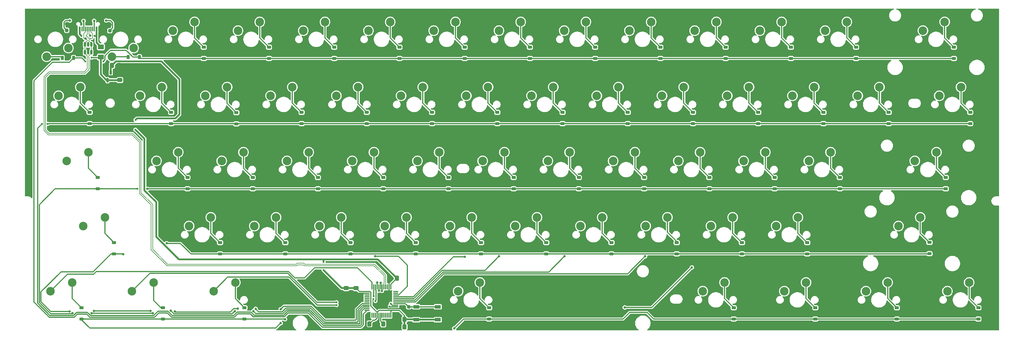
<source format=gbl>
%TF.GenerationSoftware,KiCad,Pcbnew,8.0.3*%
%TF.CreationDate,2025-05-11T02:01:07-04:00*%
%TF.ProjectId,KP60,4b503630-2e6b-4696-9361-645f70636258,rev?*%
%TF.SameCoordinates,Original*%
%TF.FileFunction,Copper,L2,Bot*%
%TF.FilePolarity,Positive*%
%FSLAX46Y46*%
G04 Gerber Fmt 4.6, Leading zero omitted, Abs format (unit mm)*
G04 Created by KiCad (PCBNEW 8.0.3) date 2025-05-11 02:01:07*
%MOMM*%
%LPD*%
G01*
G04 APERTURE LIST*
G04 Aperture macros list*
%AMRoundRect*
0 Rectangle with rounded corners*
0 $1 Rounding radius*
0 $2 $3 $4 $5 $6 $7 $8 $9 X,Y pos of 4 corners*
0 Add a 4 corners polygon primitive as box body*
4,1,4,$2,$3,$4,$5,$6,$7,$8,$9,$2,$3,0*
0 Add four circle primitives for the rounded corners*
1,1,$1+$1,$2,$3*
1,1,$1+$1,$4,$5*
1,1,$1+$1,$6,$7*
1,1,$1+$1,$8,$9*
0 Add four rect primitives between the rounded corners*
20,1,$1+$1,$2,$3,$4,$5,0*
20,1,$1+$1,$4,$5,$6,$7,0*
20,1,$1+$1,$6,$7,$8,$9,0*
20,1,$1+$1,$8,$9,$2,$3,0*%
G04 Aperture macros list end*
%TA.AperFunction,ComponentPad*%
%ADD10C,2.500000*%
%TD*%
%TA.AperFunction,SMDPad,CuDef*%
%ADD11RoundRect,0.237500X-0.237500X0.250000X-0.237500X-0.250000X0.237500X-0.250000X0.237500X0.250000X0*%
%TD*%
%TA.AperFunction,SMDPad,CuDef*%
%ADD12RoundRect,0.225000X0.375000X-0.225000X0.375000X0.225000X-0.375000X0.225000X-0.375000X-0.225000X0*%
%TD*%
%TA.AperFunction,SMDPad,CuDef*%
%ADD13RoundRect,0.250000X0.337500X0.475000X-0.337500X0.475000X-0.337500X-0.475000X0.337500X-0.475000X0*%
%TD*%
%TA.AperFunction,SMDPad,CuDef*%
%ADD14RoundRect,0.250000X0.475000X-0.337500X0.475000X0.337500X-0.475000X0.337500X-0.475000X-0.337500X0*%
%TD*%
%TA.AperFunction,SMDPad,CuDef*%
%ADD15RoundRect,0.075000X0.075000X-0.662500X0.075000X0.662500X-0.075000X0.662500X-0.075000X-0.662500X0*%
%TD*%
%TA.AperFunction,SMDPad,CuDef*%
%ADD16RoundRect,0.075000X0.662500X-0.075000X0.662500X0.075000X-0.662500X0.075000X-0.662500X-0.075000X0*%
%TD*%
%TA.AperFunction,SMDPad,CuDef*%
%ADD17RoundRect,0.150000X-0.150000X0.512500X-0.150000X-0.512500X0.150000X-0.512500X0.150000X0.512500X0*%
%TD*%
%TA.AperFunction,SMDPad,CuDef*%
%ADD18RoundRect,0.225000X0.225000X0.375000X-0.225000X0.375000X-0.225000X-0.375000X0.225000X-0.375000X0*%
%TD*%
%TA.AperFunction,SMDPad,CuDef*%
%ADD19R,0.600000X1.450000*%
%TD*%
%TA.AperFunction,SMDPad,CuDef*%
%ADD20R,0.300000X1.450000*%
%TD*%
%TA.AperFunction,ComponentPad*%
%ADD21O,1.000000X1.600000*%
%TD*%
%TA.AperFunction,ComponentPad*%
%ADD22O,1.000000X2.100000*%
%TD*%
%TA.AperFunction,SMDPad,CuDef*%
%ADD23R,1.700000X1.000000*%
%TD*%
%TA.AperFunction,SMDPad,CuDef*%
%ADD24RoundRect,0.150000X0.150000X-0.512500X0.150000X0.512500X-0.150000X0.512500X-0.150000X-0.512500X0*%
%TD*%
%TA.AperFunction,SMDPad,CuDef*%
%ADD25RoundRect,0.250001X-0.624999X0.462499X-0.624999X-0.462499X0.624999X-0.462499X0.624999X0.462499X0*%
%TD*%
%TA.AperFunction,SMDPad,CuDef*%
%ADD26RoundRect,0.250000X-0.337500X-0.475000X0.337500X-0.475000X0.337500X0.475000X-0.337500X0.475000X0*%
%TD*%
%TA.AperFunction,SMDPad,CuDef*%
%ADD27RoundRect,0.250000X-0.475000X0.337500X-0.475000X-0.337500X0.475000X-0.337500X0.475000X0.337500X0*%
%TD*%
%TA.AperFunction,ViaPad*%
%ADD28C,0.600000*%
%TD*%
%TA.AperFunction,ViaPad*%
%ADD29C,0.700000*%
%TD*%
%TA.AperFunction,Conductor*%
%ADD30C,0.500000*%
%TD*%
%TA.AperFunction,Conductor*%
%ADD31C,0.300000*%
%TD*%
%TA.AperFunction,Conductor*%
%ADD32C,0.200000*%
%TD*%
G04 APERTURE END LIST*
D10*
%TO.P,S14,1,1*%
%TO.N,A8*%
X329088750Y-80518000D03*
%TO.P,S14,2,2*%
%TO.N,Net-(D14-A)*%
X335438750Y-77978000D03*
%TD*%
%TO.P,S42,1,1*%
%TO.N,B9*%
X276701250Y-118618000D03*
%TO.P,S42,2,2*%
%TO.N,Net-(D39-A)*%
X283051250Y-116078000D03*
%TD*%
%TO.P,S49,1,1*%
%TO.N,B3*%
X171926250Y-137668000D03*
%TO.P,S49,2,2*%
%TO.N,Net-(D46-A)*%
X178276250Y-135128000D03*
%TD*%
%TO.P,S36,1,1*%
%TO.N,B3*%
X162401250Y-118618000D03*
%TO.P,S36,2,2*%
%TO.N,Net-(D33-A)*%
X168751250Y-116078000D03*
%TD*%
%TO.P,S9,1,1*%
%TO.N,B7*%
X224313750Y-80518000D03*
%TO.P,S9,2,2*%
%TO.N,Net-(D9-A)*%
X230663750Y-77978000D03*
%TD*%
%TO.P,S43,1,1*%
%TO.N,B30*%
X295751250Y-118618000D03*
%TO.P,S43,2,2*%
%TO.N,Net-(D40-A)*%
X302101250Y-116078000D03*
%TD*%
%TO.P,S33,1,1*%
%TO.N,B13*%
X105251250Y-118618000D03*
%TO.P,S33,2,2*%
%TO.N,Net-(D30-A)*%
X111601250Y-116078000D03*
%TD*%
%TO.P,S23,1,1*%
%TO.N,B4*%
X176688750Y-99568000D03*
%TO.P,S23,2,2*%
%TO.N,Net-(D20-A)*%
X183038750Y-97028000D03*
%TD*%
%TO.P,S31,1,1*%
%TO.N,A8*%
X333851250Y-99568000D03*
%TO.P,S31,2,2*%
%TO.N,Net-(D28-A)*%
X340201250Y-97028000D03*
%TD*%
%TO.P,S21,1,1*%
%TO.N,B15*%
X138588750Y-99568000D03*
%TO.P,S21,2,2*%
%TO.N,Net-(D18-A)*%
X144938750Y-97028000D03*
%TD*%
%TO.P,S45,1,1*%
%TO.N,B12*%
X83820000Y-137668000D03*
%TO.P,S45,2,2*%
%TO.N,Net-(D42-A)*%
X90170000Y-135128000D03*
%TD*%
%TO.P,S20,1,1*%
%TO.N,B14*%
X119538750Y-99568000D03*
%TO.P,S20,2,2*%
%TO.N,Net-(D17-A)*%
X125888750Y-97028000D03*
%TD*%
%TO.P,S50,1,1*%
%TO.N,B4*%
X190976250Y-137668000D03*
%TO.P,S50,2,2*%
%TO.N,Net-(D47-A)*%
X197326250Y-135128000D03*
%TD*%
%TO.P,S64,1,1*%
%TO.N,B6*%
X336232500Y-156718000D03*
%TO.P,S64,2,2*%
%TO.N,Net-(D61-A)*%
X342582500Y-154178000D03*
%TD*%
%TO.P,S60,1,1*%
%TO.N,B15*%
X193357500Y-156718000D03*
%TO.P,S60,2,2*%
%TO.N,Net-(D57-A)*%
X199707500Y-154178000D03*
%TD*%
%TO.P,S52,1,1*%
%TO.N,B6*%
X229076250Y-137668000D03*
%TO.P,S52,2,2*%
%TO.N,Net-(D49-A)*%
X235426250Y-135128000D03*
%TD*%
%TO.P,S29,1,1*%
%TO.N,B30*%
X290988750Y-99568000D03*
%TO.P,S29,2,2*%
%TO.N,Net-(D26-A)*%
X297338750Y-97028000D03*
%TD*%
%TO.P,S57,1,1*%
%TO.N,B12*%
X74295000Y-156718000D03*
%TO.P,S57,2,2*%
%TO.N,Net-(D54-A)*%
X80645000Y-154178000D03*
%TD*%
%TO.P,S25,1,1*%
%TO.N,B6*%
X214788750Y-99568000D03*
%TO.P,S25,2,2*%
%TO.N,Net-(D22-A)*%
X221138750Y-97028000D03*
%TD*%
%TO.P,S13,1,1*%
%TO.N,B31*%
X300513750Y-80518000D03*
%TO.P,S13,2,2*%
%TO.N,Net-(D13-A)*%
X306863750Y-77978000D03*
%TD*%
%TO.P,S24,1,1*%
%TO.N,B5*%
X195738750Y-99568000D03*
%TO.P,S24,2,2*%
%TO.N,Net-(D21-A)*%
X202088750Y-97028000D03*
%TD*%
%TO.P,S47,1,1*%
%TO.N,B14*%
X133826250Y-137668000D03*
%TO.P,S47,2,2*%
%TO.N,Net-(D44-A)*%
X140176250Y-135128000D03*
%TD*%
%TO.P,S4,1,1*%
%TO.N,B15*%
X129063750Y-80518000D03*
%TO.P,S4,2,2*%
%TO.N,Net-(D4-A)*%
X135413750Y-77978000D03*
%TD*%
%TO.P,S1,1,1*%
%TO.N,B12*%
X79533750Y-85598000D03*
%TO.P,S1,2,2*%
%TO.N,Net-(D1-A)*%
X73183750Y-88138000D03*
%TD*%
%TO.P,S37,1,1*%
%TO.N,B4*%
X181451250Y-118618000D03*
%TO.P,S37,2,2*%
%TO.N,Net-(D34-A)*%
X187801250Y-116078000D03*
%TD*%
%TO.P,S58,1,1*%
%TO.N,B13*%
X98107500Y-156718000D03*
%TO.P,S58,2,2*%
%TO.N,Net-(D55-A)*%
X104457500Y-154178000D03*
%TD*%
%TO.P,S48,1,1*%
%TO.N,B15*%
X152876250Y-137668000D03*
%TO.P,S48,2,2*%
%TO.N,Net-(D45-A)*%
X159226250Y-135128000D03*
%TD*%
%TO.P,S30,1,1*%
%TO.N,B31*%
X310038750Y-99568000D03*
%TO.P,S30,2,2*%
%TO.N,Net-(D27-A)*%
X316388750Y-97028000D03*
%TD*%
%TO.P,S28,1,1*%
%TO.N,B9*%
X271938750Y-99568000D03*
%TO.P,S28,2,2*%
%TO.N,Net-(D25-A)*%
X278288750Y-97028000D03*
%TD*%
%TO.P,S26,1,1*%
%TO.N,B7*%
X233838750Y-99568000D03*
%TO.P,S26,2,2*%
%TO.N,Net-(D23-A)*%
X240188750Y-97028000D03*
%TD*%
%TO.P,S59,1,1*%
%TO.N,B14*%
X121920000Y-156718000D03*
%TO.P,S59,2,2*%
%TO.N,Net-(D56-A)*%
X128270000Y-154178000D03*
%TD*%
%TO.P,S39,1,1*%
%TO.N,B6*%
X219551250Y-118618000D03*
%TO.P,S39,2,2*%
%TO.N,Net-(D36-A)*%
X225901250Y-116078000D03*
%TD*%
%TO.P,S8,1,1*%
%TO.N,B6*%
X205263750Y-80518000D03*
%TO.P,S8,2,2*%
%TO.N,Net-(D8-A)*%
X211613750Y-77978000D03*
%TD*%
%TO.P,S19,1,1*%
%TO.N,B13*%
X100488750Y-99568000D03*
%TO.P,S19,2,2*%
%TO.N,Net-(D16-A)*%
X106838750Y-97028000D03*
%TD*%
%TO.P,S3,1,1*%
%TO.N,B14*%
X110013750Y-80518000D03*
%TO.P,S3,2,2*%
%TO.N,Net-(D3-A)*%
X116363750Y-77978000D03*
%TD*%
%TO.P,S38,1,1*%
%TO.N,B5*%
X200501250Y-118618000D03*
%TO.P,S38,2,2*%
%TO.N,Net-(D35-A)*%
X206851250Y-116078000D03*
%TD*%
%TO.P,S41,1,1*%
%TO.N,B8*%
X257651250Y-118618000D03*
%TO.P,S41,2,2*%
%TO.N,Net-(D38-A)*%
X264001250Y-116078000D03*
%TD*%
%TO.P,S10,1,1*%
%TO.N,B8*%
X243363750Y-80518000D03*
%TO.P,S10,2,2*%
%TO.N,Net-(D10-A)*%
X249713750Y-77978000D03*
%TD*%
%TO.P,S62,1,1*%
%TO.N,B4*%
X288607500Y-156718000D03*
%TO.P,S62,2,2*%
%TO.N,Net-(D59-A)*%
X294957500Y-154178000D03*
%TD*%
%TO.P,S5,1,1*%
%TO.N,B3*%
X148113750Y-80518000D03*
%TO.P,S5,2,2*%
%TO.N,Net-(D5-A)*%
X154463750Y-77978000D03*
%TD*%
%TO.P,S12,1,1*%
%TO.N,B30*%
X281463750Y-80518000D03*
%TO.P,S12,2,2*%
%TO.N,Net-(D12-A)*%
X287813750Y-77978000D03*
%TD*%
%TO.P,S53,1,1*%
%TO.N,B7*%
X248126250Y-137668000D03*
%TO.P,S53,2,2*%
%TO.N,Net-(D50-A)*%
X254476250Y-135128000D03*
%TD*%
%TO.P,S54,1,1*%
%TO.N,B8*%
X267176250Y-137668000D03*
%TO.P,S54,2,2*%
%TO.N,Net-(D51-A)*%
X273526250Y-135128000D03*
%TD*%
%TO.P,S63,1,1*%
%TO.N,B5*%
X312420000Y-156718000D03*
%TO.P,S63,2,2*%
%TO.N,Net-(D60-A)*%
X318770000Y-154178000D03*
%TD*%
%TO.P,S22,1,1*%
%TO.N,B3*%
X157797500Y-99568000D03*
%TO.P,S22,2,2*%
%TO.N,Net-(D19-A)*%
X164147500Y-97028000D03*
%TD*%
%TO.P,S11,1,1*%
%TO.N,B9*%
X262413750Y-80518000D03*
%TO.P,S11,2,2*%
%TO.N,Net-(D11-A)*%
X268763750Y-77978000D03*
%TD*%
%TO.P,S18,1,1*%
%TO.N,B12*%
X76676250Y-99568000D03*
%TO.P,S18,2,2*%
%TO.N,Net-(D15-A)*%
X83026250Y-97028000D03*
%TD*%
%TO.P,S32,1,1*%
%TO.N,B12*%
X79057500Y-118618000D03*
%TO.P,S32,2,2*%
%TO.N,Net-(D29-A)*%
X85407500Y-116078000D03*
%TD*%
%TO.P,S51,1,1*%
%TO.N,B5*%
X210026250Y-137668000D03*
%TO.P,S51,2,2*%
%TO.N,Net-(D48-A)*%
X216376250Y-135128000D03*
%TD*%
%TO.P,S56,1,1*%
%TO.N,B30*%
X321945000Y-137668000D03*
%TO.P,S56,2,2*%
%TO.N,Net-(D53-A)*%
X328295000Y-135128000D03*
%TD*%
%TO.P,S61,1,1*%
%TO.N,B3*%
X264795000Y-156718000D03*
%TO.P,S61,2,2*%
%TO.N,Net-(D58-A)*%
X271145000Y-154178000D03*
%TD*%
%TO.P,S46,1,1*%
%TO.N,B13*%
X114776250Y-137668000D03*
%TO.P,S46,2,2*%
%TO.N,Net-(D43-A)*%
X121126250Y-135128000D03*
%TD*%
%TO.P,S55,1,1*%
%TO.N,B9*%
X286226250Y-137668000D03*
%TO.P,S55,2,2*%
%TO.N,Net-(D52-A)*%
X292576250Y-135128000D03*
%TD*%
%TO.P,S40,1,1*%
%TO.N,B7*%
X238601250Y-118618000D03*
%TO.P,S40,2,2*%
%TO.N,Net-(D37-A)*%
X244951250Y-116078000D03*
%TD*%
%TO.P,S35,1,1*%
%TO.N,B15*%
X143351250Y-118618000D03*
%TO.P,S35,2,2*%
%TO.N,Net-(D32-A)*%
X149701250Y-116078000D03*
%TD*%
%TO.P,S6,1,1*%
%TO.N,B4*%
X167163750Y-80518000D03*
%TO.P,S6,2,2*%
%TO.N,Net-(D6-A)*%
X173513750Y-77978000D03*
%TD*%
%TO.P,S27,1,1*%
%TO.N,B8*%
X252888750Y-99568000D03*
%TO.P,S27,2,2*%
%TO.N,Net-(D24-A)*%
X259238750Y-97028000D03*
%TD*%
%TO.P,S44,1,1*%
%TO.N,B31*%
X326707500Y-118618000D03*
%TO.P,S44,2,2*%
%TO.N,Net-(D41-A)*%
X333057500Y-116078000D03*
%TD*%
%TO.P,S7,1,1*%
%TO.N,B5*%
X186213750Y-80518000D03*
%TO.P,S7,2,2*%
%TO.N,Net-(D7-A)*%
X192563750Y-77978000D03*
%TD*%
%TO.P,S2,1,1*%
%TO.N,B13*%
X98583750Y-85598000D03*
%TO.P,S2,2,2*%
%TO.N,Net-(D2-A)*%
X92233750Y-88138000D03*
%TD*%
%TO.P,S34,1,1*%
%TO.N,B14*%
X124301250Y-118618000D03*
%TO.P,S34,2,2*%
%TO.N,Net-(D31-A)*%
X130651250Y-116078000D03*
%TD*%
D11*
%TO.P,R3,1*%
%TO.N,GND*%
X79050000Y-78605000D03*
%TO.P,R3,2*%
%TO.N,Net-(J1-CC1)*%
X79050000Y-80430000D03*
%TD*%
D12*
%TO.P,D27,1,K*%
%TO.N,A4*%
X319087500Y-107726750D03*
%TO.P,D27,2,A*%
%TO.N,Net-(D27-A)*%
X319087500Y-104426750D03*
%TD*%
D13*
%TO.P,C6,1*%
%TO.N,+3.3V*%
X177697500Y-167140000D03*
%TO.P,C6,2*%
%TO.N,GND*%
X175622500Y-167140000D03*
%TD*%
D12*
%TO.P,D39,1,K*%
%TO.N,A5*%
X285750000Y-126776750D03*
%TO.P,D39,2,A*%
%TO.N,Net-(D39-A)*%
X285750000Y-123476750D03*
%TD*%
%TO.P,D24,1,K*%
%TO.N,A4*%
X261937500Y-107726750D03*
%TO.P,D24,2,A*%
%TO.N,Net-(D24-A)*%
X261937500Y-104426750D03*
%TD*%
%TO.P,D9,1,K*%
%TO.N,A3*%
X233362500Y-88676750D03*
%TO.P,D9,2,A*%
%TO.N,Net-(D9-A)*%
X233362500Y-85376750D03*
%TD*%
%TO.P,D59,1,K*%
%TO.N,A7*%
X297656250Y-164876750D03*
%TO.P,D59,2,A*%
%TO.N,Net-(D59-A)*%
X297656250Y-161576750D03*
%TD*%
%TO.P,D42,1,K*%
%TO.N,A6*%
X92868750Y-145826750D03*
%TO.P,D42,2,A*%
%TO.N,Net-(D42-A)*%
X92868750Y-142526750D03*
%TD*%
%TO.P,D47,1,K*%
%TO.N,A6*%
X200025000Y-145826750D03*
%TO.P,D47,2,A*%
%TO.N,Net-(D47-A)*%
X200025000Y-142526750D03*
%TD*%
%TO.P,D25,1,K*%
%TO.N,A4*%
X280987500Y-107726750D03*
%TO.P,D25,2,A*%
%TO.N,Net-(D25-A)*%
X280987500Y-104426750D03*
%TD*%
%TO.P,D45,1,K*%
%TO.N,A6*%
X161925000Y-145826750D03*
%TO.P,D45,2,A*%
%TO.N,Net-(D45-A)*%
X161925000Y-142526750D03*
%TD*%
%TO.P,D6,1,K*%
%TO.N,A3*%
X176212500Y-88676750D03*
%TO.P,D6,2,A*%
%TO.N,Net-(D6-A)*%
X176212500Y-85376750D03*
%TD*%
%TO.P,D22,1,K*%
%TO.N,A4*%
X223837500Y-107726750D03*
%TO.P,D22,2,A*%
%TO.N,Net-(D22-A)*%
X223837500Y-104426750D03*
%TD*%
%TO.P,D57,1,K*%
%TO.N,A7*%
X202406250Y-164876750D03*
%TO.P,D57,2,A*%
%TO.N,Net-(D57-A)*%
X202406250Y-161576750D03*
%TD*%
D13*
%TO.P,C4,1*%
%TO.N,+3.3V*%
X177687500Y-164980000D03*
%TO.P,C4,2*%
%TO.N,GND*%
X175612500Y-164980000D03*
%TD*%
D12*
%TO.P,D21,1,K*%
%TO.N,A4*%
X204787500Y-107726750D03*
%TO.P,D21,2,A*%
%TO.N,Net-(D21-A)*%
X204787500Y-104426750D03*
%TD*%
%TO.P,D23,1,K*%
%TO.N,A4*%
X242887500Y-107726750D03*
%TO.P,D23,2,A*%
%TO.N,Net-(D23-A)*%
X242887500Y-104426750D03*
%TD*%
D11*
%TO.P,R2,1*%
%TO.N,GND*%
X91620000Y-78727500D03*
%TO.P,R2,2*%
%TO.N,Net-(J1-CC2)*%
X91620000Y-80552500D03*
%TD*%
D12*
%TO.P,D32,1,K*%
%TO.N,A5*%
X152400000Y-126776750D03*
%TO.P,D32,2,A*%
%TO.N,Net-(D32-A)*%
X152400000Y-123476750D03*
%TD*%
%TO.P,D8,1,K*%
%TO.N,A3*%
X214312500Y-88676750D03*
%TO.P,D8,2,A*%
%TO.N,Net-(D8-A)*%
X214312500Y-85376750D03*
%TD*%
%TO.P,D29,1,K*%
%TO.N,A5*%
X88106250Y-126776750D03*
%TO.P,D29,2,A*%
%TO.N,Net-(D29-A)*%
X88106250Y-123476750D03*
%TD*%
D14*
%TO.P,C7,1*%
%TO.N,+5V*%
X94550000Y-94967500D03*
%TO.P,C7,2*%
%TO.N,GND*%
X94550000Y-92892500D03*
%TD*%
D12*
%TO.P,D31,1,K*%
%TO.N,A5*%
X133350000Y-126776750D03*
%TO.P,D31,2,A*%
%TO.N,Net-(D31-A)*%
X133350000Y-123476750D03*
%TD*%
D15*
%TO.P,U2,1,VBAT*%
%TO.N,+3.3V*%
X173680000Y-163760000D03*
%TO.P,U2,2,PC13*%
%TO.N,unconnected-(U2-PC13-Pad2)*%
X173180000Y-163760000D03*
%TO.P,U2,3,PC14*%
%TO.N,unconnected-(U2-PC14-Pad3)*%
X172680000Y-163760000D03*
%TO.P,U2,4,PC15*%
%TO.N,unconnected-(U2-PC15-Pad4)*%
X172180000Y-163760000D03*
%TO.P,U2,5,PF0*%
%TO.N,unconnected-(U2-PF0-Pad5)*%
X171680000Y-163760000D03*
%TO.P,U2,6,PF1*%
%TO.N,unconnected-(U2-PF1-Pad6)*%
X171180000Y-163760000D03*
%TO.P,U2,7,NRST*%
%TO.N,/NRST*%
X170680000Y-163760000D03*
%TO.P,U2,8,VSSA*%
%TO.N,GND*%
X170180000Y-163760000D03*
%TO.P,U2,9,VDDA*%
%TO.N,+3.3V*%
X169680000Y-163760000D03*
%TO.P,U2,10,PA0*%
%TO.N,unconnected-(U2-PA0-Pad10)*%
X169180000Y-163760000D03*
%TO.P,U2,11,PA1*%
%TO.N,unconnected-(U2-PA1-Pad11)*%
X168680000Y-163760000D03*
%TO.P,U2,12,PA2*%
%TO.N,unconnected-(U2-PA2-Pad12)*%
X168180000Y-163760000D03*
D16*
%TO.P,U2,13,PA3*%
%TO.N,A3*%
X166767500Y-162347500D03*
%TO.P,U2,14,PA4*%
%TO.N,A4*%
X166767500Y-161847500D03*
%TO.P,U2,15,PA5*%
%TO.N,A5*%
X166767500Y-161347500D03*
%TO.P,U2,16,PA6*%
%TO.N,A6*%
X166767500Y-160847500D03*
%TO.P,U2,17,PA7*%
%TO.N,A7*%
X166767500Y-160347500D03*
%TO.P,U2,18,PB0*%
%TO.N,unconnected-(U2-PB0-Pad18)*%
X166767500Y-159847500D03*
%TO.P,U2,19,PB1*%
%TO.N,unconnected-(U2-PB1-Pad19)*%
X166767500Y-159347500D03*
%TO.P,U2,20,PB2*%
%TO.N,unconnected-(U2-PB2-Pad20)*%
X166767500Y-158847500D03*
%TO.P,U2,21,PB10*%
%TO.N,unconnected-(U2-PB10-Pad21)*%
X166767500Y-158347500D03*
%TO.P,U2,22,PB11*%
%TO.N,unconnected-(U2-PB11-Pad22)*%
X166767500Y-157847500D03*
%TO.P,U2,23,VSS*%
%TO.N,GND*%
X166767500Y-157347500D03*
%TO.P,U2,24,VDD*%
%TO.N,+3.3V*%
X166767500Y-156847500D03*
D15*
%TO.P,U2,25,PB12*%
%TO.N,B12*%
X168180000Y-155435000D03*
%TO.P,U2,26,PB13*%
%TO.N,B13*%
X168680000Y-155435000D03*
%TO.P,U2,27,PB14*%
%TO.N,B14*%
X169180000Y-155435000D03*
%TO.P,U2,28,PB15*%
%TO.N,B15*%
X169680000Y-155435000D03*
%TO.P,U2,29,PA8*%
%TO.N,A8*%
X170180000Y-155435000D03*
%TO.P,U2,30,PA9*%
%TO.N,B30*%
X170680000Y-155435000D03*
%TO.P,U2,31,PA10*%
%TO.N,B31*%
X171180000Y-155435000D03*
%TO.P,U2,32,PA11*%
%TO.N,D-*%
X171680000Y-155435000D03*
%TO.P,U2,33,PA12*%
%TO.N,D+*%
X172180000Y-155435000D03*
%TO.P,U2,34,PA13*%
%TO.N,unconnected-(U2-PA13-Pad34)*%
X172680000Y-155435000D03*
%TO.P,U2,35,VSS*%
%TO.N,GND*%
X173180000Y-155435000D03*
%TO.P,U2,36,VDDIO2*%
%TO.N,+3.3V*%
X173680000Y-155435000D03*
D16*
%TO.P,U2,37,PA14*%
%TO.N,unconnected-(U2-PA14-Pad37)*%
X175092500Y-156847500D03*
%TO.P,U2,38,PA15*%
%TO.N,unconnected-(U2-PA15-Pad38)*%
X175092500Y-157347500D03*
%TO.P,U2,39,PB3*%
%TO.N,B3*%
X175092500Y-157847500D03*
%TO.P,U2,40,PB4*%
%TO.N,B4*%
X175092500Y-158347500D03*
%TO.P,U2,41,PB5*%
%TO.N,B5*%
X175092500Y-158847500D03*
%TO.P,U2,42,PB6*%
%TO.N,B6*%
X175092500Y-159347500D03*
%TO.P,U2,43,PB7*%
%TO.N,B7*%
X175092500Y-159847500D03*
%TO.P,U2,44,BOOT0*%
%TO.N,BOOT0*%
X175092500Y-160347500D03*
%TO.P,U2,45,PB8*%
%TO.N,B8*%
X175092500Y-160847500D03*
%TO.P,U2,46,PB9*%
%TO.N,B9*%
X175092500Y-161347500D03*
%TO.P,U2,47,VSS*%
%TO.N,GND*%
X175092500Y-161847500D03*
%TO.P,U2,48,VDD*%
%TO.N,+3.3V*%
X175092500Y-162347500D03*
%TD*%
D12*
%TO.P,D60,1,K*%
%TO.N,A7*%
X321468750Y-164876750D03*
%TO.P,D60,2,A*%
%TO.N,Net-(D60-A)*%
X321468750Y-161576750D03*
%TD*%
%TO.P,D13,1,K*%
%TO.N,A3*%
X309562500Y-88676750D03*
%TO.P,D13,2,A*%
%TO.N,Net-(D13-A)*%
X309562500Y-85376750D03*
%TD*%
D17*
%TO.P,U3,1,GND*%
%TO.N,GND*%
X90000000Y-92735000D03*
%TO.P,U3,2,VO*%
%TO.N,+3.3V*%
X91900000Y-92735000D03*
%TO.P,U3,3,VI*%
%TO.N,+5V*%
X90950000Y-95010000D03*
%TD*%
D12*
%TO.P,D33,1,K*%
%TO.N,A5*%
X171450000Y-126776750D03*
%TO.P,D33,2,A*%
%TO.N,Net-(D33-A)*%
X171450000Y-123476750D03*
%TD*%
%TO.P,D28,1,K*%
%TO.N,A4*%
X342900000Y-107726750D03*
%TO.P,D28,2,A*%
%TO.N,Net-(D28-A)*%
X342900000Y-104426750D03*
%TD*%
%TO.P,D7,1,K*%
%TO.N,A3*%
X195262500Y-88676750D03*
%TO.P,D7,2,A*%
%TO.N,Net-(D7-A)*%
X195262500Y-85376750D03*
%TD*%
%TO.P,D56,1,K*%
%TO.N,A7*%
X130968750Y-164876750D03*
%TO.P,D56,2,A*%
%TO.N,Net-(D56-A)*%
X130968750Y-161576750D03*
%TD*%
D18*
%TO.P,D2,1,K*%
%TO.N,A3*%
X100287500Y-88265000D03*
%TO.P,D2,2,A*%
%TO.N,Net-(D2-A)*%
X96987500Y-88265000D03*
%TD*%
D12*
%TO.P,D51,1,K*%
%TO.N,A6*%
X276225000Y-145826750D03*
%TO.P,D51,2,A*%
%TO.N,Net-(D51-A)*%
X276225000Y-142526750D03*
%TD*%
D19*
%TO.P,J1,A1,GND*%
%TO.N,GND*%
X82032500Y-80025000D03*
%TO.P,J1,A4,VBUS*%
%TO.N,VBUS*%
X82832500Y-80025000D03*
D20*
%TO.P,J1,A5,CC1*%
%TO.N,Net-(J1-CC1)*%
X84032500Y-80025000D03*
%TO.P,J1,A6,D+*%
%TO.N,D+*%
X85032500Y-80025000D03*
%TO.P,J1,A7,D-*%
%TO.N,D-*%
X85532500Y-80025000D03*
%TO.P,J1,A8*%
%TO.N,N/C*%
X86532500Y-80025000D03*
D19*
%TO.P,J1,A9,VBUS*%
%TO.N,VBUS*%
X87732500Y-80025000D03*
%TO.P,J1,A12,GND*%
%TO.N,GND*%
X88532500Y-80025000D03*
%TO.P,J1,B1,GND*%
X88532500Y-80025000D03*
%TO.P,J1,B4,VBUS*%
%TO.N,VBUS*%
X87732500Y-80025000D03*
D20*
%TO.P,J1,B5,CC2*%
%TO.N,Net-(J1-CC2)*%
X87032500Y-80025000D03*
%TO.P,J1,B6,D+*%
%TO.N,D+*%
X86032500Y-80025000D03*
%TO.P,J1,B7,D-*%
%TO.N,D-*%
X84532500Y-80025000D03*
%TO.P,J1,B8*%
%TO.N,N/C*%
X83532500Y-80025000D03*
D19*
%TO.P,J1,B9,VBUS*%
%TO.N,VBUS*%
X82832500Y-80025000D03*
%TO.P,J1,B12,GND*%
%TO.N,GND*%
X82032500Y-80025000D03*
D21*
%TO.P,J1,S1,SHIELD*%
X80962500Y-74930000D03*
D22*
X80962500Y-79110000D03*
D21*
X89602500Y-74930000D03*
D22*
X89602500Y-79110000D03*
%TD*%
D12*
%TO.P,D16,1,K*%
%TO.N,A4*%
X109537500Y-107726750D03*
%TO.P,D16,2,A*%
%TO.N,Net-(D16-A)*%
X109537500Y-104426750D03*
%TD*%
%TO.P,D61,1,K*%
%TO.N,A7*%
X345281250Y-164876750D03*
%TO.P,D61,2,A*%
%TO.N,Net-(D61-A)*%
X345281250Y-161576750D03*
%TD*%
%TO.P,D5,1,K*%
%TO.N,A3*%
X157162500Y-88676750D03*
%TO.P,D5,2,A*%
%TO.N,Net-(D5-A)*%
X157162500Y-85376750D03*
%TD*%
D23*
%TO.P,SW2,1,1*%
%TO.N,+3.3V*%
X181100000Y-165070000D03*
X187400000Y-165070000D03*
%TO.P,SW2,2,2*%
%TO.N,BOOT0*%
X181100000Y-161270000D03*
X187400000Y-161270000D03*
%TD*%
D18*
%TO.P,D1,1,K*%
%TO.N,A3*%
X81026000Y-88519000D03*
%TO.P,D1,2,A*%
%TO.N,Net-(D1-A)*%
X77726000Y-88519000D03*
%TD*%
D12*
%TO.P,D40,1,K*%
%TO.N,A5*%
X304800000Y-126776750D03*
%TO.P,D40,2,A*%
%TO.N,Net-(D40-A)*%
X304800000Y-123476750D03*
%TD*%
%TO.P,D54,1,K*%
%TO.N,A7*%
X83343750Y-164876750D03*
%TO.P,D54,2,A*%
%TO.N,Net-(D54-A)*%
X83343750Y-161576750D03*
%TD*%
D24*
%TO.P,U1,1,I/O1*%
%TO.N,D+*%
X86230000Y-86830000D03*
%TO.P,U1,2,GND*%
%TO.N,GND*%
X85280000Y-86830000D03*
%TO.P,U1,3,I/O2*%
%TO.N,D-*%
X84330000Y-86830000D03*
%TO.P,U1,4,I/O2*%
X84330000Y-84555000D03*
%TO.P,U1,5,VBUS*%
%TO.N,+5V*%
X85280000Y-84555000D03*
%TO.P,U1,6,I/O1*%
%TO.N,D+*%
X86230000Y-84555000D03*
%TD*%
D12*
%TO.P,D41,1,K*%
%TO.N,A5*%
X335756250Y-126776750D03*
%TO.P,D41,2,A*%
%TO.N,Net-(D41-A)*%
X335756250Y-123476750D03*
%TD*%
%TO.P,D30,1,K*%
%TO.N,A5*%
X114300000Y-126776750D03*
%TO.P,D30,2,A*%
%TO.N,Net-(D30-A)*%
X114300000Y-123476750D03*
%TD*%
%TO.P,D26,1,K*%
%TO.N,A4*%
X300037500Y-107726750D03*
%TO.P,D26,2,A*%
%TO.N,Net-(D26-A)*%
X300037500Y-104426750D03*
%TD*%
%TO.P,D18,1,K*%
%TO.N,A4*%
X147637500Y-107726750D03*
%TO.P,D18,2,A*%
%TO.N,Net-(D18-A)*%
X147637500Y-104426750D03*
%TD*%
D25*
%TO.P,F1,1*%
%TO.N,VBUS*%
X89000000Y-85292500D03*
%TO.P,F1,2*%
%TO.N,+5V*%
X89000000Y-88267500D03*
%TD*%
D26*
%TO.P,C8,1*%
%TO.N,+3.3V*%
X92262500Y-90660000D03*
%TO.P,C8,2*%
%TO.N,GND*%
X94337500Y-90660000D03*
%TD*%
D12*
%TO.P,D50,1,K*%
%TO.N,A6*%
X257175000Y-145826750D03*
%TO.P,D50,2,A*%
%TO.N,Net-(D50-A)*%
X257175000Y-142526750D03*
%TD*%
%TO.P,D3,1,K*%
%TO.N,A3*%
X119062500Y-88676750D03*
%TO.P,D3,2,A*%
%TO.N,Net-(D3-A)*%
X119062500Y-85376750D03*
%TD*%
%TO.P,D49,1,K*%
%TO.N,A6*%
X238125000Y-145826750D03*
%TO.P,D49,2,A*%
%TO.N,Net-(D49-A)*%
X238125000Y-142526750D03*
%TD*%
%TO.P,D37,1,K*%
%TO.N,A5*%
X247650000Y-126776750D03*
%TO.P,D37,2,A*%
%TO.N,Net-(D37-A)*%
X247650000Y-123476750D03*
%TD*%
%TO.P,D34,1,K*%
%TO.N,A5*%
X190500000Y-126776750D03*
%TO.P,D34,2,A*%
%TO.N,Net-(D34-A)*%
X190500000Y-123476750D03*
%TD*%
%TO.P,D17,1,K*%
%TO.N,A4*%
X128587500Y-107789250D03*
%TO.P,D17,2,A*%
%TO.N,Net-(D17-A)*%
X128587500Y-104489250D03*
%TD*%
%TO.P,D10,1,K*%
%TO.N,A3*%
X252412500Y-88676750D03*
%TO.P,D10,2,A*%
%TO.N,Net-(D10-A)*%
X252412500Y-85376750D03*
%TD*%
%TO.P,D20,1,K*%
%TO.N,A4*%
X185737500Y-107726750D03*
%TO.P,D20,2,A*%
%TO.N,Net-(D20-A)*%
X185737500Y-104426750D03*
%TD*%
%TO.P,D11,1,K*%
%TO.N,A3*%
X271462500Y-88676750D03*
%TO.P,D11,2,A*%
%TO.N,Net-(D11-A)*%
X271462500Y-85376750D03*
%TD*%
%TO.P,D36,1,K*%
%TO.N,A5*%
X228600000Y-126776750D03*
%TO.P,D36,2,A*%
%TO.N,Net-(D36-A)*%
X228600000Y-123476750D03*
%TD*%
%TO.P,D19,1,K*%
%TO.N,A4*%
X166687500Y-107726750D03*
%TO.P,D19,2,A*%
%TO.N,Net-(D19-A)*%
X166687500Y-104426750D03*
%TD*%
%TO.P,D46,1,K*%
%TO.N,A6*%
X180975000Y-145826750D03*
%TO.P,D46,2,A*%
%TO.N,Net-(D46-A)*%
X180975000Y-142526750D03*
%TD*%
D11*
%TO.P,R1,1*%
%TO.N,BOOT0*%
X178900000Y-161287500D03*
%TO.P,R1,2*%
%TO.N,GND*%
X178900000Y-163112500D03*
%TD*%
D26*
%TO.P,C1,1*%
%TO.N,+3.3V*%
X167405000Y-166300000D03*
%TO.P,C1,2*%
%TO.N,GND*%
X169480000Y-166300000D03*
%TD*%
D12*
%TO.P,D14,1,K*%
%TO.N,A3*%
X338137500Y-88676750D03*
%TO.P,D14,2,A*%
%TO.N,Net-(D14-A)*%
X338137500Y-85376750D03*
%TD*%
%TO.P,D55,1,K*%
%TO.N,A7*%
X107156250Y-164876750D03*
%TO.P,D55,2,A*%
%TO.N,Net-(D55-A)*%
X107156250Y-161576750D03*
%TD*%
%TO.P,D15,1,K*%
%TO.N,A4*%
X85725000Y-107726750D03*
%TO.P,D15,2,A*%
%TO.N,Net-(D15-A)*%
X85725000Y-104426750D03*
%TD*%
%TO.P,D44,1,K*%
%TO.N,A6*%
X142875000Y-145826750D03*
%TO.P,D44,2,A*%
%TO.N,Net-(D44-A)*%
X142875000Y-142526750D03*
%TD*%
%TO.P,D35,1,K*%
%TO.N,A5*%
X209550000Y-126776750D03*
%TO.P,D35,2,A*%
%TO.N,Net-(D35-A)*%
X209550000Y-123476750D03*
%TD*%
%TO.P,D58,1,K*%
%TO.N,A7*%
X273843750Y-164876750D03*
%TO.P,D58,2,A*%
%TO.N,Net-(D58-A)*%
X273843750Y-161576750D03*
%TD*%
D13*
%TO.P,C9,1*%
%TO.N,GND*%
X173557500Y-166280000D03*
%TO.P,C9,2*%
%TO.N,/NRST*%
X171482500Y-166280000D03*
%TD*%
D27*
%TO.P,C2,1*%
%TO.N,+3.3V*%
X163520000Y-155812500D03*
%TO.P,C2,2*%
%TO.N,GND*%
X163520000Y-157887500D03*
%TD*%
D12*
%TO.P,D12,1,K*%
%TO.N,A3*%
X290512500Y-88676750D03*
%TO.P,D12,2,A*%
%TO.N,Net-(D12-A)*%
X290512500Y-85376750D03*
%TD*%
%TO.P,D43,1,K*%
%TO.N,A6*%
X123825000Y-145826750D03*
%TO.P,D43,2,A*%
%TO.N,Net-(D43-A)*%
X123825000Y-142526750D03*
%TD*%
%TO.P,D52,1,K*%
%TO.N,A6*%
X295275000Y-145826750D03*
%TO.P,D52,2,A*%
%TO.N,Net-(D52-A)*%
X295275000Y-142526750D03*
%TD*%
%TO.P,D53,1,K*%
%TO.N,A6*%
X330993750Y-145764250D03*
%TO.P,D53,2,A*%
%TO.N,Net-(D53-A)*%
X330993750Y-142464250D03*
%TD*%
%TO.P,D4,1,K*%
%TO.N,A3*%
X138112500Y-88676750D03*
%TO.P,D4,2,A*%
%TO.N,Net-(D4-A)*%
X138112500Y-85376750D03*
%TD*%
D27*
%TO.P,C5,1*%
%TO.N,+3.3V*%
X160660000Y-155812500D03*
%TO.P,C5,2*%
%TO.N,GND*%
X160660000Y-157887500D03*
%TD*%
D12*
%TO.P,D38,1,K*%
%TO.N,A5*%
X266700000Y-126776750D03*
%TO.P,D38,2,A*%
%TO.N,Net-(D38-A)*%
X266700000Y-123476750D03*
%TD*%
D13*
%TO.P,C3,1*%
%TO.N,+3.3V*%
X175447500Y-152920000D03*
%TO.P,C3,2*%
%TO.N,GND*%
X173372500Y-152920000D03*
%TD*%
D12*
%TO.P,D48,1,K*%
%TO.N,A6*%
X219075000Y-145826750D03*
%TO.P,D48,2,A*%
%TO.N,Net-(D48-A)*%
X219075000Y-142526750D03*
%TD*%
D28*
%TO.N,+3.3V*%
X99120000Y-109490000D03*
X154050000Y-150550000D03*
X99140000Y-106630000D03*
X154010000Y-148225000D03*
%TO.N,GND*%
X163550000Y-159090000D03*
X84930000Y-85760000D03*
X167060000Y-164780000D03*
X82410000Y-85740000D03*
X172730000Y-151520000D03*
X96000000Y-92860000D03*
%TO.N,+5V*%
X86340000Y-88400000D03*
X85300000Y-84590000D03*
D29*
%TO.N,A5*%
X109406382Y-162419325D03*
D28*
X99685000Y-126780000D03*
D29*
X128111472Y-162551472D03*
X102560000Y-126800000D03*
X104198097Y-163144847D03*
X133581501Y-162544444D03*
X86338529Y-163176750D03*
X80726472Y-163146472D03*
%TO.N,A6*%
X79905327Y-162660000D03*
X134221612Y-161911781D03*
X129008199Y-161844444D03*
X103488380Y-162476750D03*
X110612335Y-162635328D03*
X108210589Y-142710589D03*
X95520000Y-145870000D03*
X86968434Y-162476750D03*
%TO.N,A7*%
X141540000Y-166070000D03*
X192200000Y-167600000D03*
X141520000Y-162030000D03*
X142780000Y-164930000D03*
D28*
%TO.N,A3*%
X84475000Y-89480000D03*
X89750000Y-89500000D03*
%TO.N,A4*%
X71795000Y-107770000D03*
X73445000Y-107770000D03*
%TO.N,VBUS*%
X87130000Y-82090000D03*
X83340000Y-82040000D03*
D29*
%TO.N,Net-(J1-CC2)*%
X87030000Y-77660000D03*
X90570000Y-77560000D03*
%TO.N,D-*%
X84533750Y-82840000D03*
X85880000Y-81950000D03*
%TO.N,Net-(J1-CC1)*%
X83950000Y-77680000D03*
X79940000Y-77580000D03*
%TO.N,B3*%
X169130000Y-146526750D03*
%TO.N,B4*%
X195280000Y-146670000D03*
%TO.N,B5*%
X205260000Y-146526750D03*
%TO.N,B6*%
X224420000Y-146526750D03*
%TO.N,B7*%
X247930000Y-146526750D03*
%TO.N,B8*%
X261610000Y-149780000D03*
D28*
X173680000Y-160410000D03*
D29*
X242010000Y-161490000D03*
D28*
%TO.N,B9*%
X173302964Y-161197501D03*
%TO.N,B13*%
X168680000Y-158190000D03*
X157840000Y-159970000D03*
%TO.N,B14*%
X157864988Y-160769612D03*
X169190000Y-159590000D03*
D29*
%TO.N,B15*%
X169690000Y-154230000D03*
%TO.N,A8*%
X170173480Y-156563527D03*
%TO.N,B30*%
X170686489Y-154306499D03*
%TO.N,B31*%
X171095775Y-156621482D03*
%TD*%
D30*
%TO.N,+3.3V*%
X181100000Y-165070000D02*
X187400000Y-165070000D01*
X154050000Y-150550000D02*
X159312500Y-155812500D01*
D31*
X169680000Y-162919380D02*
X169680000Y-163760000D01*
X169680000Y-164600620D02*
X169055620Y-165225000D01*
D30*
X101760000Y-127240000D02*
X105210000Y-130690000D01*
X101760000Y-112130000D02*
X101760000Y-127240000D01*
D31*
X164555000Y-156847500D02*
X163520000Y-155812500D01*
D30*
X92262500Y-90660000D02*
X93437500Y-89485000D01*
X111960000Y-105020000D02*
X110760000Y-106220000D01*
D31*
X169680000Y-163760000D02*
X169680000Y-164600620D01*
X173962500Y-162347500D02*
X173680000Y-162630000D01*
X169680000Y-162919380D02*
X170251880Y-162347500D01*
D30*
X177687500Y-167130000D02*
X177697500Y-167140000D01*
X154040000Y-148195000D02*
X154010000Y-148225000D01*
X91900000Y-91022500D02*
X92262500Y-90660000D01*
D31*
X176167500Y-162347500D02*
X177687500Y-163867500D01*
X175092500Y-162347500D02*
X173962500Y-162347500D01*
D30*
X181010000Y-164980000D02*
X181100000Y-165070000D01*
X154040000Y-147390000D02*
X169917500Y-147390000D01*
D31*
X173680000Y-155435000D02*
X173680000Y-154687500D01*
D30*
X111960000Y-94740000D02*
X111960000Y-105020000D01*
X106705000Y-89485000D02*
X111960000Y-94740000D01*
X177687500Y-164980000D02*
X181010000Y-164980000D01*
X160660000Y-155812500D02*
X163520000Y-155812500D01*
X110760000Y-106220000D02*
X99550000Y-106220000D01*
X93437500Y-89485000D02*
X106705000Y-89485000D01*
X105210000Y-130690000D02*
X105210000Y-140841371D01*
D31*
X170251880Y-162347500D02*
X173962500Y-162347500D01*
X175092500Y-162347500D02*
X176167500Y-162347500D01*
X168480000Y-165225000D02*
X167405000Y-166300000D01*
X167860000Y-157099380D02*
X167860000Y-161099380D01*
X173680000Y-154687500D02*
X175447500Y-152920000D01*
X173680000Y-162630000D02*
X173680000Y-163760000D01*
D30*
X91900000Y-92735000D02*
X91900000Y-91022500D01*
X159312500Y-155812500D02*
X160660000Y-155812500D01*
X105210000Y-140841371D02*
X111758629Y-147390000D01*
X99550000Y-106220000D02*
X99140000Y-106630000D01*
X99120000Y-109490000D02*
X101760000Y-112130000D01*
X111758629Y-147390000D02*
X154040000Y-147390000D01*
D31*
X166767500Y-156847500D02*
X167608120Y-156847500D01*
D30*
X154040000Y-147390000D02*
X154040000Y-148195000D01*
X169917500Y-147390000D02*
X175447500Y-152920000D01*
X177687500Y-164980000D02*
X177687500Y-167130000D01*
D31*
X169055620Y-165225000D02*
X168480000Y-165225000D01*
X166767500Y-156847500D02*
X164555000Y-156847500D01*
X167860000Y-161099380D02*
X169680000Y-162919380D01*
X177687500Y-163867500D02*
X177687500Y-164980000D01*
X167608120Y-156847500D02*
X167860000Y-157099380D01*
%TO.N,GND*%
X163520000Y-157887500D02*
X163520000Y-159060000D01*
X166460000Y-165380000D02*
X167060000Y-164780000D01*
D30*
X93595000Y-93847500D02*
X94550000Y-92892500D01*
X81877500Y-80025000D02*
X80962500Y-79110000D01*
X89985000Y-78727500D02*
X89602500Y-79110000D01*
D31*
X169480000Y-166300000D02*
X168405000Y-167375000D01*
X175092500Y-161847500D02*
X172857500Y-161847500D01*
X170180000Y-165600000D02*
X170180000Y-163760000D01*
X173180000Y-153112500D02*
X173372500Y-152920000D01*
D30*
X89447500Y-79110000D02*
X88532500Y-80025000D01*
X94550000Y-90872500D02*
X94337500Y-90660000D01*
X80457500Y-78605000D02*
X80962500Y-79110000D01*
X175612500Y-164980000D02*
X175612500Y-167130000D01*
D31*
X85280000Y-86830000D02*
X85280000Y-86110000D01*
D30*
X175612500Y-167130000D02*
X175622500Y-167140000D01*
X90000000Y-92735000D02*
X91112500Y-93847500D01*
D31*
X180537500Y-163112500D02*
X180570000Y-163080000D01*
X164060000Y-157347500D02*
X163520000Y-157887500D01*
X172857500Y-161847500D02*
X172630000Y-161620000D01*
X169480000Y-166300000D02*
X170180000Y-165600000D01*
X166767500Y-157347500D02*
X164060000Y-157347500D01*
D30*
X89602500Y-79110000D02*
X89447500Y-79110000D01*
X91112500Y-93847500D02*
X93595000Y-93847500D01*
D31*
X173180000Y-156800000D02*
X173180000Y-155435000D01*
D30*
X94550000Y-92892500D02*
X95967500Y-92892500D01*
X89602500Y-79110000D02*
X89602500Y-74930000D01*
D31*
X178900000Y-163112500D02*
X177635000Y-161847500D01*
X172630000Y-161620000D02*
X172630000Y-157350000D01*
D30*
X91620000Y-78727500D02*
X89985000Y-78727500D01*
X79050000Y-78605000D02*
X80457500Y-78605000D01*
X82032500Y-80025000D02*
X81877500Y-80025000D01*
D31*
X85280000Y-86110000D02*
X84930000Y-85760000D01*
X172630000Y-157350000D02*
X173180000Y-156800000D01*
X173372500Y-152162500D02*
X172730000Y-151520000D01*
X173180000Y-155435000D02*
X173180000Y-153112500D01*
D30*
X80962500Y-79110000D02*
X80962500Y-74930000D01*
D31*
X173372500Y-152920000D02*
X173372500Y-152162500D01*
D30*
X95967500Y-92892500D02*
X96000000Y-92860000D01*
D31*
X168405000Y-167375000D02*
X166812044Y-167375000D01*
D30*
X94550000Y-92892500D02*
X94550000Y-90872500D01*
D31*
X163520000Y-159060000D02*
X163550000Y-159090000D01*
X166460000Y-167022956D02*
X166460000Y-165380000D01*
X166812044Y-167375000D02*
X166460000Y-167022956D01*
X177635000Y-161847500D02*
X175092500Y-161847500D01*
D30*
%TO.N,+5V*%
X89000000Y-88084816D02*
X89000000Y-88267500D01*
D31*
X86340000Y-88400000D02*
X88867500Y-88400000D01*
X85280000Y-84555000D02*
X85280000Y-84570000D01*
D30*
X89000000Y-93359999D02*
X89000000Y-88267500D01*
D31*
X85280000Y-84570000D02*
X85300000Y-84590000D01*
D30*
X90950000Y-95010000D02*
X90650001Y-95010000D01*
X90650001Y-95010000D02*
X89000000Y-93359999D01*
D31*
X88867500Y-88400000D02*
X89000000Y-88267500D01*
D30*
X94507500Y-95010000D02*
X94550000Y-94967500D01*
X90950000Y-95010000D02*
X94507500Y-95010000D01*
D31*
%TO.N,/NRST*%
X171482500Y-166280000D02*
X170680000Y-165477500D01*
X170680000Y-165477500D02*
X170680000Y-163760000D01*
%TO.N,A5*%
X164650000Y-166185788D02*
X164575788Y-166260000D01*
X71030000Y-131390000D02*
X75660000Y-126760000D01*
X80726472Y-163146472D02*
X80512944Y-163360000D01*
X102560000Y-126800000D02*
X102583250Y-126776750D01*
X99681750Y-126776750D02*
X99685000Y-126780000D01*
X166767500Y-161347500D02*
X165719773Y-161347500D01*
X164575788Y-166260000D02*
X154134212Y-166260000D01*
X128111472Y-162551472D02*
X127286194Y-163376750D01*
X71030000Y-160027107D02*
X71030000Y-131390000D01*
X142210000Y-163230000D02*
X134267057Y-163230000D01*
X102583250Y-126776750D02*
X114300000Y-126776750D01*
X110460000Y-163376750D02*
X110363807Y-163376750D01*
X134267057Y-163230000D02*
X133581501Y-162544444D01*
X165719773Y-161347500D02*
X164650000Y-162417273D01*
X74362893Y-163360000D02*
X71030000Y-160027107D01*
X104198097Y-163144847D02*
X104166194Y-163176750D01*
X104166194Y-163176750D02*
X86338529Y-163176750D01*
X80512944Y-163360000D02*
X80605327Y-163267617D01*
X149994213Y-162120000D02*
X143320000Y-162120000D01*
X164650000Y-162417273D02*
X164650000Y-166185788D01*
X80512944Y-163360000D02*
X74362893Y-163360000D01*
X114300000Y-126776750D02*
X133350000Y-126776750D01*
X75660000Y-126760000D02*
X76830000Y-126760000D01*
X154134212Y-166260000D02*
X151473554Y-163599341D01*
X88106250Y-126776750D02*
X99681750Y-126776750D01*
X133350000Y-126776750D02*
X335756250Y-126776750D01*
X110363807Y-163376750D02*
X109406382Y-162419325D01*
X151473554Y-163599341D02*
X149994213Y-162120000D01*
X143320000Y-162120000D02*
X142210000Y-163230000D01*
X76846750Y-126776750D02*
X88106250Y-126776750D01*
X127286194Y-163376750D02*
X110460000Y-163376750D01*
X76830000Y-126760000D02*
X76846750Y-126776750D01*
%TO.N,Net-(D1-A)*%
X77345000Y-88138000D02*
X77726000Y-88519000D01*
X73183750Y-88138000D02*
X77345000Y-88138000D01*
%TO.N,Net-(D2-A)*%
X92233750Y-88138000D02*
X96860500Y-88138000D01*
X96860500Y-88138000D02*
X96987500Y-88265000D01*
%TO.N,Net-(D3-A)*%
X116363750Y-77978000D02*
X116363750Y-82678000D01*
X116363750Y-82678000D02*
X119062500Y-85376750D01*
%TO.N,Net-(D4-A)*%
X135413750Y-77978000D02*
X135413750Y-82678000D01*
X135413750Y-82678000D02*
X138112500Y-85376750D01*
%TO.N,Net-(D5-A)*%
X154463750Y-82678000D02*
X157162500Y-85376750D01*
X154463750Y-77978000D02*
X154463750Y-82678000D01*
%TO.N,Net-(D6-A)*%
X173513750Y-82678000D02*
X176212500Y-85376750D01*
X173513750Y-77978000D02*
X173513750Y-82678000D01*
%TO.N,Net-(D7-A)*%
X192563750Y-77978000D02*
X192563750Y-82678000D01*
X192563750Y-82678000D02*
X195262500Y-85376750D01*
%TO.N,Net-(D8-A)*%
X211613750Y-77978000D02*
X211613750Y-82678000D01*
X211613750Y-82678000D02*
X214312500Y-85376750D01*
%TO.N,Net-(D9-A)*%
X230663750Y-82678000D02*
X233362500Y-85376750D01*
X230663750Y-77978000D02*
X230663750Y-82678000D01*
%TO.N,Net-(D10-A)*%
X249713750Y-82678000D02*
X249713750Y-77978000D01*
X252412500Y-85376750D02*
X249713750Y-82678000D01*
%TO.N,Net-(D11-A)*%
X268763750Y-82678000D02*
X268763750Y-77978000D01*
X271462500Y-85376750D02*
X268763750Y-82678000D01*
%TO.N,Net-(D12-A)*%
X287813750Y-82678000D02*
X287813750Y-77978000D01*
X290512500Y-85376750D02*
X287813750Y-82678000D01*
%TO.N,Net-(D13-A)*%
X309562500Y-85376750D02*
X306863750Y-82678000D01*
X306863750Y-82678000D02*
X306863750Y-77978000D01*
%TO.N,Net-(D14-A)*%
X335438750Y-82678000D02*
X335438750Y-77978000D01*
X338137500Y-85376750D02*
X335438750Y-82678000D01*
%TO.N,A6*%
X86750000Y-151060000D02*
X91983250Y-145826750D01*
X95476750Y-145826750D02*
X95520000Y-145870000D01*
X79905327Y-162660000D02*
X74370000Y-162660000D01*
X150201320Y-161620000D02*
X143112893Y-161620000D01*
X112250000Y-142760000D02*
X115316750Y-145826750D01*
X135390000Y-162730000D02*
X135039831Y-162730000D01*
X115316750Y-145826750D02*
X123825000Y-145826750D01*
X77390000Y-151060000D02*
X86750000Y-151060000D01*
X143112893Y-161620000D02*
X142820000Y-161912893D01*
X164150000Y-165280000D02*
X164150000Y-165590000D01*
X91983250Y-145826750D02*
X92868750Y-145826750D01*
X103488380Y-162476750D02*
X86968434Y-162476750D01*
X164150000Y-162624379D02*
X164150000Y-165280000D01*
X127828550Y-161844444D02*
X126796244Y-162876750D01*
X110853757Y-162876750D02*
X110612335Y-162635328D01*
X142002894Y-162730000D02*
X135390000Y-162730000D01*
X162240000Y-165760000D02*
X154710000Y-165760000D01*
X164150000Y-162210166D02*
X164150000Y-162624379D01*
X163980000Y-165760000D02*
X162240000Y-165760000D01*
X151055660Y-162474341D02*
X150494213Y-161912893D01*
X142820000Y-161912893D02*
X142002894Y-162730000D01*
X129008199Y-161844444D02*
X127828550Y-161844444D01*
X166767500Y-160847500D02*
X165512666Y-160847500D01*
X330931250Y-145826750D02*
X330993750Y-145764250D01*
X71530000Y-156920000D02*
X77390000Y-151060000D01*
X92868750Y-145826750D02*
X95476750Y-145826750D01*
X126796244Y-162876750D02*
X121310000Y-162876750D01*
X165512666Y-160847500D02*
X164150000Y-162210166D01*
X123825000Y-145826750D02*
X330931250Y-145826750D01*
X150494213Y-161912893D02*
X150201320Y-161620000D01*
X108210589Y-142710589D02*
X108260000Y-142760000D01*
X108260000Y-142760000D02*
X112250000Y-142760000D01*
X154341319Y-165760000D02*
X151055660Y-162474341D01*
X164150000Y-165590000D02*
X163980000Y-165760000D01*
X71530000Y-159820000D02*
X71530000Y-156920000D01*
X74370000Y-162660000D02*
X71530000Y-159820000D01*
X135039831Y-162730000D02*
X134221612Y-161911781D01*
X154710000Y-165760000D02*
X154341319Y-165760000D01*
X121310000Y-162876750D02*
X110853757Y-162876750D01*
%TO.N,Net-(D15-A)*%
X83026250Y-101728000D02*
X83026250Y-97028000D01*
X85725000Y-104426750D02*
X83026250Y-101728000D01*
%TO.N,Net-(D16-A)*%
X109537500Y-104426750D02*
X106838750Y-101728000D01*
X106838750Y-101728000D02*
X106838750Y-97028000D01*
%TO.N,Net-(D17-A)*%
X128587500Y-104489250D02*
X125888750Y-101790500D01*
X125888750Y-101790500D02*
X125888750Y-97028000D01*
%TO.N,Net-(D18-A)*%
X147637500Y-104426750D02*
X144938750Y-101728000D01*
X144938750Y-101728000D02*
X144938750Y-97028000D01*
%TO.N,Net-(D19-A)*%
X166687500Y-104426750D02*
X164147500Y-101886750D01*
X164147500Y-101886750D02*
X164147500Y-97028000D01*
%TO.N,Net-(D20-A)*%
X183038750Y-101728000D02*
X183038750Y-97028000D01*
X185737500Y-104426750D02*
X183038750Y-101728000D01*
%TO.N,Net-(D21-A)*%
X204787500Y-104426750D02*
X202088750Y-101728000D01*
X202088750Y-101728000D02*
X202088750Y-97028000D01*
%TO.N,Net-(D22-A)*%
X221138750Y-101728000D02*
X221138750Y-97028000D01*
X223837500Y-104426750D02*
X221138750Y-101728000D01*
%TO.N,Net-(D23-A)*%
X242887500Y-104426750D02*
X240188750Y-101728000D01*
X240188750Y-101728000D02*
X240188750Y-97028000D01*
%TO.N,Net-(D24-A)*%
X259238750Y-101728000D02*
X259238750Y-97028000D01*
X261937500Y-104426750D02*
X259238750Y-101728000D01*
%TO.N,Net-(D25-A)*%
X280987500Y-104426750D02*
X278288750Y-101728000D01*
X278288750Y-101728000D02*
X278288750Y-97028000D01*
%TO.N,Net-(D26-A)*%
X300037500Y-104426750D02*
X297338750Y-101728000D01*
X297338750Y-101728000D02*
X297338750Y-97028000D01*
%TO.N,Net-(D27-A)*%
X319087500Y-104426750D02*
X316388750Y-101728000D01*
X316388750Y-101728000D02*
X316388750Y-97028000D01*
%TO.N,Net-(D28-A)*%
X340201250Y-101728000D02*
X340201250Y-97028000D01*
X342900000Y-104426750D02*
X340201250Y-101728000D01*
%TO.N,A7*%
X202406250Y-164876750D02*
X241523250Y-164876750D01*
X273843750Y-164876750D02*
X250446750Y-164876750D01*
X83343750Y-164876750D02*
X130968750Y-164876750D01*
X142726750Y-164876750D02*
X142780000Y-164930000D01*
X152969212Y-163680785D02*
X150408427Y-161120000D01*
X321468750Y-164876750D02*
X345281250Y-164876750D01*
X166767500Y-160347500D02*
X165305559Y-160347500D01*
X83343750Y-165083750D02*
X83343750Y-164876750D01*
X141540000Y-166070000D02*
X140080000Y-167530000D01*
X85790000Y-167530000D02*
X83343750Y-165083750D01*
X241523250Y-164876750D02*
X243470000Y-162930000D01*
X248500000Y-162930000D02*
X243470000Y-162930000D01*
X140080000Y-167530000D02*
X85790000Y-167530000D01*
X192200000Y-167600000D02*
X194923250Y-164876750D01*
X163650000Y-162003059D02*
X163650000Y-164690000D01*
X163430000Y-165180000D02*
X154468425Y-165180000D01*
X154468425Y-165180000D02*
X152969212Y-163680787D01*
X250446750Y-164876750D02*
X248500000Y-162930000D01*
X130968750Y-164876750D02*
X142726750Y-164876750D01*
X273843750Y-164876750D02*
X297656250Y-164876750D01*
X194923250Y-164876750D02*
X202406250Y-164876750D01*
X150408427Y-161120000D02*
X142430000Y-161120000D01*
X152969212Y-163680787D02*
X152969212Y-163680785D01*
X165305559Y-160347500D02*
X163650000Y-162003059D01*
X297656250Y-164876750D02*
X321468750Y-164876750D01*
X142430000Y-161120000D02*
X141520000Y-162030000D01*
X163650000Y-164960000D02*
X163430000Y-165180000D01*
X163650000Y-164690000D02*
X163650000Y-164960000D01*
%TO.N,Net-(D29-A)*%
X85407500Y-120778000D02*
X85407500Y-116078000D01*
X88106250Y-123476750D02*
X85407500Y-120778000D01*
%TO.N,Net-(D30-A)*%
X111601250Y-120778000D02*
X111601250Y-116078000D01*
X114300000Y-123476750D02*
X111601250Y-120778000D01*
%TO.N,Net-(D31-A)*%
X133350000Y-123476750D02*
X130651250Y-120778000D01*
X130651250Y-120778000D02*
X130651250Y-116078000D01*
%TO.N,Net-(D32-A)*%
X152400000Y-123476750D02*
X149701250Y-120778000D01*
X149701250Y-120778000D02*
X149701250Y-116078000D01*
%TO.N,Net-(D33-A)*%
X171450000Y-123476750D02*
X168751250Y-120778000D01*
X168751250Y-120778000D02*
X168751250Y-116078000D01*
%TO.N,Net-(D34-A)*%
X190500000Y-123476750D02*
X187801250Y-120778000D01*
X187801250Y-120778000D02*
X187801250Y-116078000D01*
%TO.N,Net-(D35-A)*%
X206851250Y-120778000D02*
X206851250Y-116078000D01*
X209550000Y-123476750D02*
X206851250Y-120778000D01*
%TO.N,Net-(D36-A)*%
X225901250Y-120778000D02*
X225901250Y-116078000D01*
X228600000Y-123476750D02*
X225901250Y-120778000D01*
%TO.N,Net-(D37-A)*%
X244951250Y-120778000D02*
X244951250Y-116078000D01*
X247650000Y-123476750D02*
X244951250Y-120778000D01*
%TO.N,Net-(D38-A)*%
X266700000Y-123476750D02*
X264001250Y-120778000D01*
X264001250Y-120778000D02*
X264001250Y-116078000D01*
%TO.N,Net-(D39-A)*%
X285750000Y-123476750D02*
X283051250Y-120778000D01*
X283051250Y-120778000D02*
X283051250Y-116078000D01*
%TO.N,Net-(D40-A)*%
X304800000Y-123476750D02*
X302101250Y-120778000D01*
X302101250Y-120778000D02*
X302101250Y-116078000D01*
%TO.N,Net-(D41-A)*%
X335756250Y-123476750D02*
X333057500Y-120778000D01*
X333057500Y-120778000D02*
X333057500Y-116078000D01*
%TO.N,Net-(D42-A)*%
X92868750Y-142526750D02*
X90170000Y-139828000D01*
X90170000Y-139828000D02*
X90170000Y-135128000D01*
%TO.N,A3*%
X143750000Y-163120000D02*
X149580000Y-163120000D01*
X92240000Y-86280000D02*
X96421908Y-86280000D01*
X96421908Y-86280000D02*
X98406908Y-88265000D01*
X164800000Y-167260000D02*
X164810000Y-167270000D01*
X127983250Y-164376750D02*
X129010000Y-163350000D01*
X153720000Y-167260000D02*
X164800000Y-167260000D01*
X83514000Y-88519000D02*
X84475000Y-89480000D01*
X100365000Y-88265000D02*
X100776750Y-88676750D01*
X109666750Y-164376750D02*
X127983250Y-164376750D01*
X164810000Y-167270000D02*
X164980000Y-167270000D01*
X84880000Y-163430000D02*
X85826750Y-164376750D01*
X81210000Y-164360000D02*
X82160000Y-163410000D01*
X100776750Y-88676750D02*
X119062500Y-88676750D01*
X105920000Y-163120000D02*
X108410000Y-163120000D01*
X119062500Y-88676750D02*
X138112500Y-88676750D01*
X165670000Y-163445000D02*
X166767500Y-162347500D01*
X138112500Y-88676750D02*
X338137500Y-88676750D01*
X82180000Y-163430000D02*
X84880000Y-163430000D01*
X132690000Y-163350000D02*
X133580000Y-164240000D01*
X69450000Y-95200000D02*
X69450000Y-159867106D01*
X133590000Y-164230000D02*
X142640000Y-164230000D01*
X98406908Y-88265000D02*
X100287500Y-88265000D01*
X85826750Y-164376750D02*
X104663250Y-164376750D01*
X165670000Y-166580000D02*
X165670000Y-163445000D01*
X108410000Y-163120000D02*
X109666750Y-164376750D01*
X81026000Y-88519000D02*
X79807000Y-89738000D01*
X74912000Y-89738000D02*
X69450000Y-95200000D01*
X92240000Y-86280000D02*
X91829008Y-86280000D01*
X104663250Y-164376750D02*
X105920000Y-163120000D01*
X149580000Y-163120000D02*
X153720000Y-167260000D01*
X73942894Y-164360000D02*
X81210000Y-164360000D01*
X164980000Y-167270000D02*
X165670000Y-166580000D01*
X79807000Y-89738000D02*
X74912000Y-89738000D01*
X69450000Y-159867106D02*
X73942894Y-164360000D01*
X91829008Y-86280000D02*
X90225000Y-87884008D01*
X100287500Y-88265000D02*
X100365000Y-88265000D01*
X129010000Y-163350000D02*
X132690000Y-163350000D01*
X90225000Y-87884008D02*
X90225000Y-89025000D01*
X82160000Y-163410000D02*
X82180000Y-163430000D01*
X81026000Y-88519000D02*
X83514000Y-88519000D01*
X142640000Y-164230000D02*
X143750000Y-163120000D01*
X133580000Y-164240000D02*
X133590000Y-164230000D01*
X90225000Y-89025000D02*
X89750000Y-89500000D01*
%TO.N,Net-(D43-A)*%
X123825000Y-142526750D02*
X121126250Y-139828000D01*
X121126250Y-139828000D02*
X121126250Y-135128000D01*
%TO.N,Net-(D44-A)*%
X142875000Y-142526750D02*
X140176250Y-139828000D01*
X140176250Y-139828000D02*
X140176250Y-135128000D01*
%TO.N,Net-(D45-A)*%
X159226250Y-139828000D02*
X159226250Y-135128000D01*
X161925000Y-142526750D02*
X159226250Y-139828000D01*
%TO.N,Net-(D46-A)*%
X180975000Y-142526750D02*
X178276250Y-139828000D01*
X178276250Y-139828000D02*
X178276250Y-135128000D01*
%TO.N,Net-(D47-A)*%
X200025000Y-142526750D02*
X197326250Y-139828000D01*
X197326250Y-139828000D02*
X197326250Y-135128000D01*
%TO.N,Net-(D48-A)*%
X216376250Y-139828000D02*
X216376250Y-135128000D01*
X219075000Y-142526750D02*
X216376250Y-139828000D01*
%TO.N,Net-(D49-A)*%
X238125000Y-142526750D02*
X235426250Y-139828000D01*
X235426250Y-139828000D02*
X235426250Y-135128000D01*
%TO.N,Net-(D50-A)*%
X257175000Y-142169872D02*
X254476250Y-139471122D01*
X257175000Y-142526750D02*
X257175000Y-142169872D01*
X254476250Y-139471122D02*
X254476250Y-135128000D01*
%TO.N,Net-(D51-A)*%
X276225000Y-142526750D02*
X273526250Y-139828000D01*
X273526250Y-139828000D02*
X273526250Y-135128000D01*
%TO.N,Net-(D52-A)*%
X295275000Y-142526750D02*
X292576250Y-139828000D01*
X292576250Y-139828000D02*
X292576250Y-135128000D01*
%TO.N,Net-(D53-A)*%
X328295000Y-139765500D02*
X328295000Y-135128000D01*
X330993750Y-142464250D02*
X328295000Y-139765500D01*
%TO.N,A4*%
X149787107Y-162620000D02*
X143542894Y-162620000D01*
X133190000Y-163142893D02*
X132897107Y-162850000D01*
X86033856Y-163876750D02*
X85380000Y-163222893D01*
X150973553Y-163806447D02*
X150080000Y-162912893D01*
X108617107Y-162620000D02*
X105712894Y-162620000D01*
X128802893Y-162850000D02*
X128802893Y-162850001D01*
X85380000Y-163222893D02*
X85067107Y-162910000D01*
X73793250Y-107726750D02*
X85725000Y-107726750D01*
X132897107Y-162850000D02*
X128802893Y-162850000D01*
X105712894Y-162620000D02*
X104456144Y-163876750D01*
X104456144Y-163876750D02*
X86033856Y-163876750D01*
X70530000Y-109035000D02*
X71795000Y-107770000D01*
X70530000Y-160240000D02*
X70530000Y-109035000D01*
X81952894Y-162910000D02*
X81002894Y-163860000D01*
X153927106Y-166760000D02*
X150973553Y-163806447D01*
X142432894Y-163730000D02*
X133777106Y-163730000D01*
X81002894Y-163860000D02*
X74150000Y-163860000D01*
X133548553Y-163501447D02*
X133190000Y-163142893D01*
X166767500Y-161847500D02*
X165926880Y-161847500D01*
X74150000Y-163860000D02*
X70530000Y-160240000D01*
X73445000Y-107770000D02*
X73750000Y-107770000D01*
X85067107Y-162910000D02*
X81952894Y-162910000D01*
X342900000Y-107726750D02*
X85725000Y-107726750D01*
X128802893Y-162850001D02*
X127776144Y-163876750D01*
X165150000Y-162624380D02*
X165150000Y-166392894D01*
X127776144Y-163876750D02*
X109873856Y-163876750D01*
X109413554Y-163416447D02*
X108617107Y-162620000D01*
X143542894Y-162620000D02*
X142432894Y-163730000D01*
X164782894Y-166760000D02*
X153927106Y-166760000D01*
X165150000Y-166392894D02*
X164782894Y-166760000D01*
X73750000Y-107770000D02*
X73793250Y-107726750D01*
X133777106Y-163730000D02*
X133548553Y-163501447D01*
X165926880Y-161847500D02*
X165150000Y-162624380D01*
X109873856Y-163876750D02*
X109413554Y-163416447D01*
X150080000Y-162912893D02*
X149787107Y-162620000D01*
%TO.N,Net-(D54-A)*%
X80645000Y-158878000D02*
X80645000Y-154178000D01*
X83343750Y-161576750D02*
X80645000Y-158878000D01*
%TO.N,Net-(D55-A)*%
X107156250Y-161576750D02*
X106556250Y-161576750D01*
X106556250Y-161576750D02*
X104457500Y-159478000D01*
X104457500Y-159478000D02*
X104457500Y-154178000D01*
%TO.N,Net-(D56-A)*%
X130968750Y-161576750D02*
X128270000Y-158878000D01*
X128270000Y-158878000D02*
X128270000Y-154178000D01*
%TO.N,Net-(D57-A)*%
X202406250Y-161576750D02*
X199707500Y-158878000D01*
X199707500Y-158878000D02*
X199707500Y-154178000D01*
%TO.N,Net-(D58-A)*%
X273843750Y-161576750D02*
X271145000Y-158878000D01*
X271145000Y-158878000D02*
X271145000Y-154178000D01*
%TO.N,Net-(D59-A)*%
X297656250Y-161576750D02*
X294957500Y-158878000D01*
X294957500Y-158878000D02*
X294957500Y-154178000D01*
%TO.N,Net-(D60-A)*%
X318770000Y-158878000D02*
X318770000Y-154178000D01*
X321468750Y-161576750D02*
X318770000Y-158878000D01*
%TO.N,Net-(D61-A)*%
X342582500Y-158878000D02*
X342582500Y-154178000D01*
X345281250Y-161576750D02*
X342582500Y-158878000D01*
D30*
%TO.N,VBUS*%
X87732500Y-84025000D02*
X87732500Y-82090000D01*
X82832500Y-81532500D02*
X83340000Y-82040000D01*
X87130000Y-82090000D02*
X87732500Y-82090000D01*
X82832500Y-80025000D02*
X82832500Y-81532500D01*
X87732500Y-82090000D02*
X87732500Y-80025000D01*
X89000000Y-85292500D02*
X87732500Y-84025000D01*
D31*
%TO.N,Net-(J1-CC2)*%
X91777432Y-77560000D02*
X90570000Y-77560000D01*
X87032500Y-77662500D02*
X87032500Y-80025000D01*
X91620000Y-80552500D02*
X92445000Y-79727500D01*
X87030000Y-77660000D02*
X87032500Y-77662500D01*
X92445000Y-79727500D02*
X92445000Y-78227568D01*
X92445000Y-78227568D02*
X91777432Y-77560000D01*
D32*
%TO.N,D-*%
X108316800Y-149275000D02*
X103695000Y-144653200D01*
X84330000Y-86830000D02*
X84330000Y-84555000D01*
X72395000Y-94016800D02*
X73846800Y-92565000D01*
X103695000Y-131513200D02*
X100285000Y-128103200D01*
X85055000Y-83367500D02*
X84532500Y-82845000D01*
X171680000Y-155435000D02*
X171680000Y-154328749D01*
X84330000Y-84192500D02*
X85055000Y-83467500D01*
X72395000Y-109733200D02*
X72395000Y-94016800D01*
X84530000Y-80850000D02*
X84032500Y-81347500D01*
X171705000Y-152203200D02*
X168776800Y-149275000D01*
X84330000Y-87192500D02*
X84330000Y-86830000D01*
X84155000Y-82845000D02*
X84025000Y-82715000D01*
X84176800Y-92565000D02*
X85075000Y-91666800D01*
X84532500Y-82845000D02*
X84532500Y-82841250D01*
X103695000Y-144653200D02*
X103695000Y-131513200D01*
X84532500Y-82841250D02*
X84533750Y-82840000D01*
X146261764Y-149275000D02*
X108316800Y-149275000D01*
X84166250Y-82840000D02*
X84533750Y-82840000D01*
X84330000Y-84555000D02*
X84330000Y-84192500D01*
X84030000Y-82720000D02*
X84030000Y-81350000D01*
X148332236Y-149275000D02*
X148073236Y-149016000D01*
X85532500Y-81602500D02*
X85532500Y-80025000D01*
X84530000Y-80850000D02*
X84530000Y-80032500D01*
X73716800Y-111055000D02*
X72395000Y-109733200D01*
X85075000Y-91666800D02*
X85075000Y-88580000D01*
X85055000Y-83467500D02*
X85055000Y-83367500D01*
X100285000Y-128103200D02*
X100285000Y-113163200D01*
X148073236Y-149016000D02*
X146520764Y-149016000D01*
X85055000Y-88560000D02*
X85055000Y-87917500D01*
X146520764Y-149016000D02*
X146261764Y-149275000D01*
X168776800Y-149275000D02*
X148332236Y-149275000D01*
X85880000Y-81950000D02*
X85532500Y-81602500D01*
X171680000Y-154328749D02*
X171705000Y-154303749D01*
X171705000Y-154303749D02*
X171705000Y-152203200D01*
X73846800Y-92565000D02*
X84176800Y-92565000D01*
X98176800Y-111055000D02*
X73716800Y-111055000D01*
X85075000Y-88580000D02*
X85055000Y-88560000D01*
X85055000Y-87917500D02*
X84330000Y-87192500D01*
X100285000Y-113163200D02*
X98176800Y-111055000D01*
%TO.N,D+*%
X172180000Y-154328749D02*
X172155000Y-154303749D01*
X85570000Y-82845000D02*
X84680000Y-81955000D01*
X86230000Y-84555000D02*
X86230000Y-84192500D01*
X74033200Y-93015000D02*
X84363200Y-93015000D01*
X168963200Y-148825000D02*
X148518604Y-148825000D01*
X100735000Y-112976800D02*
X98363200Y-110605000D01*
X104145000Y-131326800D02*
X100735000Y-127916800D01*
X86530000Y-81340000D02*
X86032500Y-80842500D01*
X85505000Y-83367500D02*
X86032500Y-82840000D01*
X86230000Y-86830000D02*
X86230000Y-84555000D01*
X86400000Y-82840000D02*
X86530000Y-82710000D01*
X108503200Y-148825000D02*
X104145000Y-144466800D01*
X85505000Y-83467500D02*
X85505000Y-83367500D01*
X172155000Y-154303749D02*
X172155000Y-152016800D01*
X86230000Y-87192500D02*
X86230000Y-86830000D01*
X100735000Y-127916800D02*
X100735000Y-112976800D01*
X148518604Y-148825000D02*
X148259624Y-148566020D01*
X86230000Y-84192500D02*
X85505000Y-83467500D01*
X104145000Y-144466800D02*
X104145000Y-131326800D01*
X85027500Y-81612500D02*
X84680000Y-81960000D01*
X85525000Y-88407794D02*
X85505000Y-88387794D01*
X172155000Y-152016800D02*
X168963200Y-148825000D01*
X146334376Y-148566020D02*
X146075396Y-148825000D01*
X85505000Y-88387794D02*
X85505000Y-87917500D01*
X148259624Y-148566020D02*
X146334376Y-148566020D01*
X85030000Y-81608750D02*
X85030000Y-80031250D01*
X85563750Y-82840000D02*
X86020000Y-82840000D01*
X72845000Y-94203200D02*
X74033200Y-93015000D01*
X172180000Y-155435000D02*
X172180000Y-154328749D01*
X86530000Y-82710000D02*
X86530000Y-81340000D01*
X85505000Y-87917500D02*
X86230000Y-87192500D01*
X86032500Y-80842500D02*
X86032500Y-80025000D01*
X73903200Y-110605000D02*
X72845000Y-109546800D01*
X98363200Y-110605000D02*
X73903200Y-110605000D01*
X85525000Y-91853200D02*
X85525000Y-88407794D01*
X146075396Y-148825000D02*
X108503200Y-148825000D01*
X72845000Y-109546800D02*
X72845000Y-94203200D01*
X86032500Y-82840000D02*
X86400000Y-82840000D01*
X84363200Y-93015000D02*
X85525000Y-91853200D01*
D31*
%TO.N,Net-(J1-CC1)*%
X84032500Y-77762500D02*
X84032500Y-80025000D01*
X78750068Y-77580000D02*
X79940000Y-77580000D01*
X78225000Y-78105068D02*
X78750068Y-77580000D01*
X78225000Y-79605000D02*
X78225000Y-78105068D01*
X83950000Y-77680000D02*
X84032500Y-77762500D01*
X79050000Y-80430000D02*
X78225000Y-79605000D01*
%TO.N,BOOT0*%
X181082500Y-161287500D02*
X181100000Y-161270000D01*
X181100000Y-161270000D02*
X187400000Y-161270000D01*
X175092500Y-160347500D02*
X177960000Y-160347500D01*
X177960000Y-160347500D02*
X178900000Y-161287500D01*
X178900000Y-161287500D02*
X181082500Y-161287500D01*
%TO.N,B3*%
X178470000Y-155310620D02*
X178470000Y-149110000D01*
X175092500Y-157847500D02*
X175933120Y-157847500D01*
X175933120Y-157847500D02*
X178470000Y-155310620D01*
X178470000Y-149110000D02*
X175886750Y-146526750D01*
X175886750Y-146526750D02*
X169130000Y-146526750D01*
%TO.N,B4*%
X180261182Y-158347500D02*
X175092500Y-158347500D01*
X195280000Y-146670000D02*
X191938682Y-146670000D01*
X191938682Y-146670000D02*
X180261182Y-158347500D01*
%TO.N,B5*%
X201166750Y-150620000D02*
X205260000Y-146526750D01*
X175092500Y-158847500D02*
X180468288Y-158847500D01*
X188695788Y-150620000D02*
X201166750Y-150620000D01*
X180468288Y-158847500D02*
X188695788Y-150620000D01*
%TO.N,B6*%
X180675394Y-159347500D02*
X188902894Y-151120000D01*
X219826750Y-151120000D02*
X224420000Y-146526750D01*
X175092500Y-159347500D02*
X180675394Y-159347500D01*
X188902894Y-151120000D02*
X219826750Y-151120000D01*
%TO.N,B7*%
X189110000Y-151620000D02*
X242836750Y-151620000D01*
X180882500Y-159847500D02*
X189110000Y-151620000D01*
X242836750Y-151620000D02*
X247930000Y-146526750D01*
X180882500Y-159847500D02*
X175092500Y-159847500D01*
%TO.N,B8*%
X174117500Y-160847500D02*
X173680000Y-160410000D01*
X261610000Y-149780000D02*
X249900000Y-161490000D01*
X175092500Y-160847500D02*
X174117500Y-160847500D01*
X249900000Y-161490000D02*
X242010000Y-161490000D01*
%TO.N,B9*%
X173452963Y-161347500D02*
X173302964Y-161197501D01*
X175092500Y-161347500D02*
X173452963Y-161347500D01*
%TO.N,B12*%
X163940000Y-149900000D02*
X168180000Y-154140000D01*
X74295000Y-156718000D02*
X79243000Y-151770000D01*
X148490000Y-152850000D02*
X151440000Y-149900000D01*
X86860000Y-151770000D02*
X87660000Y-150970000D01*
X168180000Y-154140000D02*
X168180000Y-155435000D01*
X151440000Y-149900000D02*
X163940000Y-149900000D01*
X143800000Y-150970000D02*
X145680000Y-152850000D01*
X145680000Y-152850000D02*
X148490000Y-152850000D01*
X87660000Y-150970000D02*
X143800000Y-150970000D01*
X79243000Y-151770000D02*
X86860000Y-151770000D01*
%TO.N,B13*%
X145272894Y-153150000D02*
X145426446Y-153303553D01*
X145426446Y-153303553D02*
X152092893Y-159970000D01*
X168680000Y-158190000D02*
X168680000Y-155435000D01*
X152092893Y-159970000D02*
X157840000Y-159970000D01*
X98107500Y-156718000D02*
X103355500Y-151470000D01*
X143592894Y-151470000D02*
X145272894Y-153150000D01*
X103355500Y-151470000D02*
X143592894Y-151470000D01*
%TO.N,B14*%
X169330000Y-159450000D02*
X169330000Y-156430000D01*
X152185399Y-160769612D02*
X157864988Y-160769612D01*
X151577894Y-160162107D02*
X152185399Y-160769612D01*
X121920000Y-156718000D02*
X126060000Y-152578000D01*
X169330000Y-156430000D02*
X169180000Y-156280000D01*
X143993787Y-152578000D02*
X151577894Y-160162107D01*
X169190000Y-159590000D02*
X169330000Y-159450000D01*
X169180000Y-156280000D02*
X169180000Y-155435000D01*
X126060000Y-152578000D02*
X143993787Y-152578000D01*
%TO.N,B15*%
X169680000Y-155435000D02*
X169680000Y-154240000D01*
X169680000Y-154240000D02*
X169690000Y-154230000D01*
%TO.N,A8*%
X170173480Y-156563527D02*
X170180000Y-156557007D01*
X170180000Y-156557007D02*
X170180000Y-155435000D01*
%TO.N,B30*%
X170680000Y-154312988D02*
X170686489Y-154306499D01*
X170680000Y-155435000D02*
X170680000Y-154312988D01*
%TO.N,B31*%
X171180000Y-155435000D02*
X171180000Y-156537257D01*
X171180000Y-156537257D02*
X171095775Y-156621482D01*
%TD*%
%TA.AperFunction,Conductor*%
%TO.N,GND*%
G36*
X167741538Y-162768853D02*
G01*
X167780846Y-162826617D01*
X167782684Y-162896462D01*
X167774230Y-162919130D01*
X167740134Y-162988873D01*
X167740134Y-162988875D01*
X167729500Y-163061864D01*
X167729500Y-164458136D01*
X167740134Y-164531125D01*
X167740134Y-164531126D01*
X167740135Y-164531128D01*
X167795172Y-164643710D01*
X167883789Y-164732327D01*
X167996372Y-164787365D01*
X167996373Y-164787365D01*
X167996375Y-164787366D01*
X167999831Y-164787869D01*
X168003598Y-164789598D01*
X168005575Y-164790209D01*
X168005494Y-164790468D01*
X168063332Y-164817009D01*
X168101000Y-164875856D01*
X168100872Y-164945726D01*
X168069640Y-164998255D01*
X167829714Y-165238181D01*
X167768391Y-165271666D01*
X167742033Y-165274500D01*
X167024398Y-165274500D01*
X166985353Y-165279188D01*
X166935938Y-165285122D01*
X166795156Y-165340639D01*
X166674577Y-165432077D01*
X166583139Y-165552656D01*
X166527622Y-165693438D01*
X166523551Y-165727342D01*
X166517000Y-165781898D01*
X166517000Y-166818102D01*
X166521625Y-166856613D01*
X166527622Y-166906561D01*
X166527622Y-166906563D01*
X166527623Y-166906564D01*
X166543437Y-166946666D01*
X166583139Y-167047343D01*
X166674577Y-167167922D01*
X166795156Y-167259360D01*
X166795157Y-167259360D01*
X166795158Y-167259361D01*
X166935936Y-167314877D01*
X167024398Y-167325500D01*
X167024403Y-167325500D01*
X167785597Y-167325500D01*
X167785602Y-167325500D01*
X167874064Y-167314877D01*
X168014842Y-167259361D01*
X168135422Y-167167922D01*
X168226861Y-167047342D01*
X168282377Y-166906564D01*
X168293000Y-166818102D01*
X168293000Y-166100465D01*
X168312685Y-166033426D01*
X168329319Y-166012784D01*
X168630285Y-165711819D01*
X168691608Y-165678334D01*
X168717966Y-165675500D01*
X169114927Y-165675500D01*
X169114929Y-165675500D01*
X169212675Y-165649309D01*
X169229507Y-165644799D01*
X169332234Y-165585489D01*
X170017821Y-164899902D01*
X170079142Y-164866419D01*
X170148834Y-164871403D01*
X170204767Y-164913275D01*
X170229184Y-164978739D01*
X170229500Y-164987585D01*
X170229500Y-165536809D01*
X170231445Y-165544066D01*
X170251656Y-165619499D01*
X170260200Y-165651385D01*
X170260200Y-165651386D01*
X170265868Y-165661203D01*
X170319511Y-165754114D01*
X170319513Y-165754116D01*
X170558181Y-165992784D01*
X170591666Y-166054107D01*
X170594500Y-166080465D01*
X170594500Y-166798102D01*
X170600126Y-166844954D01*
X170605122Y-166886561D01*
X170605122Y-166886563D01*
X170605123Y-166886564D01*
X170622722Y-166931192D01*
X170660639Y-167027343D01*
X170752077Y-167147922D01*
X170872656Y-167239360D01*
X170872657Y-167239360D01*
X170872658Y-167239361D01*
X171013436Y-167294877D01*
X171101898Y-167305500D01*
X171101903Y-167305500D01*
X171863097Y-167305500D01*
X171863102Y-167305500D01*
X171951564Y-167294877D01*
X172092342Y-167239361D01*
X172212922Y-167147922D01*
X172304361Y-167027342D01*
X172359877Y-166886564D01*
X172370500Y-166798102D01*
X172370500Y-165761898D01*
X172359877Y-165673436D01*
X172304361Y-165532658D01*
X172304360Y-165532657D01*
X172304360Y-165532656D01*
X172212922Y-165412077D01*
X172092343Y-165320639D01*
X171996192Y-165282722D01*
X171951564Y-165265123D01*
X171951563Y-165265122D01*
X171951561Y-165265122D01*
X171905926Y-165259642D01*
X171863102Y-165254500D01*
X171863097Y-165254500D01*
X171254500Y-165254500D01*
X171187461Y-165234815D01*
X171141706Y-165182011D01*
X171130500Y-165130500D01*
X171130500Y-164922000D01*
X171150185Y-164854961D01*
X171202989Y-164809206D01*
X171254500Y-164798000D01*
X171290630Y-164798000D01*
X171290636Y-164798000D01*
X171363625Y-164787366D01*
X171375539Y-164781541D01*
X171444408Y-164769781D01*
X171484458Y-164781540D01*
X171496375Y-164787366D01*
X171569364Y-164798000D01*
X171569370Y-164798000D01*
X171790630Y-164798000D01*
X171790636Y-164798000D01*
X171863625Y-164787366D01*
X171875539Y-164781541D01*
X171944408Y-164769781D01*
X171984458Y-164781540D01*
X171996375Y-164787366D01*
X172069364Y-164798000D01*
X172069370Y-164798000D01*
X172290630Y-164798000D01*
X172290636Y-164798000D01*
X172363625Y-164787366D01*
X172375539Y-164781541D01*
X172444408Y-164769781D01*
X172484458Y-164781540D01*
X172496375Y-164787366D01*
X172569364Y-164798000D01*
X172569370Y-164798000D01*
X172790630Y-164798000D01*
X172790636Y-164798000D01*
X172863625Y-164787366D01*
X172875539Y-164781541D01*
X172944408Y-164769781D01*
X172984458Y-164781540D01*
X172996375Y-164787366D01*
X173069364Y-164798000D01*
X173069370Y-164798000D01*
X173290630Y-164798000D01*
X173290636Y-164798000D01*
X173363625Y-164787366D01*
X173375539Y-164781541D01*
X173444408Y-164769781D01*
X173484458Y-164781540D01*
X173496375Y-164787366D01*
X173569364Y-164798000D01*
X173569370Y-164798000D01*
X173790630Y-164798000D01*
X173790636Y-164798000D01*
X173863625Y-164787366D01*
X173921118Y-164759259D01*
X173976210Y-164732327D01*
X174064827Y-164643710D01*
X174091759Y-164588618D01*
X174119866Y-164531125D01*
X174130500Y-164458136D01*
X174130500Y-163061864D01*
X174130500Y-162922000D01*
X174150185Y-162854961D01*
X174202989Y-162809206D01*
X174254500Y-162798000D01*
X174394364Y-162798000D01*
X175033191Y-162798000D01*
X175929535Y-162798000D01*
X175996574Y-162817685D01*
X176017215Y-162834318D01*
X177048691Y-163865794D01*
X177082175Y-163927116D01*
X177077191Y-163996808D01*
X177035935Y-164052277D01*
X176957078Y-164112076D01*
X176865639Y-164232656D01*
X176810122Y-164373438D01*
X176805858Y-164408950D01*
X176799500Y-164461898D01*
X176799500Y-165498102D01*
X176803650Y-165532658D01*
X176810122Y-165586561D01*
X176810122Y-165586563D01*
X176810123Y-165586564D01*
X176823111Y-165619499D01*
X176865639Y-165727343D01*
X176957077Y-165847922D01*
X177084416Y-165944486D01*
X177082877Y-165946515D01*
X177122549Y-165987167D01*
X177137000Y-166045262D01*
X177137000Y-166081632D01*
X177117315Y-166148671D01*
X177087925Y-166180436D01*
X176967077Y-166272077D01*
X176875639Y-166392656D01*
X176820122Y-166533438D01*
X176814188Y-166582853D01*
X176809500Y-166621898D01*
X176809500Y-167658102D01*
X176814085Y-167696285D01*
X176820122Y-167746561D01*
X176875639Y-167887343D01*
X176961506Y-168000575D01*
X176986329Y-168065886D01*
X176971901Y-168134250D01*
X176922803Y-168183961D01*
X176862702Y-168199500D01*
X148612131Y-168199500D01*
X148545092Y-168179815D01*
X148499337Y-168127011D01*
X148489393Y-168057853D01*
X148518418Y-167994297D01*
X148543242Y-167972397D01*
X148546595Y-167970156D01*
X148546594Y-167970156D01*
X148546597Y-167970155D01*
X148780011Y-167791050D01*
X148988050Y-167583011D01*
X149167155Y-167349597D01*
X149314261Y-167094803D01*
X149328754Y-167059815D01*
X149426847Y-166822994D01*
X149426846Y-166822994D01*
X149426850Y-166822987D01*
X149502998Y-166538800D01*
X149541400Y-166247106D01*
X149541400Y-165952894D01*
X149502998Y-165661200D01*
X149426850Y-165377013D01*
X149426565Y-165376324D01*
X149314265Y-165105205D01*
X149314257Y-165105189D01*
X149167159Y-164850410D01*
X149167155Y-164850403D01*
X148994563Y-164625477D01*
X148988051Y-164616990D01*
X148988045Y-164616983D01*
X148780016Y-164408954D01*
X148780009Y-164408948D01*
X148546605Y-164229851D01*
X148546603Y-164229849D01*
X148546597Y-164229845D01*
X148546592Y-164229842D01*
X148546589Y-164229840D01*
X148291810Y-164082742D01*
X148291794Y-164082734D01*
X148019994Y-163970152D01*
X147992903Y-163962893D01*
X147735800Y-163894002D01*
X147735799Y-163894001D01*
X147735796Y-163894001D01*
X147444116Y-163855601D01*
X147444111Y-163855600D01*
X147444106Y-163855600D01*
X147149894Y-163855600D01*
X147149888Y-163855600D01*
X147149883Y-163855601D01*
X146858203Y-163894001D01*
X146574005Y-163970152D01*
X146302205Y-164082734D01*
X146302189Y-164082742D01*
X146047410Y-164229840D01*
X146047394Y-164229851D01*
X145813990Y-164408948D01*
X145813983Y-164408954D01*
X145605954Y-164616983D01*
X145605948Y-164616990D01*
X145426851Y-164850394D01*
X145426840Y-164850410D01*
X145279742Y-165105189D01*
X145279734Y-165105205D01*
X145167152Y-165377005D01*
X145091001Y-165661203D01*
X145052601Y-165952883D01*
X145052600Y-165952900D01*
X145052600Y-166247099D01*
X145052601Y-166247116D01*
X145090295Y-166533436D01*
X145091002Y-166538800D01*
X145165839Y-166818096D01*
X145167152Y-166822994D01*
X145279734Y-167094794D01*
X145279742Y-167094810D01*
X145426840Y-167349589D01*
X145426851Y-167349605D01*
X145605948Y-167583009D01*
X145605954Y-167583016D01*
X145813983Y-167791045D01*
X145813990Y-167791051D01*
X146047404Y-167970156D01*
X146050758Y-167972397D01*
X146095564Y-168026008D01*
X146104273Y-168095333D01*
X146074119Y-168158361D01*
X146014677Y-168195081D01*
X145981869Y-168199500D01*
X140263859Y-168199500D01*
X140196820Y-168179815D01*
X140151065Y-168127011D01*
X140141121Y-168057853D01*
X140170146Y-167994297D01*
X140228924Y-167956523D01*
X140231741Y-167955731D01*
X140253887Y-167949799D01*
X140356614Y-167890489D01*
X141490285Y-166756819D01*
X141551608Y-166723334D01*
X141577966Y-166720500D01*
X141618985Y-166720500D01*
X141772365Y-166682696D01*
X141912240Y-166609283D01*
X142030483Y-166504530D01*
X142120220Y-166374523D01*
X142176237Y-166226818D01*
X142195278Y-166070000D01*
X142195171Y-166069114D01*
X142176237Y-165913181D01*
X142141734Y-165822205D01*
X142120220Y-165765477D01*
X142041469Y-165651386D01*
X142030482Y-165635468D01*
X141927308Y-165544066D01*
X141890181Y-165484877D01*
X141890948Y-165415011D01*
X141929365Y-165356651D01*
X141993235Y-165328326D01*
X142009534Y-165327250D01*
X142200682Y-165327250D01*
X142267721Y-165346935D01*
X142283275Y-165360263D01*
X142283903Y-165359556D01*
X142289516Y-165364528D01*
X142289517Y-165364530D01*
X142407760Y-165469283D01*
X142407762Y-165469284D01*
X142547634Y-165542696D01*
X142701014Y-165580500D01*
X142701015Y-165580500D01*
X142858985Y-165580500D01*
X143012365Y-165542696D01*
X143152240Y-165469283D01*
X143270483Y-165364530D01*
X143360220Y-165234523D01*
X143416237Y-165086818D01*
X143435278Y-164930000D01*
X143419251Y-164798000D01*
X143416237Y-164773181D01*
X143367135Y-164643711D01*
X143360220Y-164625477D01*
X143295094Y-164531125D01*
X143270482Y-164495468D01*
X143231828Y-164461225D01*
X143194701Y-164402036D01*
X143195467Y-164332171D01*
X143226371Y-164280730D01*
X143900284Y-163606819D01*
X143961607Y-163573334D01*
X143987965Y-163570500D01*
X149342035Y-163570500D01*
X149409074Y-163590185D01*
X149429716Y-163606819D01*
X153443386Y-167620489D01*
X153546113Y-167679799D01*
X153570321Y-167686284D01*
X153570324Y-167686286D01*
X153570325Y-167686286D01*
X153583436Y-167689799D01*
X153660691Y-167710500D01*
X164697046Y-167710500D01*
X164729138Y-167714724D01*
X164750691Y-167720500D01*
X164750693Y-167720500D01*
X165039308Y-167720500D01*
X165039309Y-167720500D01*
X165129673Y-167696286D01*
X165153887Y-167689799D01*
X165256614Y-167630489D01*
X166030489Y-166856614D01*
X166089798Y-166753887D01*
X166089799Y-166753886D01*
X166120500Y-166639309D01*
X166120500Y-163682965D01*
X166140185Y-163615926D01*
X166156819Y-163595284D01*
X166917784Y-162834319D01*
X166979107Y-162800834D01*
X167005465Y-162798000D01*
X167465630Y-162798000D01*
X167465636Y-162798000D01*
X167538625Y-162787366D01*
X167608370Y-162753269D01*
X167677240Y-162741510D01*
X167741538Y-162768853D01*
G37*
%TD.AperFunction*%
%TA.AperFunction,Conductor*%
G36*
X320599963Y-74120185D02*
G01*
X320645718Y-74172989D01*
X320655662Y-74242147D01*
X320626637Y-74305703D01*
X320567859Y-74343477D01*
X320565042Y-74344267D01*
X320513974Y-74357951D01*
X320390379Y-74391068D01*
X320175478Y-74480083D01*
X320175467Y-74480088D01*
X319974033Y-74596387D01*
X319974017Y-74596398D01*
X319789482Y-74737996D01*
X319789475Y-74738002D01*
X319625002Y-74902475D01*
X319624996Y-74902482D01*
X319483398Y-75087017D01*
X319483387Y-75087033D01*
X319367088Y-75288467D01*
X319367083Y-75288478D01*
X319278068Y-75503379D01*
X319217863Y-75728071D01*
X319187500Y-75958685D01*
X319187500Y-76191314D01*
X319211115Y-76370680D01*
X319217863Y-76421930D01*
X319223202Y-76441854D01*
X319278068Y-76646620D01*
X319367083Y-76861521D01*
X319367088Y-76861532D01*
X319483387Y-77062966D01*
X319483398Y-77062982D01*
X319624996Y-77247517D01*
X319625002Y-77247524D01*
X319789475Y-77411997D01*
X319789481Y-77412002D01*
X319974026Y-77553608D01*
X319974033Y-77553612D01*
X320175467Y-77669911D01*
X320175472Y-77669913D01*
X320175475Y-77669915D01*
X320282928Y-77714423D01*
X320390379Y-77758931D01*
X320390380Y-77758931D01*
X320390382Y-77758932D01*
X320615070Y-77819137D01*
X320845693Y-77849500D01*
X320845700Y-77849500D01*
X321078300Y-77849500D01*
X321078307Y-77849500D01*
X321308930Y-77819137D01*
X321533618Y-77758932D01*
X321748525Y-77669915D01*
X321949974Y-77553608D01*
X322134519Y-77412002D01*
X322299002Y-77247519D01*
X322440608Y-77062974D01*
X322556915Y-76861525D01*
X322645932Y-76646618D01*
X322706137Y-76421930D01*
X322736500Y-76191307D01*
X322736500Y-75958693D01*
X322706137Y-75728070D01*
X322645932Y-75503382D01*
X322556915Y-75288475D01*
X322556913Y-75288472D01*
X322556911Y-75288467D01*
X322440612Y-75087033D01*
X322440608Y-75087026D01*
X322299002Y-74902481D01*
X322298997Y-74902475D01*
X322134524Y-74738002D01*
X322134517Y-74737996D01*
X321949982Y-74596398D01*
X321949980Y-74596396D01*
X321949974Y-74596392D01*
X321949969Y-74596389D01*
X321949966Y-74596387D01*
X321748532Y-74480088D01*
X321748521Y-74480083D01*
X321533620Y-74391068D01*
X321425784Y-74362174D01*
X321358982Y-74344274D01*
X321299322Y-74307910D01*
X321268793Y-74245063D01*
X321277088Y-74175687D01*
X321321573Y-74121810D01*
X321388125Y-74100535D01*
X321391076Y-74100500D01*
X344408924Y-74100500D01*
X344475963Y-74120185D01*
X344521718Y-74172989D01*
X344531662Y-74242147D01*
X344502637Y-74305703D01*
X344443859Y-74343477D01*
X344441042Y-74344267D01*
X344389974Y-74357951D01*
X344266379Y-74391068D01*
X344051478Y-74480083D01*
X344051467Y-74480088D01*
X343850033Y-74596387D01*
X343850017Y-74596398D01*
X343665482Y-74737996D01*
X343665475Y-74738002D01*
X343501002Y-74902475D01*
X343500996Y-74902482D01*
X343359398Y-75087017D01*
X343359387Y-75087033D01*
X343243088Y-75288467D01*
X343243083Y-75288478D01*
X343154068Y-75503379D01*
X343093863Y-75728071D01*
X343063500Y-75958685D01*
X343063500Y-76191314D01*
X343087115Y-76370680D01*
X343093863Y-76421930D01*
X343099202Y-76441854D01*
X343154068Y-76646620D01*
X343243083Y-76861521D01*
X343243088Y-76861532D01*
X343359387Y-77062966D01*
X343359398Y-77062982D01*
X343500996Y-77247517D01*
X343501002Y-77247524D01*
X343665475Y-77411997D01*
X343665481Y-77412002D01*
X343850026Y-77553608D01*
X343850033Y-77553612D01*
X344051467Y-77669911D01*
X344051472Y-77669913D01*
X344051475Y-77669915D01*
X344158928Y-77714423D01*
X344266379Y-77758931D01*
X344266380Y-77758931D01*
X344266382Y-77758932D01*
X344491070Y-77819137D01*
X344721693Y-77849500D01*
X344721700Y-77849500D01*
X344954300Y-77849500D01*
X344954307Y-77849500D01*
X345184930Y-77819137D01*
X345409618Y-77758932D01*
X345624525Y-77669915D01*
X345825974Y-77553608D01*
X346010519Y-77412002D01*
X346175002Y-77247519D01*
X346316608Y-77062974D01*
X346432915Y-76861525D01*
X346521932Y-76646618D01*
X346582137Y-76421930D01*
X346612500Y-76191307D01*
X346612500Y-75958693D01*
X346582137Y-75728070D01*
X346521932Y-75503382D01*
X346432915Y-75288475D01*
X346432913Y-75288472D01*
X346432911Y-75288467D01*
X346316612Y-75087033D01*
X346316608Y-75087026D01*
X346175002Y-74902481D01*
X346174997Y-74902475D01*
X346010524Y-74738002D01*
X346010517Y-74737996D01*
X345825982Y-74596398D01*
X345825980Y-74596396D01*
X345825974Y-74596392D01*
X345825969Y-74596389D01*
X345825966Y-74596387D01*
X345624532Y-74480088D01*
X345624521Y-74480083D01*
X345409620Y-74391068D01*
X345301784Y-74362174D01*
X345234982Y-74344274D01*
X345175322Y-74307910D01*
X345144793Y-74245063D01*
X345153088Y-74175687D01*
X345197573Y-74121810D01*
X345264125Y-74100535D01*
X345267076Y-74100500D01*
X351200500Y-74100500D01*
X351267539Y-74120185D01*
X351313294Y-74172989D01*
X351324500Y-74224500D01*
X351324500Y-128865500D01*
X351304815Y-128932539D01*
X351252011Y-128978294D01*
X351200500Y-128989500D01*
X350303713Y-128989500D01*
X350255042Y-128997208D01*
X350093760Y-129022753D01*
X349891585Y-129088444D01*
X349702179Y-129184951D01*
X349530213Y-129309890D01*
X349379890Y-129460213D01*
X349254951Y-129632179D01*
X349158444Y-129821585D01*
X349092753Y-130023760D01*
X349059500Y-130233713D01*
X349059500Y-130446286D01*
X349089325Y-130634597D01*
X349092754Y-130656243D01*
X349140242Y-130802396D01*
X349158444Y-130858414D01*
X349254951Y-131047820D01*
X349379890Y-131219786D01*
X349530213Y-131370109D01*
X349702179Y-131495048D01*
X349702181Y-131495049D01*
X349702184Y-131495051D01*
X349891588Y-131591557D01*
X350093757Y-131657246D01*
X350303713Y-131690500D01*
X351200500Y-131690500D01*
X351267539Y-131710185D01*
X351313294Y-131762989D01*
X351324500Y-131814500D01*
X351324500Y-168075500D01*
X351304815Y-168142539D01*
X351252011Y-168188294D01*
X351200500Y-168199500D01*
X248612131Y-168199500D01*
X248545092Y-168179815D01*
X248499337Y-168127011D01*
X248489393Y-168057853D01*
X248518418Y-167994297D01*
X248543242Y-167972397D01*
X248546595Y-167970156D01*
X248546594Y-167970156D01*
X248546597Y-167970155D01*
X248780011Y-167791050D01*
X248988050Y-167583011D01*
X249167155Y-167349597D01*
X249314261Y-167094803D01*
X249328754Y-167059815D01*
X249426847Y-166822994D01*
X249426846Y-166822994D01*
X249426850Y-166822987D01*
X249502998Y-166538800D01*
X249541400Y-166247106D01*
X249541400Y-165952894D01*
X249502998Y-165661200D01*
X249426850Y-165377013D01*
X249426565Y-165376324D01*
X249314265Y-165105205D01*
X249314257Y-165105189D01*
X249167159Y-164850410D01*
X249167155Y-164850403D01*
X248994563Y-164625477D01*
X248988051Y-164616990D01*
X248988045Y-164616983D01*
X248780016Y-164408954D01*
X248780009Y-164408948D01*
X248546605Y-164229851D01*
X248546603Y-164229849D01*
X248546597Y-164229845D01*
X248546592Y-164229842D01*
X248546589Y-164229840D01*
X248291810Y-164082742D01*
X248291794Y-164082734D01*
X248019994Y-163970152D01*
X247992903Y-163962893D01*
X247735800Y-163894002D01*
X247735799Y-163894001D01*
X247735796Y-163894001D01*
X247444116Y-163855601D01*
X247444111Y-163855600D01*
X247444106Y-163855600D01*
X247149894Y-163855600D01*
X247149888Y-163855600D01*
X247149883Y-163855601D01*
X246858203Y-163894001D01*
X246574005Y-163970152D01*
X246302205Y-164082734D01*
X246302189Y-164082742D01*
X246047410Y-164229840D01*
X246047394Y-164229851D01*
X245813990Y-164408948D01*
X245813983Y-164408954D01*
X245605954Y-164616983D01*
X245605948Y-164616990D01*
X245426851Y-164850394D01*
X245426840Y-164850410D01*
X245279742Y-165105189D01*
X245279734Y-165105205D01*
X245167152Y-165377005D01*
X245091001Y-165661203D01*
X245052601Y-165952883D01*
X245052600Y-165952900D01*
X245052600Y-166247099D01*
X245052601Y-166247116D01*
X245090295Y-166533436D01*
X245091002Y-166538800D01*
X245165839Y-166818096D01*
X245167152Y-166822994D01*
X245279734Y-167094794D01*
X245279742Y-167094810D01*
X245426840Y-167349589D01*
X245426851Y-167349605D01*
X245605948Y-167583009D01*
X245605954Y-167583016D01*
X245813983Y-167791045D01*
X245813990Y-167791051D01*
X246047404Y-167970156D01*
X246050758Y-167972397D01*
X246095564Y-168026008D01*
X246104273Y-168095333D01*
X246074119Y-168158361D01*
X246014677Y-168195081D01*
X245981869Y-168199500D01*
X192812875Y-168199500D01*
X192745836Y-168179815D01*
X192700081Y-168127011D01*
X192690137Y-168057853D01*
X192710825Y-168005060D01*
X192734917Y-167970156D01*
X192780220Y-167904523D01*
X192836237Y-167756818D01*
X192852632Y-167621787D01*
X192880254Y-167557611D01*
X192888036Y-167549065D01*
X195073534Y-165363569D01*
X195134857Y-165330084D01*
X195161215Y-165327250D01*
X201481153Y-165327250D01*
X201548192Y-165346935D01*
X201579956Y-165376323D01*
X201650450Y-165469283D01*
X201656173Y-165476829D01*
X201771273Y-165564113D01*
X201771274Y-165564113D01*
X201771275Y-165564114D01*
X201905660Y-165617109D01*
X201990106Y-165627250D01*
X201990112Y-165627250D01*
X202822388Y-165627250D01*
X202822394Y-165627250D01*
X202906840Y-165617109D01*
X203041225Y-165564114D01*
X203156328Y-165476828D01*
X203232543Y-165376323D01*
X203288736Y-165334801D01*
X203331347Y-165327250D01*
X241582558Y-165327250D01*
X241582559Y-165327250D01*
X241672923Y-165303036D01*
X241697137Y-165296549D01*
X241799864Y-165237239D01*
X243620284Y-163416819D01*
X243681607Y-163383334D01*
X243707965Y-163380500D01*
X248262035Y-163380500D01*
X248329074Y-163400185D01*
X248349716Y-163416819D01*
X250170136Y-165237239D01*
X250272863Y-165296549D01*
X250297071Y-165303034D01*
X250297074Y-165303036D01*
X250297075Y-165303036D01*
X250327197Y-165311107D01*
X250387441Y-165327250D01*
X272918653Y-165327250D01*
X272985692Y-165346935D01*
X273017456Y-165376323D01*
X273087950Y-165469283D01*
X273093673Y-165476829D01*
X273208773Y-165564113D01*
X273208774Y-165564113D01*
X273208775Y-165564114D01*
X273343160Y-165617109D01*
X273427606Y-165627250D01*
X273427612Y-165627250D01*
X274259888Y-165627250D01*
X274259894Y-165627250D01*
X274344340Y-165617109D01*
X274478725Y-165564114D01*
X274593828Y-165476828D01*
X274670043Y-165376323D01*
X274726236Y-165334801D01*
X274768847Y-165327250D01*
X296731153Y-165327250D01*
X296798192Y-165346935D01*
X296829956Y-165376323D01*
X296900450Y-165469283D01*
X296906173Y-165476829D01*
X297021273Y-165564113D01*
X297021274Y-165564113D01*
X297021275Y-165564114D01*
X297155660Y-165617109D01*
X297240106Y-165627250D01*
X297240112Y-165627250D01*
X298072388Y-165627250D01*
X298072394Y-165627250D01*
X298156840Y-165617109D01*
X298291225Y-165564114D01*
X298406328Y-165476828D01*
X298482543Y-165376323D01*
X298538736Y-165334801D01*
X298581347Y-165327250D01*
X320543653Y-165327250D01*
X320610692Y-165346935D01*
X320642456Y-165376323D01*
X320712950Y-165469283D01*
X320718673Y-165476829D01*
X320833773Y-165564113D01*
X320833774Y-165564113D01*
X320833775Y-165564114D01*
X320968160Y-165617109D01*
X321052606Y-165627250D01*
X321052612Y-165627250D01*
X321884888Y-165627250D01*
X321884894Y-165627250D01*
X321969340Y-165617109D01*
X322103725Y-165564114D01*
X322218828Y-165476828D01*
X322295043Y-165376323D01*
X322351236Y-165334801D01*
X322393847Y-165327250D01*
X344356153Y-165327250D01*
X344423192Y-165346935D01*
X344454956Y-165376323D01*
X344525450Y-165469283D01*
X344531173Y-165476829D01*
X344646273Y-165564113D01*
X344646274Y-165564113D01*
X344646275Y-165564114D01*
X344780660Y-165617109D01*
X344865106Y-165627250D01*
X344865112Y-165627250D01*
X345697388Y-165627250D01*
X345697394Y-165627250D01*
X345781840Y-165617109D01*
X345916225Y-165564114D01*
X346031328Y-165476828D01*
X346118614Y-165361725D01*
X346171609Y-165227340D01*
X346181750Y-165142894D01*
X346181750Y-164610606D01*
X346171609Y-164526160D01*
X346118614Y-164391775D01*
X346118613Y-164391774D01*
X346118613Y-164391773D01*
X346031328Y-164276671D01*
X345916226Y-164189386D01*
X345781838Y-164136390D01*
X345738492Y-164131185D01*
X345697394Y-164126250D01*
X344865106Y-164126250D01*
X344827091Y-164130815D01*
X344780661Y-164136390D01*
X344646273Y-164189386D01*
X344531173Y-164276670D01*
X344499988Y-164317794D01*
X344457792Y-164373438D01*
X344454957Y-164377176D01*
X344398764Y-164418699D01*
X344356153Y-164426250D01*
X322393847Y-164426250D01*
X322326808Y-164406565D01*
X322295043Y-164377176D01*
X322218828Y-164276672D01*
X322218826Y-164276671D01*
X322218826Y-164276670D01*
X322103726Y-164189386D01*
X321969338Y-164136390D01*
X321925992Y-164131185D01*
X321884894Y-164126250D01*
X321052606Y-164126250D01*
X321014591Y-164130815D01*
X320968161Y-164136390D01*
X320833773Y-164189386D01*
X320718673Y-164276670D01*
X320687488Y-164317794D01*
X320645292Y-164373438D01*
X320642457Y-164377176D01*
X320586264Y-164418699D01*
X320543653Y-164426250D01*
X298581347Y-164426250D01*
X298514308Y-164406565D01*
X298482543Y-164377176D01*
X298406328Y-164276672D01*
X298406326Y-164276671D01*
X298406326Y-164276670D01*
X298291226Y-164189386D01*
X298156838Y-164136390D01*
X298113492Y-164131185D01*
X298072394Y-164126250D01*
X297240106Y-164126250D01*
X297202091Y-164130815D01*
X297155661Y-164136390D01*
X297021273Y-164189386D01*
X296906173Y-164276670D01*
X296874988Y-164317794D01*
X296832792Y-164373438D01*
X296829957Y-164377176D01*
X296773764Y-164418699D01*
X296731153Y-164426250D01*
X274768847Y-164426250D01*
X274701808Y-164406565D01*
X274670043Y-164377176D01*
X274593828Y-164276672D01*
X274593826Y-164276671D01*
X274593826Y-164276670D01*
X274478726Y-164189386D01*
X274344338Y-164136390D01*
X274300992Y-164131185D01*
X274259894Y-164126250D01*
X273427606Y-164126250D01*
X273389591Y-164130815D01*
X273343161Y-164136390D01*
X273208773Y-164189386D01*
X273093673Y-164276670D01*
X273062488Y-164317794D01*
X273020292Y-164373438D01*
X273017457Y-164377176D01*
X272961264Y-164418699D01*
X272918653Y-164426250D01*
X250684715Y-164426250D01*
X250617676Y-164406565D01*
X250597034Y-164389931D01*
X248776616Y-162569513D01*
X248776614Y-162569511D01*
X248673887Y-162510201D01*
X248647691Y-162503182D01*
X248647688Y-162503181D01*
X248581365Y-162485410D01*
X248559309Y-162479500D01*
X243410691Y-162479500D01*
X243322308Y-162503182D01*
X243322307Y-162503181D01*
X243296114Y-162510200D01*
X243296113Y-162510200D01*
X243193386Y-162569511D01*
X243193383Y-162569513D01*
X241372966Y-164389931D01*
X241311643Y-164423416D01*
X241285285Y-164426250D01*
X203331347Y-164426250D01*
X203264308Y-164406565D01*
X203232543Y-164377176D01*
X203156328Y-164276672D01*
X203156326Y-164276671D01*
X203156326Y-164276670D01*
X203041226Y-164189386D01*
X202906838Y-164136390D01*
X202863492Y-164131185D01*
X202822394Y-164126250D01*
X201990106Y-164126250D01*
X201952091Y-164130815D01*
X201905661Y-164136390D01*
X201771273Y-164189386D01*
X201656173Y-164276670D01*
X201624988Y-164317794D01*
X201582792Y-164373438D01*
X201579957Y-164377176D01*
X201523764Y-164418699D01*
X201481153Y-164426250D01*
X194863941Y-164426250D01*
X194773575Y-164450463D01*
X194773574Y-164450462D01*
X194749366Y-164456949D01*
X194749363Y-164456950D01*
X194646636Y-164516261D01*
X194646633Y-164516263D01*
X192249716Y-166913181D01*
X192188393Y-166946666D01*
X192162035Y-166949500D01*
X192121014Y-166949500D01*
X191967634Y-166987303D01*
X191827762Y-167060715D01*
X191709516Y-167165471D01*
X191619781Y-167295475D01*
X191619780Y-167295476D01*
X191563762Y-167443181D01*
X191544722Y-167599999D01*
X191544722Y-167600000D01*
X191563762Y-167756818D01*
X191619780Y-167904523D01*
X191619781Y-167904524D01*
X191689175Y-168005060D01*
X191711058Y-168071415D01*
X191693592Y-168139067D01*
X191642324Y-168186536D01*
X191587125Y-168199500D01*
X178532298Y-168199500D01*
X178465259Y-168179815D01*
X178419504Y-168127011D01*
X178409560Y-168057853D01*
X178433494Y-168000575D01*
X178516974Y-167890490D01*
X178519361Y-167887342D01*
X178574877Y-167746564D01*
X178585500Y-167658102D01*
X178585500Y-166621898D01*
X178574877Y-166533436D01*
X178519361Y-166392658D01*
X178519360Y-166392657D01*
X178519360Y-166392656D01*
X178427922Y-166272077D01*
X178307340Y-166180637D01*
X178301225Y-166177199D01*
X178252437Y-166127183D01*
X178238000Y-166069114D01*
X178238000Y-166045262D01*
X178257685Y-165978223D01*
X178291791Y-165946077D01*
X178290584Y-165944486D01*
X178417922Y-165847922D01*
X178467986Y-165781903D01*
X178509361Y-165727342D01*
X178522908Y-165692989D01*
X178556026Y-165609010D01*
X178598931Y-165553866D01*
X178664839Y-165530673D01*
X178671380Y-165530500D01*
X179829266Y-165530500D01*
X179896305Y-165550185D01*
X179942060Y-165602989D01*
X179949874Y-165631011D01*
X179949965Y-165630987D01*
X179952415Y-165639991D01*
X179997793Y-165742764D01*
X179997794Y-165742765D01*
X180077235Y-165822206D01*
X180180009Y-165867585D01*
X180205135Y-165870500D01*
X181994864Y-165870499D01*
X181994879Y-165870497D01*
X181994882Y-165870497D01*
X182019987Y-165867586D01*
X182019988Y-165867585D01*
X182019991Y-165867585D01*
X182122765Y-165822206D01*
X182202206Y-165742765D01*
X182223556Y-165694411D01*
X182268640Y-165641038D01*
X182335426Y-165620510D01*
X182336989Y-165620500D01*
X186163011Y-165620500D01*
X186230050Y-165640185D01*
X186275805Y-165692989D01*
X186276392Y-165694295D01*
X186297794Y-165742765D01*
X186377235Y-165822206D01*
X186480009Y-165867585D01*
X186505135Y-165870500D01*
X188294864Y-165870499D01*
X188294879Y-165870497D01*
X188294882Y-165870497D01*
X188319987Y-165867586D01*
X188319988Y-165867585D01*
X188319991Y-165867585D01*
X188422765Y-165822206D01*
X188502206Y-165742765D01*
X188547585Y-165639991D01*
X188550500Y-165614865D01*
X188550499Y-164525136D01*
X188550497Y-164525117D01*
X188547586Y-164500012D01*
X188547585Y-164500010D01*
X188547585Y-164500009D01*
X188502206Y-164397235D01*
X188422765Y-164317794D01*
X188422763Y-164317793D01*
X188319992Y-164272415D01*
X188294865Y-164269500D01*
X186505143Y-164269500D01*
X186505117Y-164269502D01*
X186480012Y-164272413D01*
X186480008Y-164272415D01*
X186377235Y-164317793D01*
X186297795Y-164397233D01*
X186297794Y-164397234D01*
X186297794Y-164397235D01*
X186276443Y-164445588D01*
X186231360Y-164498962D01*
X186164574Y-164519490D01*
X186163011Y-164519500D01*
X182336989Y-164519500D01*
X182269950Y-164499815D01*
X182224195Y-164447011D01*
X182223607Y-164445704D01*
X182202206Y-164397235D01*
X182122765Y-164317794D01*
X182122763Y-164317793D01*
X182019992Y-164272415D01*
X181994865Y-164269500D01*
X180205143Y-164269500D01*
X180205117Y-164269502D01*
X180180012Y-164272413D01*
X180180008Y-164272415D01*
X180077235Y-164317793D01*
X180077234Y-164317794D01*
X180001848Y-164393181D01*
X179940525Y-164426666D01*
X179914167Y-164429500D01*
X178671380Y-164429500D01*
X178604341Y-164409815D01*
X178558586Y-164357011D01*
X178556026Y-164350990D01*
X178509362Y-164232660D01*
X178509361Y-164232658D01*
X178417922Y-164112077D01*
X178297341Y-164020638D01*
X178216509Y-163988761D01*
X178161365Y-163945855D01*
X178138173Y-163879946D01*
X178138000Y-163873407D01*
X178138000Y-163808193D01*
X178138000Y-163808191D01*
X178107299Y-163693614D01*
X178102762Y-163685755D01*
X178047990Y-163590886D01*
X176444114Y-161987011D01*
X176392750Y-161957356D01*
X176341388Y-161927701D01*
X176323730Y-161922970D01*
X176317173Y-161921213D01*
X176317170Y-161921212D01*
X176274572Y-161909798D01*
X176226809Y-161897000D01*
X176110900Y-161897000D01*
X176043861Y-161877315D01*
X175998106Y-161824511D01*
X175988162Y-161755353D01*
X176017187Y-161691797D01*
X176023219Y-161685319D01*
X176064825Y-161643712D01*
X176064827Y-161643710D01*
X176096159Y-161579618D01*
X176119866Y-161531125D01*
X176130500Y-161458136D01*
X176130500Y-161236864D01*
X176119866Y-161163875D01*
X176114041Y-161151960D01*
X176102281Y-161083092D01*
X176114040Y-161043041D01*
X176119866Y-161031125D01*
X176130500Y-160958136D01*
X176130500Y-160922000D01*
X176150185Y-160854961D01*
X176202989Y-160809206D01*
X176254500Y-160798000D01*
X177722035Y-160798000D01*
X177789074Y-160817685D01*
X177809716Y-160834319D01*
X178088181Y-161112784D01*
X178121666Y-161174107D01*
X178124500Y-161200465D01*
X178124500Y-161579618D01*
X178134882Y-161666074D01*
X178134882Y-161666075D01*
X178189139Y-161803660D01*
X178278499Y-161921500D01*
X178394546Y-162009500D01*
X178396342Y-162010862D01*
X178533923Y-162065117D01*
X178591562Y-162072039D01*
X178620381Y-162075500D01*
X178620382Y-162075500D01*
X179179619Y-162075500D01*
X179201232Y-162072904D01*
X179266077Y-162065117D01*
X179403658Y-162010862D01*
X179521500Y-161921500D01*
X179610862Y-161803658D01*
X179610863Y-161803654D01*
X179612228Y-161801229D01*
X179614057Y-161799443D01*
X179615987Y-161796900D01*
X179616368Y-161797189D01*
X179662241Y-161752440D01*
X179720315Y-161738000D01*
X179830136Y-161738000D01*
X179897175Y-161757685D01*
X179942930Y-161810489D01*
X179948740Y-161831320D01*
X179949965Y-161830987D01*
X179952415Y-161839991D01*
X179997793Y-161942764D01*
X179997794Y-161942765D01*
X180077235Y-162022206D01*
X180180009Y-162067585D01*
X180205135Y-162070500D01*
X181994864Y-162070499D01*
X181994879Y-162070497D01*
X181994882Y-162070497D01*
X182019987Y-162067586D01*
X182019988Y-162067585D01*
X182019991Y-162067585D01*
X182122765Y-162022206D01*
X182202206Y-161942765D01*
X182247585Y-161839991D01*
X182248720Y-161830208D01*
X182276001Y-161765884D01*
X182333727Y-161726520D01*
X182371894Y-161720500D01*
X186128107Y-161720500D01*
X186195146Y-161740185D01*
X186240901Y-161792989D01*
X186251281Y-161830213D01*
X186252201Y-161838149D01*
X186252415Y-161839992D01*
X186297793Y-161942764D01*
X186297794Y-161942765D01*
X186377235Y-162022206D01*
X186480009Y-162067585D01*
X186505135Y-162070500D01*
X188294864Y-162070499D01*
X188294879Y-162070497D01*
X188294882Y-162070497D01*
X188319987Y-162067586D01*
X188319988Y-162067585D01*
X188319991Y-162067585D01*
X188422765Y-162022206D01*
X188502206Y-161942765D01*
X188547585Y-161839991D01*
X188550500Y-161814865D01*
X188550499Y-160725136D01*
X188548720Y-160709792D01*
X188547586Y-160700012D01*
X188547585Y-160700010D01*
X188547585Y-160700009D01*
X188502206Y-160597235D01*
X188422765Y-160517794D01*
X188422763Y-160517793D01*
X188319992Y-160472415D01*
X188294865Y-160469500D01*
X186505143Y-160469500D01*
X186505117Y-160469502D01*
X186480012Y-160472413D01*
X186480008Y-160472415D01*
X186377235Y-160517793D01*
X186297794Y-160597234D01*
X186252415Y-160700006D01*
X186252415Y-160700008D01*
X186251280Y-160709792D01*
X186223999Y-160774116D01*
X186166273Y-160813480D01*
X186128106Y-160819500D01*
X182371893Y-160819500D01*
X182304854Y-160799815D01*
X182259099Y-160747011D01*
X182248718Y-160709783D01*
X182247585Y-160700012D01*
X182247585Y-160700009D01*
X182202206Y-160597235D01*
X182122765Y-160517794D01*
X182122763Y-160517793D01*
X182019992Y-160472415D01*
X181994868Y-160469500D01*
X181168937Y-160469500D01*
X181101898Y-160449815D01*
X181056143Y-160397011D01*
X181046199Y-160327853D01*
X181075224Y-160264297D01*
X181106938Y-160238113D01*
X181159107Y-160207993D01*
X181159106Y-160207993D01*
X181159114Y-160207989D01*
X182197682Y-159169421D01*
X190962000Y-159169421D01*
X190962000Y-159346579D01*
X190969293Y-159392627D01*
X190989714Y-159521556D01*
X191044456Y-159690039D01*
X191044457Y-159690042D01*
X191102558Y-159804070D01*
X191124886Y-159847890D01*
X191229017Y-159991214D01*
X191354286Y-160116483D01*
X191497610Y-160220614D01*
X191531954Y-160238113D01*
X191655457Y-160301042D01*
X191655460Y-160301043D01*
X191737205Y-160327603D01*
X191823945Y-160355786D01*
X191998921Y-160383500D01*
X191998922Y-160383500D01*
X192176078Y-160383500D01*
X192176079Y-160383500D01*
X192351055Y-160355786D01*
X192519542Y-160301042D01*
X192677390Y-160220614D01*
X192820714Y-160116483D01*
X192945983Y-159991214D01*
X193050114Y-159847890D01*
X193130542Y-159690042D01*
X193185286Y-159521555D01*
X193213000Y-159346579D01*
X193213000Y-159169421D01*
X193203665Y-159110486D01*
X194917000Y-159110486D01*
X194917000Y-159405513D01*
X194935107Y-159543042D01*
X194955507Y-159697993D01*
X195031861Y-159982952D01*
X195031862Y-159982954D01*
X195031864Y-159982961D01*
X195144754Y-160255500D01*
X195144758Y-160255510D01*
X195292261Y-160510993D01*
X195471852Y-160745040D01*
X195471858Y-160745047D01*
X195680452Y-160953641D01*
X195680459Y-160953647D01*
X195914506Y-161133238D01*
X196169989Y-161280741D01*
X196169990Y-161280741D01*
X196169993Y-161280743D01*
X196320732Y-161343181D01*
X196401571Y-161376666D01*
X196442548Y-161393639D01*
X196727507Y-161469993D01*
X197019994Y-161508500D01*
X197020001Y-161508500D01*
X197314999Y-161508500D01*
X197315006Y-161508500D01*
X197607493Y-161469993D01*
X197892452Y-161393639D01*
X198165007Y-161280743D01*
X198420494Y-161133238D01*
X198654542Y-160953646D01*
X198863146Y-160745042D01*
X199042738Y-160510994D01*
X199190243Y-160255507D01*
X199303139Y-159982952D01*
X199379493Y-159697993D01*
X199406109Y-159495824D01*
X199434374Y-159431930D01*
X199492699Y-159393459D01*
X199562563Y-159392627D01*
X199616728Y-159424331D01*
X201469431Y-161277034D01*
X201502916Y-161338357D01*
X201505750Y-161364715D01*
X201505750Y-161842894D01*
X201509884Y-161877315D01*
X201515890Y-161927338D01*
X201568886Y-162061726D01*
X201656171Y-162176828D01*
X201771273Y-162264113D01*
X201771274Y-162264113D01*
X201771275Y-162264114D01*
X201905660Y-162317109D01*
X201990106Y-162327250D01*
X201990112Y-162327250D01*
X202822388Y-162327250D01*
X202822394Y-162327250D01*
X202906840Y-162317109D01*
X203041225Y-162264114D01*
X203156328Y-162176828D01*
X203243614Y-162061725D01*
X203296609Y-161927340D01*
X203306750Y-161842894D01*
X203306750Y-161489999D01*
X241354722Y-161489999D01*
X241354722Y-161490000D01*
X241373762Y-161646818D01*
X241420034Y-161768825D01*
X241429780Y-161794523D01*
X241519517Y-161924530D01*
X241637760Y-162029283D01*
X241637762Y-162029284D01*
X241777634Y-162102696D01*
X241931014Y-162140500D01*
X241931015Y-162140500D01*
X242088985Y-162140500D01*
X242242365Y-162102696D01*
X242294182Y-162075500D01*
X242382240Y-162029283D01*
X242447256Y-161971683D01*
X242510490Y-161941963D01*
X242529483Y-161940500D01*
X249959308Y-161940500D01*
X249959309Y-161940500D01*
X250049673Y-161916286D01*
X250073887Y-161909799D01*
X250176614Y-161850489D01*
X253083390Y-158943713D01*
X255209500Y-158943713D01*
X255209500Y-159156286D01*
X255239659Y-159346707D01*
X255242754Y-159366243D01*
X255293218Y-159521556D01*
X255308444Y-159568414D01*
X255404951Y-159757820D01*
X255529890Y-159929786D01*
X255680213Y-160080109D01*
X255852179Y-160205048D01*
X255852181Y-160205049D01*
X255852184Y-160205051D01*
X256041588Y-160301557D01*
X256243757Y-160367246D01*
X256453713Y-160400500D01*
X256453714Y-160400500D01*
X257666286Y-160400500D01*
X257666287Y-160400500D01*
X257876243Y-160367246D01*
X258078412Y-160301557D01*
X258267816Y-160205051D01*
X258352229Y-160143722D01*
X258439786Y-160080109D01*
X258439788Y-160080106D01*
X258439792Y-160080104D01*
X258590104Y-159929792D01*
X258590106Y-159929788D01*
X258590109Y-159929786D01*
X258715048Y-159757820D01*
X258715047Y-159757820D01*
X258715051Y-159757816D01*
X258811557Y-159568412D01*
X258877246Y-159366243D01*
X258908420Y-159169421D01*
X262399500Y-159169421D01*
X262399500Y-159346579D01*
X262406793Y-159392627D01*
X262427214Y-159521556D01*
X262481956Y-159690039D01*
X262481957Y-159690042D01*
X262540058Y-159804070D01*
X262562386Y-159847890D01*
X262666517Y-159991214D01*
X262791786Y-160116483D01*
X262935110Y-160220614D01*
X262969454Y-160238113D01*
X263092957Y-160301042D01*
X263092960Y-160301043D01*
X263174705Y-160327603D01*
X263261445Y-160355786D01*
X263436421Y-160383500D01*
X263436422Y-160383500D01*
X263613578Y-160383500D01*
X263613579Y-160383500D01*
X263788555Y-160355786D01*
X263957042Y-160301042D01*
X264114890Y-160220614D01*
X264258214Y-160116483D01*
X264383483Y-159991214D01*
X264487614Y-159847890D01*
X264568042Y-159690042D01*
X264622786Y-159521555D01*
X264650500Y-159346579D01*
X264650500Y-159169421D01*
X264641165Y-159110486D01*
X266354500Y-159110486D01*
X266354500Y-159405513D01*
X266372607Y-159543042D01*
X266393007Y-159697993D01*
X266469361Y-159982952D01*
X266469362Y-159982954D01*
X266469364Y-159982961D01*
X266582254Y-160255500D01*
X266582258Y-160255510D01*
X266729761Y-160510993D01*
X266909352Y-160745040D01*
X266909358Y-160745047D01*
X267117952Y-160953641D01*
X267117959Y-160953647D01*
X267352006Y-161133238D01*
X267607489Y-161280741D01*
X267607490Y-161280741D01*
X267607493Y-161280743D01*
X267758232Y-161343181D01*
X267839071Y-161376666D01*
X267880048Y-161393639D01*
X268165007Y-161469993D01*
X268457494Y-161508500D01*
X268457501Y-161508500D01*
X268752499Y-161508500D01*
X268752506Y-161508500D01*
X269044993Y-161469993D01*
X269329952Y-161393639D01*
X269602507Y-161280743D01*
X269857994Y-161133238D01*
X270092042Y-160953646D01*
X270300646Y-160745042D01*
X270480238Y-160510994D01*
X270627743Y-160255507D01*
X270740639Y-159982952D01*
X270816993Y-159697993D01*
X270843609Y-159495824D01*
X270871874Y-159431930D01*
X270930199Y-159393459D01*
X271000063Y-159392627D01*
X271054228Y-159424331D01*
X272906931Y-161277034D01*
X272940416Y-161338357D01*
X272943250Y-161364715D01*
X272943250Y-161842894D01*
X272947384Y-161877315D01*
X272953390Y-161927338D01*
X273006386Y-162061726D01*
X273093671Y-162176828D01*
X273208773Y-162264113D01*
X273208774Y-162264113D01*
X273208775Y-162264114D01*
X273343160Y-162317109D01*
X273427606Y-162327250D01*
X273427612Y-162327250D01*
X274259888Y-162327250D01*
X274259894Y-162327250D01*
X274344340Y-162317109D01*
X274478725Y-162264114D01*
X274593828Y-162176828D01*
X274681114Y-162061725D01*
X274734109Y-161927340D01*
X274744250Y-161842894D01*
X274744250Y-161310606D01*
X274734109Y-161226160D01*
X274681114Y-161091775D01*
X274681113Y-161091774D01*
X274681113Y-161091773D01*
X274593828Y-160976671D01*
X274478726Y-160889386D01*
X274344338Y-160836390D01*
X274299273Y-160830979D01*
X274259894Y-160826250D01*
X274259888Y-160826250D01*
X273781716Y-160826250D01*
X273714677Y-160806565D01*
X273694035Y-160789931D01*
X273498893Y-160594789D01*
X273465408Y-160533466D01*
X273470392Y-160463774D01*
X273512264Y-160407841D01*
X273577728Y-160383424D01*
X273596314Y-160383491D01*
X273596414Y-160383498D01*
X273596421Y-160383500D01*
X273596428Y-160383500D01*
X273773578Y-160383500D01*
X273773579Y-160383500D01*
X273948555Y-160355786D01*
X274117042Y-160301042D01*
X274274890Y-160220614D01*
X274418214Y-160116483D01*
X274543483Y-159991214D01*
X274647614Y-159847890D01*
X274728042Y-159690042D01*
X274782786Y-159521555D01*
X274810500Y-159346579D01*
X274810500Y-159169421D01*
X286212000Y-159169421D01*
X286212000Y-159346579D01*
X286219293Y-159392627D01*
X286239714Y-159521556D01*
X286294456Y-159690039D01*
X286294457Y-159690042D01*
X286352558Y-159804070D01*
X286374886Y-159847890D01*
X286479017Y-159991214D01*
X286604286Y-160116483D01*
X286747610Y-160220614D01*
X286781954Y-160238113D01*
X286905457Y-160301042D01*
X286905460Y-160301043D01*
X286987205Y-160327603D01*
X287073945Y-160355786D01*
X287248921Y-160383500D01*
X287248922Y-160383500D01*
X287426078Y-160383500D01*
X287426079Y-160383500D01*
X287601055Y-160355786D01*
X287769542Y-160301042D01*
X287927390Y-160220614D01*
X288070714Y-160116483D01*
X288195983Y-159991214D01*
X288300114Y-159847890D01*
X288380542Y-159690042D01*
X288435286Y-159521555D01*
X288463000Y-159346579D01*
X288463000Y-159169421D01*
X288453665Y-159110486D01*
X290167000Y-159110486D01*
X290167000Y-159405513D01*
X290185107Y-159543042D01*
X290205507Y-159697993D01*
X290281861Y-159982952D01*
X290281862Y-159982954D01*
X290281864Y-159982961D01*
X290394754Y-160255500D01*
X290394758Y-160255510D01*
X290542261Y-160510993D01*
X290721852Y-160745040D01*
X290721858Y-160745047D01*
X290930452Y-160953641D01*
X290930459Y-160953647D01*
X291164506Y-161133238D01*
X291419989Y-161280741D01*
X291419990Y-161280741D01*
X291419993Y-161280743D01*
X291570732Y-161343181D01*
X291651571Y-161376666D01*
X291692548Y-161393639D01*
X291977507Y-161469993D01*
X292269994Y-161508500D01*
X292270001Y-161508500D01*
X292564999Y-161508500D01*
X292565006Y-161508500D01*
X292857493Y-161469993D01*
X293142452Y-161393639D01*
X293415007Y-161280743D01*
X293670494Y-161133238D01*
X293904542Y-160953646D01*
X294113146Y-160745042D01*
X294292738Y-160510994D01*
X294440243Y-160255507D01*
X294553139Y-159982952D01*
X294629493Y-159697993D01*
X294656109Y-159495824D01*
X294684374Y-159431930D01*
X294742699Y-159393459D01*
X294812563Y-159392627D01*
X294866728Y-159424331D01*
X296719431Y-161277034D01*
X296752916Y-161338357D01*
X296755750Y-161364715D01*
X296755750Y-161842894D01*
X296759884Y-161877315D01*
X296765890Y-161927338D01*
X296818886Y-162061726D01*
X296906171Y-162176828D01*
X297021273Y-162264113D01*
X297021274Y-162264113D01*
X297021275Y-162264114D01*
X297155660Y-162317109D01*
X297240106Y-162327250D01*
X297240112Y-162327250D01*
X298072388Y-162327250D01*
X298072394Y-162327250D01*
X298156840Y-162317109D01*
X298291225Y-162264114D01*
X298406328Y-162176828D01*
X298493614Y-162061725D01*
X298546609Y-161927340D01*
X298556750Y-161842894D01*
X298556750Y-161310606D01*
X298546609Y-161226160D01*
X298493614Y-161091775D01*
X298493613Y-161091774D01*
X298493613Y-161091773D01*
X298406328Y-160976671D01*
X298291226Y-160889386D01*
X298156838Y-160836390D01*
X298111773Y-160830979D01*
X298072394Y-160826250D01*
X298072388Y-160826250D01*
X297594216Y-160826250D01*
X297527177Y-160806565D01*
X297506535Y-160789931D01*
X297311393Y-160594789D01*
X297277908Y-160533466D01*
X297282892Y-160463774D01*
X297324764Y-160407841D01*
X297390228Y-160383424D01*
X297408814Y-160383491D01*
X297408914Y-160383498D01*
X297408921Y-160383500D01*
X297408928Y-160383500D01*
X297586078Y-160383500D01*
X297586079Y-160383500D01*
X297761055Y-160355786D01*
X297929542Y-160301042D01*
X298087390Y-160220614D01*
X298230714Y-160116483D01*
X298355983Y-159991214D01*
X298460114Y-159847890D01*
X298540542Y-159690042D01*
X298595286Y-159521555D01*
X298623000Y-159346579D01*
X298623000Y-159169421D01*
X310024500Y-159169421D01*
X310024500Y-159346579D01*
X310031793Y-159392627D01*
X310052214Y-159521556D01*
X310106956Y-159690039D01*
X310106957Y-159690042D01*
X310165058Y-159804070D01*
X310187386Y-159847890D01*
X310291517Y-159991214D01*
X310416786Y-160116483D01*
X310560110Y-160220614D01*
X310594454Y-160238113D01*
X310717957Y-160301042D01*
X310717960Y-160301043D01*
X310799705Y-160327603D01*
X310886445Y-160355786D01*
X311061421Y-160383500D01*
X311061422Y-160383500D01*
X311238578Y-160383500D01*
X311238579Y-160383500D01*
X311413555Y-160355786D01*
X311582042Y-160301042D01*
X311739890Y-160220614D01*
X311883214Y-160116483D01*
X312008483Y-159991214D01*
X312112614Y-159847890D01*
X312193042Y-159690042D01*
X312247786Y-159521555D01*
X312275500Y-159346579D01*
X312275500Y-159169421D01*
X312266165Y-159110486D01*
X313979500Y-159110486D01*
X313979500Y-159405513D01*
X313997607Y-159543042D01*
X314018007Y-159697993D01*
X314094361Y-159982952D01*
X314094362Y-159982954D01*
X314094364Y-159982961D01*
X314207254Y-160255500D01*
X314207258Y-160255510D01*
X314354761Y-160510993D01*
X314534352Y-160745040D01*
X314534358Y-160745047D01*
X314742952Y-160953641D01*
X314742959Y-160953647D01*
X314977006Y-161133238D01*
X315232489Y-161280741D01*
X315232490Y-161280741D01*
X315232493Y-161280743D01*
X315383232Y-161343181D01*
X315464071Y-161376666D01*
X315505048Y-161393639D01*
X315790007Y-161469993D01*
X316082494Y-161508500D01*
X316082501Y-161508500D01*
X316377499Y-161508500D01*
X316377506Y-161508500D01*
X316669993Y-161469993D01*
X316954952Y-161393639D01*
X317227507Y-161280743D01*
X317482994Y-161133238D01*
X317717042Y-160953646D01*
X317925646Y-160745042D01*
X318105238Y-160510994D01*
X318252743Y-160255507D01*
X318365639Y-159982952D01*
X318441993Y-159697993D01*
X318468609Y-159495824D01*
X318496874Y-159431930D01*
X318555199Y-159393459D01*
X318625063Y-159392627D01*
X318679228Y-159424331D01*
X320531931Y-161277034D01*
X320565416Y-161338357D01*
X320568250Y-161364715D01*
X320568250Y-161842894D01*
X320572384Y-161877315D01*
X320578390Y-161927338D01*
X320631386Y-162061726D01*
X320718671Y-162176828D01*
X320833773Y-162264113D01*
X320833774Y-162264113D01*
X320833775Y-162264114D01*
X320968160Y-162317109D01*
X321052606Y-162327250D01*
X321052612Y-162327250D01*
X321884888Y-162327250D01*
X321884894Y-162327250D01*
X321969340Y-162317109D01*
X322103725Y-162264114D01*
X322218828Y-162176828D01*
X322306114Y-162061725D01*
X322359109Y-161927340D01*
X322369250Y-161842894D01*
X322369250Y-161310606D01*
X322359109Y-161226160D01*
X322306114Y-161091775D01*
X322306113Y-161091774D01*
X322306113Y-161091773D01*
X322218828Y-160976671D01*
X322103726Y-160889386D01*
X321969338Y-160836390D01*
X321924273Y-160830979D01*
X321884894Y-160826250D01*
X321884888Y-160826250D01*
X321406716Y-160826250D01*
X321339677Y-160806565D01*
X321319035Y-160789931D01*
X321123893Y-160594789D01*
X321090408Y-160533466D01*
X321095392Y-160463774D01*
X321137264Y-160407841D01*
X321202728Y-160383424D01*
X321221314Y-160383491D01*
X321221414Y-160383498D01*
X321221421Y-160383500D01*
X321221428Y-160383500D01*
X321398578Y-160383500D01*
X321398579Y-160383500D01*
X321573555Y-160355786D01*
X321742042Y-160301042D01*
X321899890Y-160220614D01*
X322043214Y-160116483D01*
X322168483Y-159991214D01*
X322272614Y-159847890D01*
X322353042Y-159690042D01*
X322407786Y-159521555D01*
X322435500Y-159346579D01*
X322435500Y-159169421D01*
X333837000Y-159169421D01*
X333837000Y-159346579D01*
X333844293Y-159392627D01*
X333864714Y-159521556D01*
X333919456Y-159690039D01*
X333919457Y-159690042D01*
X333977558Y-159804070D01*
X333999886Y-159847890D01*
X334104017Y-159991214D01*
X334229286Y-160116483D01*
X334372610Y-160220614D01*
X334406954Y-160238113D01*
X334530457Y-160301042D01*
X334530460Y-160301043D01*
X334612205Y-160327603D01*
X334698945Y-160355786D01*
X334873921Y-160383500D01*
X334873922Y-160383500D01*
X335051078Y-160383500D01*
X335051079Y-160383500D01*
X335226055Y-160355786D01*
X335394542Y-160301042D01*
X335552390Y-160220614D01*
X335695714Y-160116483D01*
X335820983Y-159991214D01*
X335925114Y-159847890D01*
X336005542Y-159690042D01*
X336060286Y-159521555D01*
X336088000Y-159346579D01*
X336088000Y-159169421D01*
X336078665Y-159110486D01*
X337792000Y-159110486D01*
X337792000Y-159405513D01*
X337810107Y-159543042D01*
X337830507Y-159697993D01*
X337906861Y-159982952D01*
X337906862Y-159982954D01*
X337906864Y-159982961D01*
X338019754Y-160255500D01*
X338019758Y-160255510D01*
X338167261Y-160510993D01*
X338346852Y-160745040D01*
X338346858Y-160745047D01*
X338555452Y-160953641D01*
X338555459Y-160953647D01*
X338789506Y-161133238D01*
X339044989Y-161280741D01*
X339044990Y-161280741D01*
X339044993Y-161280743D01*
X339195732Y-161343181D01*
X339276571Y-161376666D01*
X339317548Y-161393639D01*
X339602507Y-161469993D01*
X339894994Y-161508500D01*
X339895001Y-161508500D01*
X340189999Y-161508500D01*
X340190006Y-161508500D01*
X340482493Y-161469993D01*
X340767452Y-161393639D01*
X341040007Y-161280743D01*
X341295494Y-161133238D01*
X341529542Y-160953646D01*
X341738146Y-160745042D01*
X341917738Y-160510994D01*
X342065243Y-160255507D01*
X342178139Y-159982952D01*
X342254493Y-159697993D01*
X342281109Y-159495824D01*
X342309374Y-159431930D01*
X342367699Y-159393459D01*
X342437563Y-159392627D01*
X342491728Y-159424331D01*
X344344431Y-161277034D01*
X344377916Y-161338357D01*
X344380750Y-161364715D01*
X344380750Y-161842894D01*
X344384884Y-161877315D01*
X344390890Y-161927338D01*
X344443886Y-162061726D01*
X344531171Y-162176828D01*
X344646273Y-162264113D01*
X344646274Y-162264113D01*
X344646275Y-162264114D01*
X344780660Y-162317109D01*
X344865106Y-162327250D01*
X344865112Y-162327250D01*
X345697388Y-162327250D01*
X345697394Y-162327250D01*
X345781840Y-162317109D01*
X345916225Y-162264114D01*
X346031328Y-162176828D01*
X346118614Y-162061725D01*
X346171609Y-161927340D01*
X346181750Y-161842894D01*
X346181750Y-161310606D01*
X346171609Y-161226160D01*
X346118614Y-161091775D01*
X346118613Y-161091774D01*
X346118613Y-161091773D01*
X346031328Y-160976671D01*
X345916226Y-160889386D01*
X345781838Y-160836390D01*
X345736773Y-160830979D01*
X345697394Y-160826250D01*
X345697388Y-160826250D01*
X345219216Y-160826250D01*
X345152177Y-160806565D01*
X345131535Y-160789931D01*
X344936393Y-160594789D01*
X344902908Y-160533466D01*
X344907892Y-160463774D01*
X344949764Y-160407841D01*
X345015228Y-160383424D01*
X345033814Y-160383491D01*
X345033914Y-160383498D01*
X345033921Y-160383500D01*
X345033928Y-160383500D01*
X345211078Y-160383500D01*
X345211079Y-160383500D01*
X345386055Y-160355786D01*
X345554542Y-160301042D01*
X345712390Y-160220614D01*
X345855714Y-160116483D01*
X345980983Y-159991214D01*
X346085114Y-159847890D01*
X346165542Y-159690042D01*
X346220286Y-159521555D01*
X346248000Y-159346579D01*
X346248000Y-159169421D01*
X346220286Y-158994445D01*
X346165542Y-158825958D01*
X346165542Y-158825957D01*
X346120146Y-158736864D01*
X346085114Y-158668110D01*
X345980983Y-158524786D01*
X345855714Y-158399517D01*
X345712390Y-158295386D01*
X345712374Y-158295378D01*
X345554542Y-158214957D01*
X345554539Y-158214956D01*
X345386056Y-158160214D01*
X345298567Y-158146357D01*
X345211079Y-158132500D01*
X345033921Y-158132500D01*
X344975595Y-158141738D01*
X344858943Y-158160214D01*
X344690460Y-158214956D01*
X344690457Y-158214957D01*
X344532609Y-158295386D01*
X344468205Y-158342179D01*
X344389286Y-158399517D01*
X344389284Y-158399519D01*
X344389283Y-158399519D01*
X344264019Y-158524783D01*
X344264019Y-158524784D01*
X344264017Y-158524786D01*
X344219296Y-158586338D01*
X344159886Y-158668109D01*
X344079457Y-158825957D01*
X344079456Y-158825960D01*
X344024714Y-158994443D01*
X343997000Y-159169421D01*
X343997000Y-159346579D01*
X343997010Y-159346707D01*
X343997000Y-159346754D01*
X343997000Y-159351451D01*
X343996013Y-159351451D01*
X343982639Y-159415083D01*
X343933583Y-159464836D01*
X343865417Y-159480168D01*
X343799782Y-159456213D01*
X343785710Y-159444106D01*
X343069319Y-158727715D01*
X343035834Y-158666392D01*
X343033000Y-158640034D01*
X343033000Y-155752499D01*
X343052685Y-155685460D01*
X343105489Y-155639705D01*
X343109548Y-155637938D01*
X343288585Y-155563779D01*
X343288586Y-155563778D01*
X343288589Y-155563777D01*
X343496679Y-155436259D01*
X343682259Y-155277759D01*
X343840759Y-155092179D01*
X343968277Y-154884089D01*
X344061672Y-154658612D01*
X344118646Y-154421302D01*
X344137794Y-154178000D01*
X344118646Y-153934698D01*
X344061672Y-153697388D01*
X344058909Y-153690717D01*
X343968277Y-153471910D01*
X343840762Y-153263826D01*
X343840761Y-153263823D01*
X343774784Y-153186574D01*
X343682259Y-153078241D01*
X343559563Y-152973449D01*
X343496676Y-152919738D01*
X343496673Y-152919737D01*
X343288589Y-152792222D01*
X343063118Y-152698830D01*
X343063121Y-152698830D01*
X342920128Y-152664500D01*
X342825802Y-152641854D01*
X342825800Y-152641853D01*
X342825797Y-152641853D01*
X342582500Y-152622706D01*
X342339202Y-152641853D01*
X342101880Y-152698830D01*
X341876410Y-152792222D01*
X341668326Y-152919737D01*
X341668323Y-152919738D01*
X341482741Y-153078241D01*
X341324238Y-153263823D01*
X341324237Y-153263826D01*
X341196722Y-153471910D01*
X341103330Y-153697380D01*
X341046353Y-153934702D01*
X341027206Y-154178000D01*
X341046353Y-154421297D01*
X341046353Y-154421300D01*
X341046354Y-154421302D01*
X341096024Y-154628191D01*
X341103330Y-154658619D01*
X341196722Y-154884089D01*
X341324237Y-155092173D01*
X341324238Y-155092176D01*
X341324241Y-155092179D01*
X341482741Y-155277759D01*
X341626397Y-155400453D01*
X341668323Y-155436261D01*
X341668326Y-155436262D01*
X341876411Y-155563777D01*
X341876414Y-155563779D01*
X342055452Y-155637938D01*
X342109856Y-155681779D01*
X342131921Y-155748073D01*
X342132000Y-155752499D01*
X342132000Y-157918945D01*
X342112315Y-157985984D01*
X342059511Y-158031739D01*
X341990353Y-158041683D01*
X341926797Y-158012658D01*
X341909624Y-157994432D01*
X341895681Y-157976261D01*
X341738146Y-157770958D01*
X341738144Y-157770956D01*
X341738141Y-157770952D01*
X341529547Y-157562358D01*
X341529540Y-157562352D01*
X341295493Y-157382761D01*
X341040010Y-157235258D01*
X341040000Y-157235254D01*
X340767461Y-157122364D01*
X340767454Y-157122362D01*
X340767452Y-157122361D01*
X340482493Y-157046007D01*
X340433613Y-157039571D01*
X340190013Y-157007500D01*
X340190006Y-157007500D01*
X339894994Y-157007500D01*
X339894986Y-157007500D01*
X339625028Y-157043042D01*
X339602507Y-157046007D01*
X339410331Y-157097500D01*
X339317548Y-157122361D01*
X339317538Y-157122364D01*
X339044999Y-157235254D01*
X339044989Y-157235258D01*
X338789506Y-157382761D01*
X338555459Y-157562352D01*
X338555452Y-157562358D01*
X338346858Y-157770952D01*
X338346852Y-157770959D01*
X338167261Y-158005006D01*
X338019758Y-158260489D01*
X338019754Y-158260499D01*
X337906864Y-158533038D01*
X337906861Y-158533048D01*
X337842020Y-158775042D01*
X337830508Y-158818004D01*
X337830506Y-158818015D01*
X337792000Y-159110486D01*
X336078665Y-159110486D01*
X336060286Y-158994445D01*
X336005542Y-158825958D01*
X336005542Y-158825957D01*
X335960146Y-158736864D01*
X335925114Y-158668110D01*
X335820983Y-158524786D01*
X335722590Y-158426393D01*
X335689105Y-158365070D01*
X335694089Y-158295378D01*
X335735961Y-158239445D01*
X335801425Y-158215028D01*
X335839214Y-158218137D01*
X335989198Y-158254146D01*
X336232500Y-158273294D01*
X336475802Y-158254146D01*
X336713112Y-158197172D01*
X336938589Y-158103777D01*
X337146679Y-157976259D01*
X337332259Y-157817759D01*
X337490759Y-157632179D01*
X337618277Y-157424089D01*
X337711672Y-157198612D01*
X337768646Y-156961302D01*
X337787794Y-156718000D01*
X337768646Y-156474698D01*
X337711672Y-156237388D01*
X337696211Y-156200061D01*
X337618277Y-156011910D01*
X337490762Y-155803826D01*
X337490761Y-155803823D01*
X337371683Y-155664401D01*
X337332259Y-155618241D01*
X337209563Y-155513449D01*
X337146676Y-155459738D01*
X337146673Y-155459737D01*
X336938589Y-155332222D01*
X336713118Y-155238830D01*
X336713121Y-155238830D01*
X336584202Y-155207879D01*
X336475802Y-155181854D01*
X336475800Y-155181853D01*
X336475797Y-155181853D01*
X336232500Y-155162706D01*
X335989202Y-155181853D01*
X335989198Y-155181854D01*
X335806649Y-155225681D01*
X335751880Y-155238830D01*
X335526410Y-155332222D01*
X335318326Y-155459737D01*
X335318323Y-155459738D01*
X335132741Y-155618241D01*
X334974238Y-155803823D01*
X334974237Y-155803826D01*
X334846722Y-156011910D01*
X334753330Y-156237380D01*
X334753328Y-156237387D01*
X334753328Y-156237388D01*
X334723171Y-156363000D01*
X334696353Y-156474702D01*
X334677206Y-156718000D01*
X334696353Y-156961297D01*
X334696353Y-156961300D01*
X334696354Y-156961302D01*
X334749367Y-157182115D01*
X334753330Y-157198619D01*
X334846722Y-157424089D01*
X334974237Y-157632173D01*
X334974238Y-157632176D01*
X334974241Y-157632179D01*
X335132741Y-157817759D01*
X335251215Y-157918945D01*
X335269417Y-157934491D01*
X335307610Y-157992998D01*
X335308109Y-158062866D01*
X335270755Y-158121912D01*
X335207408Y-158151390D01*
X335169487Y-158151254D01*
X335088744Y-158138465D01*
X335051079Y-158132500D01*
X334873921Y-158132500D01*
X334815595Y-158141738D01*
X334698943Y-158160214D01*
X334530460Y-158214956D01*
X334530457Y-158214957D01*
X334372609Y-158295386D01*
X334308205Y-158342179D01*
X334229286Y-158399517D01*
X334229284Y-158399519D01*
X334229283Y-158399519D01*
X334104019Y-158524783D01*
X334104019Y-158524784D01*
X334104017Y-158524786D01*
X334059296Y-158586338D01*
X333999886Y-158668109D01*
X333919457Y-158825957D01*
X333919456Y-158825960D01*
X333864714Y-158994443D01*
X333846333Y-159110494D01*
X333837000Y-159169421D01*
X322435500Y-159169421D01*
X322407786Y-158994445D01*
X322353042Y-158825958D01*
X322353042Y-158825957D01*
X322307646Y-158736864D01*
X322272614Y-158668110D01*
X322168483Y-158524786D01*
X322043214Y-158399517D01*
X321899890Y-158295386D01*
X321899874Y-158295378D01*
X321742042Y-158214957D01*
X321742039Y-158214956D01*
X321573556Y-158160214D01*
X321486067Y-158146357D01*
X321398579Y-158132500D01*
X321221421Y-158132500D01*
X321163095Y-158141738D01*
X321046443Y-158160214D01*
X320877960Y-158214956D01*
X320877957Y-158214957D01*
X320720109Y-158295386D01*
X320655705Y-158342179D01*
X320576786Y-158399517D01*
X320576784Y-158399519D01*
X320576783Y-158399519D01*
X320451519Y-158524783D01*
X320451519Y-158524784D01*
X320451517Y-158524786D01*
X320406796Y-158586338D01*
X320347386Y-158668109D01*
X320266957Y-158825957D01*
X320266956Y-158825960D01*
X320212214Y-158994443D01*
X320184500Y-159169421D01*
X320184500Y-159346579D01*
X320184510Y-159346707D01*
X320184500Y-159346754D01*
X320184500Y-159351451D01*
X320183513Y-159351451D01*
X320170139Y-159415083D01*
X320121083Y-159464836D01*
X320052917Y-159480168D01*
X319987282Y-159456213D01*
X319973210Y-159444106D01*
X319256819Y-158727715D01*
X319223334Y-158666392D01*
X319220500Y-158640034D01*
X319220500Y-155752499D01*
X319240185Y-155685460D01*
X319292989Y-155639705D01*
X319297048Y-155637938D01*
X319476085Y-155563779D01*
X319476086Y-155563778D01*
X319476089Y-155563777D01*
X319684179Y-155436259D01*
X319869759Y-155277759D01*
X320028259Y-155092179D01*
X320155777Y-154884089D01*
X320249172Y-154658612D01*
X320306146Y-154421302D01*
X320325294Y-154178000D01*
X320306146Y-153934698D01*
X320249172Y-153697388D01*
X320246409Y-153690717D01*
X320155777Y-153471910D01*
X320028262Y-153263826D01*
X320028261Y-153263823D01*
X319962284Y-153186574D01*
X319869759Y-153078241D01*
X319747063Y-152973449D01*
X319684176Y-152919738D01*
X319684173Y-152919737D01*
X319476089Y-152792222D01*
X319250618Y-152698830D01*
X319250621Y-152698830D01*
X319107628Y-152664500D01*
X319013302Y-152641854D01*
X319013300Y-152641853D01*
X319013297Y-152641853D01*
X318770000Y-152622706D01*
X318526702Y-152641853D01*
X318289380Y-152698830D01*
X318063910Y-152792222D01*
X317855826Y-152919737D01*
X317855823Y-152919738D01*
X317670241Y-153078241D01*
X317511738Y-153263823D01*
X317511737Y-153263826D01*
X317384222Y-153471910D01*
X317290830Y-153697380D01*
X317233853Y-153934702D01*
X317214706Y-154178000D01*
X317233853Y-154421297D01*
X317233853Y-154421300D01*
X317233854Y-154421302D01*
X317283524Y-154628191D01*
X317290830Y-154658619D01*
X317384222Y-154884089D01*
X317511737Y-155092173D01*
X317511738Y-155092176D01*
X317511741Y-155092179D01*
X317670241Y-155277759D01*
X317813897Y-155400453D01*
X317855823Y-155436261D01*
X317855826Y-155436262D01*
X318063911Y-155563777D01*
X318063914Y-155563779D01*
X318242952Y-155637938D01*
X318297356Y-155681779D01*
X318319421Y-155748073D01*
X318319500Y-155752499D01*
X318319500Y-157918945D01*
X318299815Y-157985984D01*
X318247011Y-158031739D01*
X318177853Y-158041683D01*
X318114297Y-158012658D01*
X318097124Y-157994432D01*
X318083181Y-157976261D01*
X317925646Y-157770958D01*
X317925644Y-157770956D01*
X317925641Y-157770952D01*
X317717047Y-157562358D01*
X317717040Y-157562352D01*
X317482993Y-157382761D01*
X317227510Y-157235258D01*
X317227500Y-157235254D01*
X316954961Y-157122364D01*
X316954954Y-157122362D01*
X316954952Y-157122361D01*
X316669993Y-157046007D01*
X316621113Y-157039571D01*
X316377513Y-157007500D01*
X316377506Y-157007500D01*
X316082494Y-157007500D01*
X316082486Y-157007500D01*
X315812528Y-157043042D01*
X315790007Y-157046007D01*
X315597831Y-157097500D01*
X315505048Y-157122361D01*
X315505038Y-157122364D01*
X315232499Y-157235254D01*
X315232489Y-157235258D01*
X314977006Y-157382761D01*
X314742959Y-157562352D01*
X314742952Y-157562358D01*
X314534358Y-157770952D01*
X314534352Y-157770959D01*
X314354761Y-158005006D01*
X314207258Y-158260489D01*
X314207254Y-158260499D01*
X314094364Y-158533038D01*
X314094361Y-158533048D01*
X314029520Y-158775042D01*
X314018008Y-158818004D01*
X314018006Y-158818015D01*
X313979500Y-159110486D01*
X312266165Y-159110486D01*
X312247786Y-158994445D01*
X312193042Y-158825958D01*
X312193042Y-158825957D01*
X312147646Y-158736864D01*
X312112614Y-158668110D01*
X312008483Y-158524786D01*
X311910090Y-158426393D01*
X311876605Y-158365070D01*
X311881589Y-158295378D01*
X311923461Y-158239445D01*
X311988925Y-158215028D01*
X312026714Y-158218137D01*
X312176698Y-158254146D01*
X312420000Y-158273294D01*
X312663302Y-158254146D01*
X312900612Y-158197172D01*
X313126089Y-158103777D01*
X313334179Y-157976259D01*
X313519759Y-157817759D01*
X313678259Y-157632179D01*
X313805777Y-157424089D01*
X313899172Y-157198612D01*
X313956146Y-156961302D01*
X313975294Y-156718000D01*
X313956146Y-156474698D01*
X313899172Y-156237388D01*
X313883711Y-156200061D01*
X313805777Y-156011910D01*
X313678262Y-155803826D01*
X313678261Y-155803823D01*
X313559183Y-155664401D01*
X313519759Y-155618241D01*
X313397063Y-155513449D01*
X313334176Y-155459738D01*
X313334173Y-155459737D01*
X313126089Y-155332222D01*
X312900618Y-155238830D01*
X312900621Y-155238830D01*
X312771702Y-155207879D01*
X312663302Y-155181854D01*
X312663300Y-155181853D01*
X312663297Y-155181853D01*
X312420000Y-155162706D01*
X312176702Y-155181853D01*
X312176698Y-155181854D01*
X311994149Y-155225681D01*
X311939380Y-155238830D01*
X311713910Y-155332222D01*
X311505826Y-155459737D01*
X311505823Y-155459738D01*
X311320241Y-155618241D01*
X311161738Y-155803823D01*
X311161737Y-155803826D01*
X311034222Y-156011910D01*
X310940830Y-156237380D01*
X310940828Y-156237387D01*
X310940828Y-156237388D01*
X310910671Y-156363000D01*
X310883853Y-156474702D01*
X310864706Y-156718000D01*
X310883853Y-156961297D01*
X310883853Y-156961300D01*
X310883854Y-156961302D01*
X310936867Y-157182115D01*
X310940830Y-157198619D01*
X311034222Y-157424089D01*
X311161737Y-157632173D01*
X311161738Y-157632176D01*
X311161741Y-157632179D01*
X311320241Y-157817759D01*
X311438715Y-157918945D01*
X311456917Y-157934491D01*
X311495110Y-157992998D01*
X311495609Y-158062866D01*
X311458255Y-158121912D01*
X311394908Y-158151390D01*
X311356987Y-158151254D01*
X311276244Y-158138465D01*
X311238579Y-158132500D01*
X311061421Y-158132500D01*
X311003095Y-158141738D01*
X310886443Y-158160214D01*
X310717960Y-158214956D01*
X310717957Y-158214957D01*
X310560109Y-158295386D01*
X310495705Y-158342179D01*
X310416786Y-158399517D01*
X310416784Y-158399519D01*
X310416783Y-158399519D01*
X310291519Y-158524783D01*
X310291519Y-158524784D01*
X310291517Y-158524786D01*
X310246796Y-158586338D01*
X310187386Y-158668109D01*
X310106957Y-158825957D01*
X310106956Y-158825960D01*
X310052214Y-158994443D01*
X310033833Y-159110494D01*
X310024500Y-159169421D01*
X298623000Y-159169421D01*
X298595286Y-158994445D01*
X298540542Y-158825958D01*
X298540542Y-158825957D01*
X298495146Y-158736864D01*
X298460114Y-158668110D01*
X298355983Y-158524786D01*
X298230714Y-158399517D01*
X298087390Y-158295386D01*
X298087374Y-158295378D01*
X297929542Y-158214957D01*
X297929539Y-158214956D01*
X297761056Y-158160214D01*
X297673567Y-158146357D01*
X297586079Y-158132500D01*
X297408921Y-158132500D01*
X297350595Y-158141738D01*
X297233943Y-158160214D01*
X297065460Y-158214956D01*
X297065457Y-158214957D01*
X296907609Y-158295386D01*
X296843205Y-158342179D01*
X296764286Y-158399517D01*
X296764284Y-158399519D01*
X296764283Y-158399519D01*
X296639019Y-158524783D01*
X296639019Y-158524784D01*
X296639017Y-158524786D01*
X296594296Y-158586338D01*
X296534886Y-158668109D01*
X296454457Y-158825957D01*
X296454456Y-158825960D01*
X296399714Y-158994443D01*
X296372000Y-159169421D01*
X296372000Y-159346579D01*
X296372010Y-159346707D01*
X296372000Y-159346754D01*
X296372000Y-159351451D01*
X296371013Y-159351451D01*
X296357639Y-159415083D01*
X296308583Y-159464836D01*
X296240417Y-159480168D01*
X296174782Y-159456213D01*
X296160710Y-159444106D01*
X295444319Y-158727715D01*
X295410834Y-158666392D01*
X295408000Y-158640034D01*
X295408000Y-155752499D01*
X295427685Y-155685460D01*
X295480489Y-155639705D01*
X295484548Y-155637938D01*
X295663585Y-155563779D01*
X295663586Y-155563778D01*
X295663589Y-155563777D01*
X295871679Y-155436259D01*
X296057259Y-155277759D01*
X296215759Y-155092179D01*
X296343277Y-154884089D01*
X296436672Y-154658612D01*
X296493646Y-154421302D01*
X296512794Y-154178000D01*
X296493646Y-153934698D01*
X296436672Y-153697388D01*
X296433909Y-153690717D01*
X296343277Y-153471910D01*
X296215762Y-153263826D01*
X296215761Y-153263823D01*
X296149784Y-153186574D01*
X296057259Y-153078241D01*
X295934563Y-152973449D01*
X295871676Y-152919738D01*
X295871673Y-152919737D01*
X295663589Y-152792222D01*
X295438118Y-152698830D01*
X295438121Y-152698830D01*
X295295128Y-152664500D01*
X295200802Y-152641854D01*
X295200800Y-152641853D01*
X295200797Y-152641853D01*
X294957500Y-152622706D01*
X294714202Y-152641853D01*
X294476880Y-152698830D01*
X294251410Y-152792222D01*
X294043326Y-152919737D01*
X294043323Y-152919738D01*
X293857741Y-153078241D01*
X293699238Y-153263823D01*
X293699237Y-153263826D01*
X293571722Y-153471910D01*
X293478330Y-153697380D01*
X293421353Y-153934702D01*
X293402206Y-154178000D01*
X293421353Y-154421297D01*
X293421353Y-154421300D01*
X293421354Y-154421302D01*
X293471024Y-154628191D01*
X293478330Y-154658619D01*
X293571722Y-154884089D01*
X293699237Y-155092173D01*
X293699238Y-155092176D01*
X293699241Y-155092179D01*
X293857741Y-155277759D01*
X294001397Y-155400453D01*
X294043323Y-155436261D01*
X294043326Y-155436262D01*
X294251411Y-155563777D01*
X294251414Y-155563779D01*
X294430452Y-155637938D01*
X294484856Y-155681779D01*
X294506921Y-155748073D01*
X294507000Y-155752499D01*
X294507000Y-157918945D01*
X294487315Y-157985984D01*
X294434511Y-158031739D01*
X294365353Y-158041683D01*
X294301797Y-158012658D01*
X294284624Y-157994432D01*
X294270681Y-157976261D01*
X294113146Y-157770958D01*
X294113144Y-157770956D01*
X294113141Y-157770952D01*
X293904547Y-157562358D01*
X293904540Y-157562352D01*
X293670493Y-157382761D01*
X293415010Y-157235258D01*
X293415000Y-157235254D01*
X293142461Y-157122364D01*
X293142454Y-157122362D01*
X293142452Y-157122361D01*
X292857493Y-157046007D01*
X292808613Y-157039571D01*
X292565013Y-157007500D01*
X292565006Y-157007500D01*
X292269994Y-157007500D01*
X292269986Y-157007500D01*
X292000028Y-157043042D01*
X291977507Y-157046007D01*
X291785331Y-157097500D01*
X291692548Y-157122361D01*
X291692538Y-157122364D01*
X291419999Y-157235254D01*
X291419989Y-157235258D01*
X291164506Y-157382761D01*
X290930459Y-157562352D01*
X290930452Y-157562358D01*
X290721858Y-157770952D01*
X290721852Y-157770959D01*
X290542261Y-158005006D01*
X290394758Y-158260489D01*
X290394754Y-158260499D01*
X290281864Y-158533038D01*
X290281861Y-158533048D01*
X290217020Y-158775042D01*
X290205508Y-158818004D01*
X290205506Y-158818015D01*
X290167000Y-159110486D01*
X288453665Y-159110486D01*
X288435286Y-158994445D01*
X288380542Y-158825958D01*
X288380542Y-158825957D01*
X288335146Y-158736864D01*
X288300114Y-158668110D01*
X288195983Y-158524786D01*
X288097590Y-158426393D01*
X288064105Y-158365070D01*
X288069089Y-158295378D01*
X288110961Y-158239445D01*
X288176425Y-158215028D01*
X288214214Y-158218137D01*
X288364198Y-158254146D01*
X288607500Y-158273294D01*
X288850802Y-158254146D01*
X289088112Y-158197172D01*
X289313589Y-158103777D01*
X289521679Y-157976259D01*
X289707259Y-157817759D01*
X289865759Y-157632179D01*
X289993277Y-157424089D01*
X290086672Y-157198612D01*
X290143646Y-156961302D01*
X290162794Y-156718000D01*
X290143646Y-156474698D01*
X290086672Y-156237388D01*
X290071211Y-156200061D01*
X289993277Y-156011910D01*
X289865762Y-155803826D01*
X289865761Y-155803823D01*
X289746683Y-155664401D01*
X289707259Y-155618241D01*
X289584563Y-155513449D01*
X289521676Y-155459738D01*
X289521673Y-155459737D01*
X289313589Y-155332222D01*
X289088118Y-155238830D01*
X289088121Y-155238830D01*
X288959202Y-155207879D01*
X288850802Y-155181854D01*
X288850800Y-155181853D01*
X288850797Y-155181853D01*
X288607500Y-155162706D01*
X288364202Y-155181853D01*
X288364198Y-155181854D01*
X288181649Y-155225681D01*
X288126880Y-155238830D01*
X287901410Y-155332222D01*
X287693326Y-155459737D01*
X287693323Y-155459738D01*
X287507741Y-155618241D01*
X287349238Y-155803823D01*
X287349237Y-155803826D01*
X287221722Y-156011910D01*
X287128330Y-156237380D01*
X287128328Y-156237387D01*
X287128328Y-156237388D01*
X287098171Y-156363000D01*
X287071353Y-156474702D01*
X287052206Y-156718000D01*
X287071353Y-156961297D01*
X287071353Y-156961300D01*
X287071354Y-156961302D01*
X287124367Y-157182115D01*
X287128330Y-157198619D01*
X287221722Y-157424089D01*
X287349237Y-157632173D01*
X287349238Y-157632176D01*
X287349241Y-157632179D01*
X287507741Y-157817759D01*
X287626215Y-157918945D01*
X287644417Y-157934491D01*
X287682610Y-157992998D01*
X287683109Y-158062866D01*
X287645755Y-158121912D01*
X287582408Y-158151390D01*
X287544487Y-158151254D01*
X287463744Y-158138465D01*
X287426079Y-158132500D01*
X287248921Y-158132500D01*
X287190595Y-158141738D01*
X287073943Y-158160214D01*
X286905460Y-158214956D01*
X286905457Y-158214957D01*
X286747609Y-158295386D01*
X286683205Y-158342179D01*
X286604286Y-158399517D01*
X286604284Y-158399519D01*
X286604283Y-158399519D01*
X286479019Y-158524783D01*
X286479019Y-158524784D01*
X286479017Y-158524786D01*
X286434296Y-158586338D01*
X286374886Y-158668109D01*
X286294457Y-158825957D01*
X286294456Y-158825960D01*
X286239714Y-158994443D01*
X286221333Y-159110494D01*
X286212000Y-159169421D01*
X274810500Y-159169421D01*
X274782786Y-158994445D01*
X274728042Y-158825958D01*
X274728042Y-158825957D01*
X274682646Y-158736864D01*
X274647614Y-158668110D01*
X274543483Y-158524786D01*
X274418214Y-158399517D01*
X274274890Y-158295386D01*
X274274874Y-158295378D01*
X274117042Y-158214957D01*
X274117039Y-158214956D01*
X273948556Y-158160214D01*
X273861067Y-158146357D01*
X273773579Y-158132500D01*
X273596421Y-158132500D01*
X273538095Y-158141738D01*
X273421443Y-158160214D01*
X273252960Y-158214956D01*
X273252957Y-158214957D01*
X273095109Y-158295386D01*
X273030705Y-158342179D01*
X272951786Y-158399517D01*
X272951784Y-158399519D01*
X272951783Y-158399519D01*
X272826519Y-158524783D01*
X272826519Y-158524784D01*
X272826517Y-158524786D01*
X272781796Y-158586338D01*
X272722386Y-158668109D01*
X272641957Y-158825957D01*
X272641956Y-158825960D01*
X272587214Y-158994443D01*
X272559500Y-159169421D01*
X272559500Y-159346579D01*
X272559510Y-159346707D01*
X272559500Y-159346754D01*
X272559500Y-159351451D01*
X272558513Y-159351451D01*
X272545139Y-159415083D01*
X272496083Y-159464836D01*
X272427917Y-159480168D01*
X272362282Y-159456213D01*
X272348210Y-159444106D01*
X271631819Y-158727715D01*
X271598334Y-158666392D01*
X271595500Y-158640034D01*
X271595500Y-155752499D01*
X271615185Y-155685460D01*
X271667989Y-155639705D01*
X271672048Y-155637938D01*
X271851085Y-155563779D01*
X271851086Y-155563778D01*
X271851089Y-155563777D01*
X272059179Y-155436259D01*
X272244759Y-155277759D01*
X272403259Y-155092179D01*
X272530777Y-154884089D01*
X272624172Y-154658612D01*
X272681146Y-154421302D01*
X272700294Y-154178000D01*
X272681146Y-153934698D01*
X272624172Y-153697388D01*
X272621409Y-153690717D01*
X272530777Y-153471910D01*
X272403262Y-153263826D01*
X272403261Y-153263823D01*
X272337284Y-153186574D01*
X272244759Y-153078241D01*
X272122063Y-152973449D01*
X272059176Y-152919738D01*
X272059173Y-152919737D01*
X271851089Y-152792222D01*
X271625618Y-152698830D01*
X271625621Y-152698830D01*
X271482628Y-152664500D01*
X271388302Y-152641854D01*
X271388300Y-152641853D01*
X271388297Y-152641853D01*
X271145000Y-152622706D01*
X270901702Y-152641853D01*
X270664380Y-152698830D01*
X270438910Y-152792222D01*
X270230826Y-152919737D01*
X270230823Y-152919738D01*
X270045241Y-153078241D01*
X269886738Y-153263823D01*
X269886737Y-153263826D01*
X269759222Y-153471910D01*
X269665830Y-153697380D01*
X269608853Y-153934702D01*
X269589706Y-154178000D01*
X269608853Y-154421297D01*
X269608853Y-154421300D01*
X269608854Y-154421302D01*
X269658524Y-154628191D01*
X269665830Y-154658619D01*
X269759222Y-154884089D01*
X269886737Y-155092173D01*
X269886738Y-155092176D01*
X269886741Y-155092179D01*
X270045241Y-155277759D01*
X270188897Y-155400453D01*
X270230823Y-155436261D01*
X270230826Y-155436262D01*
X270438911Y-155563777D01*
X270438914Y-155563779D01*
X270617952Y-155637938D01*
X270672356Y-155681779D01*
X270694421Y-155748073D01*
X270694500Y-155752499D01*
X270694500Y-157918945D01*
X270674815Y-157985984D01*
X270622011Y-158031739D01*
X270552853Y-158041683D01*
X270489297Y-158012658D01*
X270472124Y-157994432D01*
X270458181Y-157976261D01*
X270300646Y-157770958D01*
X270300644Y-157770956D01*
X270300641Y-157770952D01*
X270092047Y-157562358D01*
X270092040Y-157562352D01*
X269857993Y-157382761D01*
X269602510Y-157235258D01*
X269602500Y-157235254D01*
X269329961Y-157122364D01*
X269329954Y-157122362D01*
X269329952Y-157122361D01*
X269044993Y-157046007D01*
X268996113Y-157039571D01*
X268752513Y-157007500D01*
X268752506Y-157007500D01*
X268457494Y-157007500D01*
X268457486Y-157007500D01*
X268187528Y-157043042D01*
X268165007Y-157046007D01*
X267972831Y-157097500D01*
X267880048Y-157122361D01*
X267880038Y-157122364D01*
X267607499Y-157235254D01*
X267607489Y-157235258D01*
X267352006Y-157382761D01*
X267117959Y-157562352D01*
X267117952Y-157562358D01*
X266909358Y-157770952D01*
X266909352Y-157770959D01*
X266729761Y-158005006D01*
X266582258Y-158260489D01*
X266582254Y-158260499D01*
X266469364Y-158533038D01*
X266469361Y-158533048D01*
X266404520Y-158775042D01*
X266393008Y-158818004D01*
X266393006Y-158818015D01*
X266354500Y-159110486D01*
X264641165Y-159110486D01*
X264622786Y-158994445D01*
X264568042Y-158825958D01*
X264568042Y-158825957D01*
X264522646Y-158736864D01*
X264487614Y-158668110D01*
X264383483Y-158524786D01*
X264285090Y-158426393D01*
X264251605Y-158365070D01*
X264256589Y-158295378D01*
X264298461Y-158239445D01*
X264363925Y-158215028D01*
X264401714Y-158218137D01*
X264551698Y-158254146D01*
X264795000Y-158273294D01*
X265038302Y-158254146D01*
X265275612Y-158197172D01*
X265501089Y-158103777D01*
X265709179Y-157976259D01*
X265894759Y-157817759D01*
X266053259Y-157632179D01*
X266180777Y-157424089D01*
X266274172Y-157198612D01*
X266331146Y-156961302D01*
X266350294Y-156718000D01*
X266331146Y-156474698D01*
X266274172Y-156237388D01*
X266258711Y-156200061D01*
X266180777Y-156011910D01*
X266053262Y-155803826D01*
X266053261Y-155803823D01*
X265934183Y-155664401D01*
X265894759Y-155618241D01*
X265772063Y-155513449D01*
X265709176Y-155459738D01*
X265709173Y-155459737D01*
X265501089Y-155332222D01*
X265275618Y-155238830D01*
X265275621Y-155238830D01*
X265146702Y-155207879D01*
X265038302Y-155181854D01*
X265038300Y-155181853D01*
X265038297Y-155181853D01*
X264795000Y-155162706D01*
X264551702Y-155181853D01*
X264551698Y-155181854D01*
X264369149Y-155225681D01*
X264314380Y-155238830D01*
X264088910Y-155332222D01*
X263880826Y-155459737D01*
X263880823Y-155459738D01*
X263695241Y-155618241D01*
X263536738Y-155803823D01*
X263536737Y-155803826D01*
X263409222Y-156011910D01*
X263315830Y-156237380D01*
X263315828Y-156237387D01*
X263315828Y-156237388D01*
X263285671Y-156363000D01*
X263258853Y-156474702D01*
X263239706Y-156718000D01*
X263258853Y-156961297D01*
X263258853Y-156961300D01*
X263258854Y-156961302D01*
X263311867Y-157182115D01*
X263315830Y-157198619D01*
X263409222Y-157424089D01*
X263536737Y-157632173D01*
X263536738Y-157632176D01*
X263536741Y-157632179D01*
X263695241Y-157817759D01*
X263813715Y-157918945D01*
X263831917Y-157934491D01*
X263870110Y-157992998D01*
X263870609Y-158062866D01*
X263833255Y-158121912D01*
X263769908Y-158151390D01*
X263731987Y-158151254D01*
X263651244Y-158138465D01*
X263613579Y-158132500D01*
X263436421Y-158132500D01*
X263378095Y-158141738D01*
X263261443Y-158160214D01*
X263092960Y-158214956D01*
X263092957Y-158214957D01*
X262935109Y-158295386D01*
X262870705Y-158342179D01*
X262791786Y-158399517D01*
X262791784Y-158399519D01*
X262791783Y-158399519D01*
X262666519Y-158524783D01*
X262666519Y-158524784D01*
X262666517Y-158524786D01*
X262621796Y-158586338D01*
X262562386Y-158668109D01*
X262481957Y-158825957D01*
X262481956Y-158825960D01*
X262427214Y-158994443D01*
X262408833Y-159110494D01*
X262399500Y-159169421D01*
X258908420Y-159169421D01*
X258910500Y-159156287D01*
X258910500Y-158943713D01*
X258877246Y-158733757D01*
X258811557Y-158531588D01*
X258715051Y-158342184D01*
X258715049Y-158342181D01*
X258715048Y-158342179D01*
X258590109Y-158170213D01*
X258439786Y-158019890D01*
X258267820Y-157894951D01*
X258078414Y-157798444D01*
X258078413Y-157798443D01*
X258078412Y-157798443D01*
X257876243Y-157732754D01*
X257876241Y-157732753D01*
X257876240Y-157732753D01*
X257714957Y-157707208D01*
X257666287Y-157699500D01*
X256453713Y-157699500D01*
X256405042Y-157707208D01*
X256243760Y-157732753D01*
X256041585Y-157798444D01*
X255852179Y-157894951D01*
X255680213Y-158019890D01*
X255529890Y-158170213D01*
X255404951Y-158342179D01*
X255308444Y-158531585D01*
X255242753Y-158733760D01*
X255209500Y-158943713D01*
X253083390Y-158943713D01*
X261560285Y-150466819D01*
X261621608Y-150433334D01*
X261647966Y-150430500D01*
X261688985Y-150430500D01*
X261842365Y-150392696D01*
X261982240Y-150319283D01*
X262100483Y-150214530D01*
X262190220Y-150084523D01*
X262246237Y-149936818D01*
X262265278Y-149780000D01*
X262257000Y-149711819D01*
X262246237Y-149623181D01*
X262219619Y-149552996D01*
X262190220Y-149475477D01*
X262100483Y-149345470D01*
X261982240Y-149240717D01*
X261982238Y-149240716D01*
X261982237Y-149240715D01*
X261842365Y-149167303D01*
X261688986Y-149129500D01*
X261688985Y-149129500D01*
X261531015Y-149129500D01*
X261531014Y-149129500D01*
X261377634Y-149167303D01*
X261237762Y-149240715D01*
X261119516Y-149345471D01*
X261029781Y-149475475D01*
X261029780Y-149475476D01*
X260973763Y-149623180D01*
X260957367Y-149758208D01*
X260929745Y-149822386D01*
X260921952Y-149830942D01*
X249749716Y-161003181D01*
X249688393Y-161036666D01*
X249662035Y-161039500D01*
X242529483Y-161039500D01*
X242462444Y-161019815D01*
X242447256Y-161008316D01*
X242390614Y-160958136D01*
X242382240Y-160950717D01*
X242382238Y-160950716D01*
X242382237Y-160950715D01*
X242242365Y-160877303D01*
X242088986Y-160839500D01*
X242088985Y-160839500D01*
X241931015Y-160839500D01*
X241931014Y-160839500D01*
X241777634Y-160877303D01*
X241637762Y-160950715D01*
X241519516Y-161055471D01*
X241429781Y-161185475D01*
X241429780Y-161185476D01*
X241373762Y-161333181D01*
X241354722Y-161489999D01*
X203306750Y-161489999D01*
X203306750Y-161310606D01*
X203296609Y-161226160D01*
X203243614Y-161091775D01*
X203243613Y-161091774D01*
X203243613Y-161091773D01*
X203156328Y-160976671D01*
X203041226Y-160889386D01*
X202906838Y-160836390D01*
X202861773Y-160830979D01*
X202822394Y-160826250D01*
X202822388Y-160826250D01*
X202344216Y-160826250D01*
X202277177Y-160806565D01*
X202256535Y-160789931D01*
X202061393Y-160594789D01*
X202027908Y-160533466D01*
X202032892Y-160463774D01*
X202074764Y-160407841D01*
X202140228Y-160383424D01*
X202158814Y-160383491D01*
X202158914Y-160383498D01*
X202158921Y-160383500D01*
X202158928Y-160383500D01*
X202336078Y-160383500D01*
X202336079Y-160383500D01*
X202511055Y-160355786D01*
X202679542Y-160301042D01*
X202837390Y-160220614D01*
X202980714Y-160116483D01*
X203105983Y-159991214D01*
X203210114Y-159847890D01*
X203290542Y-159690042D01*
X203345286Y-159521555D01*
X203373000Y-159346579D01*
X203373000Y-159169421D01*
X203345286Y-158994445D01*
X203290542Y-158825958D01*
X203290542Y-158825957D01*
X203245146Y-158736864D01*
X203210114Y-158668110D01*
X203105983Y-158524786D01*
X202980714Y-158399517D01*
X202837390Y-158295386D01*
X202837374Y-158295378D01*
X202679542Y-158214957D01*
X202679539Y-158214956D01*
X202511056Y-158160214D01*
X202423567Y-158146357D01*
X202336079Y-158132500D01*
X202158921Y-158132500D01*
X202100595Y-158141738D01*
X201983943Y-158160214D01*
X201815460Y-158214956D01*
X201815457Y-158214957D01*
X201657609Y-158295386D01*
X201593205Y-158342179D01*
X201514286Y-158399517D01*
X201514284Y-158399519D01*
X201514283Y-158399519D01*
X201389019Y-158524783D01*
X201389019Y-158524784D01*
X201389017Y-158524786D01*
X201344296Y-158586338D01*
X201284886Y-158668109D01*
X201204457Y-158825957D01*
X201204456Y-158825960D01*
X201149714Y-158994443D01*
X201122000Y-159169421D01*
X201122000Y-159346579D01*
X201122010Y-159346707D01*
X201122000Y-159346754D01*
X201122000Y-159351451D01*
X201121013Y-159351451D01*
X201107639Y-159415083D01*
X201058583Y-159464836D01*
X200990417Y-159480168D01*
X200924782Y-159456213D01*
X200910710Y-159444106D01*
X200194319Y-158727715D01*
X200160834Y-158666392D01*
X200158000Y-158640034D01*
X200158000Y-155752499D01*
X200177685Y-155685460D01*
X200230489Y-155639705D01*
X200234548Y-155637938D01*
X200413585Y-155563779D01*
X200413586Y-155563778D01*
X200413589Y-155563777D01*
X200621679Y-155436259D01*
X200807259Y-155277759D01*
X200965759Y-155092179D01*
X201093277Y-154884089D01*
X201186672Y-154658612D01*
X201243646Y-154421302D01*
X201262794Y-154178000D01*
X201243646Y-153934698D01*
X201186672Y-153697388D01*
X201183909Y-153690717D01*
X201093277Y-153471910D01*
X200965762Y-153263826D01*
X200965761Y-153263823D01*
X200899784Y-153186574D01*
X200807259Y-153078241D01*
X200684563Y-152973449D01*
X200621676Y-152919738D01*
X200621673Y-152919737D01*
X200413589Y-152792222D01*
X200188118Y-152698830D01*
X200188121Y-152698830D01*
X200045128Y-152664500D01*
X199950802Y-152641854D01*
X199950800Y-152641853D01*
X199950797Y-152641853D01*
X199707500Y-152622706D01*
X199464202Y-152641853D01*
X199226880Y-152698830D01*
X199001410Y-152792222D01*
X198793326Y-152919737D01*
X198793323Y-152919738D01*
X198607741Y-153078241D01*
X198449238Y-153263823D01*
X198449237Y-153263826D01*
X198321722Y-153471910D01*
X198228330Y-153697380D01*
X198171353Y-153934702D01*
X198152206Y-154178000D01*
X198171353Y-154421297D01*
X198171353Y-154421300D01*
X198171354Y-154421302D01*
X198221024Y-154628191D01*
X198228330Y-154658619D01*
X198321722Y-154884089D01*
X198449237Y-155092173D01*
X198449238Y-155092176D01*
X198449241Y-155092179D01*
X198607741Y-155277759D01*
X198751397Y-155400453D01*
X198793323Y-155436261D01*
X198793326Y-155436262D01*
X199001411Y-155563777D01*
X199001414Y-155563779D01*
X199180452Y-155637938D01*
X199234856Y-155681779D01*
X199256921Y-155748073D01*
X199257000Y-155752499D01*
X199257000Y-157918945D01*
X199237315Y-157985984D01*
X199184511Y-158031739D01*
X199115353Y-158041683D01*
X199051797Y-158012658D01*
X199034624Y-157994432D01*
X199020681Y-157976261D01*
X198863146Y-157770958D01*
X198863144Y-157770956D01*
X198863141Y-157770952D01*
X198654547Y-157562358D01*
X198654540Y-157562352D01*
X198420493Y-157382761D01*
X198165010Y-157235258D01*
X198165000Y-157235254D01*
X197892461Y-157122364D01*
X197892454Y-157122362D01*
X197892452Y-157122361D01*
X197607493Y-157046007D01*
X197558613Y-157039571D01*
X197315013Y-157007500D01*
X197315006Y-157007500D01*
X197019994Y-157007500D01*
X197019986Y-157007500D01*
X196750028Y-157043042D01*
X196727507Y-157046007D01*
X196535331Y-157097500D01*
X196442548Y-157122361D01*
X196442538Y-157122364D01*
X196169999Y-157235254D01*
X196169989Y-157235258D01*
X195914506Y-157382761D01*
X195680459Y-157562352D01*
X195680452Y-157562358D01*
X195471858Y-157770952D01*
X195471852Y-157770959D01*
X195292261Y-158005006D01*
X195144758Y-158260489D01*
X195144754Y-158260499D01*
X195031864Y-158533038D01*
X195031861Y-158533048D01*
X194967020Y-158775042D01*
X194955508Y-158818004D01*
X194955506Y-158818015D01*
X194917000Y-159110486D01*
X193203665Y-159110486D01*
X193185286Y-158994445D01*
X193130542Y-158825958D01*
X193130542Y-158825957D01*
X193085146Y-158736864D01*
X193050114Y-158668110D01*
X192945983Y-158524786D01*
X192847590Y-158426393D01*
X192814105Y-158365070D01*
X192819089Y-158295378D01*
X192860961Y-158239445D01*
X192926425Y-158215028D01*
X192964214Y-158218137D01*
X193114198Y-158254146D01*
X193357500Y-158273294D01*
X193600802Y-158254146D01*
X193838112Y-158197172D01*
X194063589Y-158103777D01*
X194271679Y-157976259D01*
X194457259Y-157817759D01*
X194615759Y-157632179D01*
X194743277Y-157424089D01*
X194836672Y-157198612D01*
X194893646Y-156961302D01*
X194912794Y-156718000D01*
X194893646Y-156474698D01*
X194836672Y-156237388D01*
X194821211Y-156200061D01*
X194743277Y-156011910D01*
X194615762Y-155803826D01*
X194615761Y-155803823D01*
X194496683Y-155664401D01*
X194457259Y-155618241D01*
X194334563Y-155513449D01*
X194271676Y-155459738D01*
X194271673Y-155459737D01*
X194063589Y-155332222D01*
X193838118Y-155238830D01*
X193838121Y-155238830D01*
X193709202Y-155207879D01*
X193600802Y-155181854D01*
X193600800Y-155181853D01*
X193600797Y-155181853D01*
X193357500Y-155162706D01*
X193114202Y-155181853D01*
X193114198Y-155181854D01*
X192931649Y-155225681D01*
X192876880Y-155238830D01*
X192651410Y-155332222D01*
X192443326Y-155459737D01*
X192443323Y-155459738D01*
X192257741Y-155618241D01*
X192099238Y-155803823D01*
X192099237Y-155803826D01*
X191971722Y-156011910D01*
X191878330Y-156237380D01*
X191878328Y-156237387D01*
X191878328Y-156237388D01*
X191848171Y-156363000D01*
X191821353Y-156474702D01*
X191802206Y-156718000D01*
X191821353Y-156961297D01*
X191821353Y-156961300D01*
X191821354Y-156961302D01*
X191874367Y-157182115D01*
X191878330Y-157198619D01*
X191971722Y-157424089D01*
X192099237Y-157632173D01*
X192099238Y-157632176D01*
X192099241Y-157632179D01*
X192257741Y-157817759D01*
X192376215Y-157918945D01*
X192394417Y-157934491D01*
X192432610Y-157992998D01*
X192433109Y-158062866D01*
X192395755Y-158121912D01*
X192332408Y-158151390D01*
X192294487Y-158151254D01*
X192213744Y-158138465D01*
X192176079Y-158132500D01*
X191998921Y-158132500D01*
X191940595Y-158141738D01*
X191823943Y-158160214D01*
X191655460Y-158214956D01*
X191655457Y-158214957D01*
X191497609Y-158295386D01*
X191433205Y-158342179D01*
X191354286Y-158399517D01*
X191354284Y-158399519D01*
X191354283Y-158399519D01*
X191229019Y-158524783D01*
X191229019Y-158524784D01*
X191229017Y-158524786D01*
X191184296Y-158586338D01*
X191124886Y-158668109D01*
X191044457Y-158825957D01*
X191044456Y-158825960D01*
X190989714Y-158994443D01*
X190971333Y-159110494D01*
X190962000Y-159169421D01*
X182197682Y-159169421D01*
X189260284Y-152106819D01*
X189321607Y-152073334D01*
X189347965Y-152070500D01*
X242896058Y-152070500D01*
X242896059Y-152070500D01*
X242986423Y-152046286D01*
X243010637Y-152039799D01*
X243113364Y-151980489D01*
X244320168Y-150773685D01*
X245522500Y-150773685D01*
X245522500Y-151006314D01*
X245538327Y-151126520D01*
X245552863Y-151236930D01*
X245582965Y-151349274D01*
X245613068Y-151461620D01*
X245702083Y-151676521D01*
X245702088Y-151676532D01*
X245818387Y-151877966D01*
X245818398Y-151877982D01*
X245959996Y-152062517D01*
X245960002Y-152062524D01*
X246124475Y-152226997D01*
X246124481Y-152227002D01*
X246309026Y-152368608D01*
X246309033Y-152368612D01*
X246510467Y-152484911D01*
X246510472Y-152484913D01*
X246510475Y-152484915D01*
X246617928Y-152529423D01*
X246725379Y-152573931D01*
X246725380Y-152573931D01*
X246725382Y-152573932D01*
X246950070Y-152634137D01*
X247180693Y-152664500D01*
X247180700Y-152664500D01*
X247413300Y-152664500D01*
X247413307Y-152664500D01*
X247643930Y-152634137D01*
X247868618Y-152573932D01*
X248083525Y-152484915D01*
X248284974Y-152368608D01*
X248469519Y-152227002D01*
X248634002Y-152062519D01*
X248775608Y-151877974D01*
X248891915Y-151676525D01*
X248980932Y-151461618D01*
X249041137Y-151236930D01*
X249071500Y-151006307D01*
X249071500Y-150773693D01*
X249041137Y-150543070D01*
X248980932Y-150318382D01*
X248975450Y-150305148D01*
X248918089Y-150166666D01*
X248891915Y-150103475D01*
X248891913Y-150103472D01*
X248891911Y-150103467D01*
X248775612Y-149902033D01*
X248775608Y-149902026D01*
X248694410Y-149796206D01*
X248634003Y-149717482D01*
X248633997Y-149717475D01*
X248469524Y-149553002D01*
X248469517Y-149552996D01*
X248284982Y-149411398D01*
X248284980Y-149411396D01*
X248284974Y-149411392D01*
X248284969Y-149411389D01*
X248284966Y-149411387D01*
X248083532Y-149295088D01*
X248083521Y-149295083D01*
X247868620Y-149206068D01*
X247756274Y-149175965D01*
X247643930Y-149145863D01*
X247592680Y-149139115D01*
X247413314Y-149115500D01*
X247413307Y-149115500D01*
X247180693Y-149115500D01*
X247180685Y-149115500D01*
X246975694Y-149142489D01*
X246950070Y-149145863D01*
X246904823Y-149157987D01*
X246725379Y-149206068D01*
X246510478Y-149295083D01*
X246510467Y-149295088D01*
X246309033Y-149411387D01*
X246309017Y-149411398D01*
X246124482Y-149552996D01*
X246124475Y-149553002D01*
X245960002Y-149717475D01*
X245959996Y-149717482D01*
X245818398Y-149902017D01*
X245818387Y-149902033D01*
X245702088Y-150103467D01*
X245702083Y-150103478D01*
X245613068Y-150318379D01*
X245552863Y-150543070D01*
X245522500Y-150773685D01*
X244320168Y-150773685D01*
X247880284Y-147213569D01*
X247941607Y-147180084D01*
X247967965Y-147177250D01*
X248008985Y-147177250D01*
X248162365Y-147139446D01*
X248228891Y-147104530D01*
X248302240Y-147066033D01*
X248420483Y-146961280D01*
X248510220Y-146831273D01*
X248566237Y-146683568D01*
X248585278Y-146526750D01*
X248571854Y-146416195D01*
X248583314Y-146347273D01*
X248630218Y-146295487D01*
X248694950Y-146277250D01*
X256249903Y-146277250D01*
X256316942Y-146296935D01*
X256348706Y-146326323D01*
X256405033Y-146400601D01*
X256424923Y-146426829D01*
X256540023Y-146514113D01*
X256540024Y-146514113D01*
X256540025Y-146514114D01*
X256674410Y-146567109D01*
X256758856Y-146577250D01*
X256758862Y-146577250D01*
X257591138Y-146577250D01*
X257591144Y-146577250D01*
X257675590Y-146567109D01*
X257809975Y-146514114D01*
X257925078Y-146426828D01*
X258001293Y-146326323D01*
X258057486Y-146284801D01*
X258100097Y-146277250D01*
X275299903Y-146277250D01*
X275366942Y-146296935D01*
X275398706Y-146326323D01*
X275455033Y-146400601D01*
X275474923Y-146426829D01*
X275590023Y-146514113D01*
X275590024Y-146514113D01*
X275590025Y-146514114D01*
X275724410Y-146567109D01*
X275808856Y-146577250D01*
X275808862Y-146577250D01*
X276641138Y-146577250D01*
X276641144Y-146577250D01*
X276725590Y-146567109D01*
X276859975Y-146514114D01*
X276975078Y-146426828D01*
X277051293Y-146326323D01*
X277107486Y-146284801D01*
X277150097Y-146277250D01*
X294349903Y-146277250D01*
X294416942Y-146296935D01*
X294448706Y-146326323D01*
X294505033Y-146400601D01*
X294524923Y-146426829D01*
X294640023Y-146514113D01*
X294640024Y-146514113D01*
X294640025Y-146514114D01*
X294774410Y-146567109D01*
X294858856Y-146577250D01*
X294858862Y-146577250D01*
X295691138Y-146577250D01*
X295691144Y-146577250D01*
X295775590Y-146567109D01*
X295909975Y-146514114D01*
X296025078Y-146426828D01*
X296101293Y-146326323D01*
X296157486Y-146284801D01*
X296200097Y-146277250D01*
X313039963Y-146277250D01*
X313107002Y-146296935D01*
X313152757Y-146349739D01*
X313162701Y-146418897D01*
X313133676Y-146482453D01*
X313087416Y-146515811D01*
X312817200Y-146627737D01*
X312817189Y-146627742D01*
X312562410Y-146774840D01*
X312562394Y-146774851D01*
X312328990Y-146953948D01*
X312328983Y-146953954D01*
X312120954Y-147161983D01*
X312120948Y-147161990D01*
X311941851Y-147395394D01*
X311941840Y-147395410D01*
X311794742Y-147650189D01*
X311794734Y-147650205D01*
X311682152Y-147922005D01*
X311606001Y-148206203D01*
X311567601Y-148497883D01*
X311567600Y-148497900D01*
X311567600Y-148792099D01*
X311567601Y-148792116D01*
X311586558Y-148936114D01*
X311606002Y-149083800D01*
X311669722Y-149321607D01*
X311682152Y-149367994D01*
X311794734Y-149639794D01*
X311794742Y-149639810D01*
X311941840Y-149894589D01*
X311941851Y-149894605D01*
X312120948Y-150128009D01*
X312120954Y-150128016D01*
X312328983Y-150336045D01*
X312328990Y-150336051D01*
X312452946Y-150431166D01*
X312562403Y-150515155D01*
X312562410Y-150515159D01*
X312817189Y-150662257D01*
X312817205Y-150662265D01*
X313089005Y-150774847D01*
X313089007Y-150774847D01*
X313089013Y-150774850D01*
X313373200Y-150850998D01*
X313664894Y-150889400D01*
X313664901Y-150889400D01*
X313959099Y-150889400D01*
X313959106Y-150889400D01*
X314250800Y-150850998D01*
X314534987Y-150774850D01*
X314608318Y-150744475D01*
X314806794Y-150662265D01*
X314806797Y-150662263D01*
X314806803Y-150662261D01*
X315061597Y-150515155D01*
X315295011Y-150336050D01*
X315503050Y-150128011D01*
X315682155Y-149894597D01*
X315829261Y-149639803D01*
X315836147Y-149623180D01*
X315941847Y-149367994D01*
X315941846Y-149367994D01*
X315941850Y-149367987D01*
X316017998Y-149083800D01*
X316056400Y-148792106D01*
X316056400Y-148497900D01*
X335443600Y-148497900D01*
X335443600Y-148792099D01*
X335443601Y-148792116D01*
X335462558Y-148936114D01*
X335482002Y-149083800D01*
X335545722Y-149321607D01*
X335558152Y-149367994D01*
X335670734Y-149639794D01*
X335670742Y-149639810D01*
X335817840Y-149894589D01*
X335817851Y-149894605D01*
X335996948Y-150128009D01*
X335996954Y-150128016D01*
X336204983Y-150336045D01*
X336204990Y-150336051D01*
X336328946Y-150431166D01*
X336438403Y-150515155D01*
X336438410Y-150515159D01*
X336693189Y-150662257D01*
X336693205Y-150662265D01*
X336965005Y-150774847D01*
X336965007Y-150774847D01*
X336965013Y-150774850D01*
X337249200Y-150850998D01*
X337540894Y-150889400D01*
X337540901Y-150889400D01*
X337835099Y-150889400D01*
X337835106Y-150889400D01*
X338126800Y-150850998D01*
X338410987Y-150774850D01*
X338484318Y-150744475D01*
X338682794Y-150662265D01*
X338682797Y-150662263D01*
X338682803Y-150662261D01*
X338937597Y-150515155D01*
X339171011Y-150336050D01*
X339379050Y-150128011D01*
X339558155Y-149894597D01*
X339705261Y-149639803D01*
X339712147Y-149623180D01*
X339817847Y-149367994D01*
X339817846Y-149367994D01*
X339817850Y-149367987D01*
X339893998Y-149083800D01*
X339932400Y-148792106D01*
X339932400Y-148497894D01*
X339893998Y-148206200D01*
X339817850Y-147922013D01*
X339809968Y-147902983D01*
X339705265Y-147650205D01*
X339705257Y-147650189D01*
X339558159Y-147395410D01*
X339558155Y-147395403D01*
X339415340Y-147209283D01*
X339379051Y-147161990D01*
X339379045Y-147161983D01*
X339171016Y-146953954D01*
X339171009Y-146953948D01*
X338937605Y-146774851D01*
X338937603Y-146774849D01*
X338937597Y-146774845D01*
X338937592Y-146774842D01*
X338937589Y-146774840D01*
X338682810Y-146627742D01*
X338682794Y-146627734D01*
X338410994Y-146515152D01*
X338407120Y-146514114D01*
X338126800Y-146439002D01*
X338126799Y-146439001D01*
X338126796Y-146439001D01*
X337835116Y-146400601D01*
X337835111Y-146400600D01*
X337835106Y-146400600D01*
X337540894Y-146400600D01*
X337540888Y-146400600D01*
X337540883Y-146400601D01*
X337249203Y-146439001D01*
X336965005Y-146515152D01*
X336693205Y-146627734D01*
X336693189Y-146627742D01*
X336438410Y-146774840D01*
X336438394Y-146774851D01*
X336204990Y-146953948D01*
X336204983Y-146953954D01*
X335996954Y-147161983D01*
X335996948Y-147161990D01*
X335817851Y-147395394D01*
X335817840Y-147395410D01*
X335670742Y-147650189D01*
X335670734Y-147650205D01*
X335558152Y-147922005D01*
X335482001Y-148206203D01*
X335443601Y-148497883D01*
X335443600Y-148497900D01*
X316056400Y-148497900D01*
X316056400Y-148497894D01*
X316017998Y-148206200D01*
X315941850Y-147922013D01*
X315933968Y-147902983D01*
X315829265Y-147650205D01*
X315829257Y-147650189D01*
X315682159Y-147395410D01*
X315682155Y-147395403D01*
X315539340Y-147209283D01*
X315503051Y-147161990D01*
X315503045Y-147161983D01*
X315295016Y-146953954D01*
X315295009Y-146953948D01*
X315061605Y-146774851D01*
X315061603Y-146774849D01*
X315061597Y-146774845D01*
X315061592Y-146774842D01*
X315061589Y-146774840D01*
X314806810Y-146627742D01*
X314806799Y-146627737D01*
X314536584Y-146515811D01*
X314482181Y-146471970D01*
X314460116Y-146405676D01*
X314477395Y-146337977D01*
X314528532Y-146290366D01*
X314584037Y-146277250D01*
X330116049Y-146277250D01*
X330183088Y-146296935D01*
X330214853Y-146326325D01*
X330243671Y-146364328D01*
X330358773Y-146451613D01*
X330358774Y-146451613D01*
X330358775Y-146451614D01*
X330493160Y-146504609D01*
X330577606Y-146514750D01*
X330577612Y-146514750D01*
X331409888Y-146514750D01*
X331409894Y-146514750D01*
X331494340Y-146504609D01*
X331628725Y-146451614D01*
X331743828Y-146364328D01*
X331831114Y-146249225D01*
X331884109Y-146114840D01*
X331894250Y-146030394D01*
X331894250Y-145498106D01*
X331884109Y-145413660D01*
X331831114Y-145279275D01*
X331831113Y-145279274D01*
X331831113Y-145279273D01*
X331743828Y-145164171D01*
X331628726Y-145076886D01*
X331494338Y-145023890D01*
X331450992Y-145018685D01*
X331409894Y-145013750D01*
X330577606Y-145013750D01*
X330539591Y-145018315D01*
X330493161Y-145023890D01*
X330358773Y-145076886D01*
X330243671Y-145164171D01*
X330156385Y-145279274D01*
X330149103Y-145297742D01*
X330106196Y-145352885D01*
X330040288Y-145376077D01*
X330033749Y-145376250D01*
X296200097Y-145376250D01*
X296133058Y-145356565D01*
X296101293Y-145327176D01*
X296064968Y-145279275D01*
X296025078Y-145226672D01*
X296025076Y-145226671D01*
X296025076Y-145226670D01*
X295909976Y-145139386D01*
X295775588Y-145086390D01*
X295732242Y-145081185D01*
X295691144Y-145076250D01*
X294858856Y-145076250D01*
X294820841Y-145080815D01*
X294774411Y-145086390D01*
X294640023Y-145139386D01*
X294524923Y-145226670D01*
X294448707Y-145327176D01*
X294392514Y-145368699D01*
X294349903Y-145376250D01*
X277150097Y-145376250D01*
X277083058Y-145356565D01*
X277051293Y-145327176D01*
X277014968Y-145279275D01*
X276975078Y-145226672D01*
X276975076Y-145226671D01*
X276975076Y-145226670D01*
X276859976Y-145139386D01*
X276725588Y-145086390D01*
X276682242Y-145081185D01*
X276641144Y-145076250D01*
X275808856Y-145076250D01*
X275770841Y-145080815D01*
X275724411Y-145086390D01*
X275590023Y-145139386D01*
X275474923Y-145226670D01*
X275398707Y-145327176D01*
X275342514Y-145368699D01*
X275299903Y-145376250D01*
X258100097Y-145376250D01*
X258033058Y-145356565D01*
X258001293Y-145327176D01*
X257964968Y-145279275D01*
X257925078Y-145226672D01*
X257925076Y-145226671D01*
X257925076Y-145226670D01*
X257809976Y-145139386D01*
X257675588Y-145086390D01*
X257632242Y-145081185D01*
X257591144Y-145076250D01*
X256758856Y-145076250D01*
X256720841Y-145080815D01*
X256674411Y-145086390D01*
X256540023Y-145139386D01*
X256424923Y-145226670D01*
X256348707Y-145327176D01*
X256292514Y-145368699D01*
X256249903Y-145376250D01*
X239050097Y-145376250D01*
X238983058Y-145356565D01*
X238951293Y-145327176D01*
X238914968Y-145279275D01*
X238875078Y-145226672D01*
X238875076Y-145226671D01*
X238875076Y-145226670D01*
X238759976Y-145139386D01*
X238625588Y-145086390D01*
X238582242Y-145081185D01*
X238541144Y-145076250D01*
X237708856Y-145076250D01*
X237670841Y-145080815D01*
X237624411Y-145086390D01*
X237490023Y-145139386D01*
X237374923Y-145226670D01*
X237298707Y-145327176D01*
X237242514Y-145368699D01*
X237199903Y-145376250D01*
X220000097Y-145376250D01*
X219933058Y-145356565D01*
X219901293Y-145327176D01*
X219864968Y-145279275D01*
X219825078Y-145226672D01*
X219825076Y-145226671D01*
X219825076Y-145226670D01*
X219709976Y-145139386D01*
X219575588Y-145086390D01*
X219532242Y-145081185D01*
X219491144Y-145076250D01*
X218658856Y-145076250D01*
X218620841Y-145080815D01*
X218574411Y-145086390D01*
X218440023Y-145139386D01*
X218324923Y-145226670D01*
X218248707Y-145327176D01*
X218192514Y-145368699D01*
X218149903Y-145376250D01*
X200950097Y-145376250D01*
X200883058Y-145356565D01*
X200851293Y-145327176D01*
X200814968Y-145279275D01*
X200775078Y-145226672D01*
X200775076Y-145226671D01*
X200775076Y-145226670D01*
X200659976Y-145139386D01*
X200525588Y-145086390D01*
X200482242Y-145081185D01*
X200441144Y-145076250D01*
X199608856Y-145076250D01*
X199570841Y-145080815D01*
X199524411Y-145086390D01*
X199390023Y-145139386D01*
X199274923Y-145226670D01*
X199198707Y-145327176D01*
X199142514Y-145368699D01*
X199099903Y-145376250D01*
X181900097Y-145376250D01*
X181833058Y-145356565D01*
X181801293Y-145327176D01*
X181764968Y-145279275D01*
X181725078Y-145226672D01*
X181725076Y-145226671D01*
X181725076Y-145226670D01*
X181609976Y-145139386D01*
X181475588Y-145086390D01*
X181432242Y-145081185D01*
X181391144Y-145076250D01*
X180558856Y-145076250D01*
X180520841Y-145080815D01*
X180474411Y-145086390D01*
X180340023Y-145139386D01*
X180224923Y-145226670D01*
X180148707Y-145327176D01*
X180092514Y-145368699D01*
X180049903Y-145376250D01*
X162850097Y-145376250D01*
X162783058Y-145356565D01*
X162751293Y-145327176D01*
X162714968Y-145279275D01*
X162675078Y-145226672D01*
X162675076Y-145226671D01*
X162675076Y-145226670D01*
X162559976Y-145139386D01*
X162425588Y-145086390D01*
X162382242Y-145081185D01*
X162341144Y-145076250D01*
X161508856Y-145076250D01*
X161470841Y-145080815D01*
X161424411Y-145086390D01*
X161290023Y-145139386D01*
X161174923Y-145226670D01*
X161098707Y-145327176D01*
X161042514Y-145368699D01*
X160999903Y-145376250D01*
X143800097Y-145376250D01*
X143733058Y-145356565D01*
X143701293Y-145327176D01*
X143664968Y-145279275D01*
X143625078Y-145226672D01*
X143625076Y-145226671D01*
X143625076Y-145226670D01*
X143509976Y-145139386D01*
X143375588Y-145086390D01*
X143332242Y-145081185D01*
X143291144Y-145076250D01*
X142458856Y-145076250D01*
X142420841Y-145080815D01*
X142374411Y-145086390D01*
X142240023Y-145139386D01*
X142124923Y-145226670D01*
X142048707Y-145327176D01*
X141992514Y-145368699D01*
X141949903Y-145376250D01*
X124750097Y-145376250D01*
X124683058Y-145356565D01*
X124651293Y-145327176D01*
X124614968Y-145279275D01*
X124575078Y-145226672D01*
X124575076Y-145226671D01*
X124575076Y-145226670D01*
X124459976Y-145139386D01*
X124325588Y-145086390D01*
X124282242Y-145081185D01*
X124241144Y-145076250D01*
X123408856Y-145076250D01*
X123370841Y-145080815D01*
X123324411Y-145086390D01*
X123190023Y-145139386D01*
X123074923Y-145226670D01*
X122998707Y-145327176D01*
X122942514Y-145368699D01*
X122899903Y-145376250D01*
X115554715Y-145376250D01*
X115487676Y-145356565D01*
X115467034Y-145339931D01*
X112526616Y-142399513D01*
X112526614Y-142399511D01*
X112475250Y-142369856D01*
X112423888Y-142340201D01*
X112411780Y-142336957D01*
X112399673Y-142333713D01*
X112399670Y-142333712D01*
X112361478Y-142323478D01*
X112309309Y-142309500D01*
X112309308Y-142309500D01*
X108785846Y-142309500D01*
X108718807Y-142289815D01*
X108703619Y-142278316D01*
X108701072Y-142276060D01*
X108701072Y-142276059D01*
X108613080Y-142198106D01*
X108582826Y-142171303D01*
X108442954Y-142097892D01*
X108289575Y-142060089D01*
X108289574Y-142060089D01*
X108131604Y-142060089D01*
X108131603Y-142060089D01*
X107978223Y-142097892D01*
X107838351Y-142171304D01*
X107720105Y-142276059D01*
X107683383Y-142329260D01*
X107629099Y-142373249D01*
X107559651Y-142380907D01*
X107497086Y-142349803D01*
X107493653Y-142346499D01*
X105796819Y-140649665D01*
X105763334Y-140588342D01*
X105760500Y-140561984D01*
X105760500Y-140119421D01*
X112380750Y-140119421D01*
X112380750Y-140296579D01*
X112393065Y-140374331D01*
X112408464Y-140471556D01*
X112463206Y-140640039D01*
X112463207Y-140640042D01*
X112543636Y-140797890D01*
X112647767Y-140941214D01*
X112773036Y-141066483D01*
X112916360Y-141170614D01*
X112946025Y-141185729D01*
X113074207Y-141251042D01*
X113074210Y-141251043D01*
X113095964Y-141258111D01*
X113242695Y-141305786D01*
X113417671Y-141333500D01*
X113417672Y-141333500D01*
X113594828Y-141333500D01*
X113594829Y-141333500D01*
X113769805Y-141305786D01*
X113938292Y-141251042D01*
X114096140Y-141170614D01*
X114239464Y-141066483D01*
X114364733Y-140941214D01*
X114468864Y-140797890D01*
X114549292Y-140640042D01*
X114604036Y-140471555D01*
X114631750Y-140296579D01*
X114631750Y-140119421D01*
X114622415Y-140060486D01*
X116335750Y-140060486D01*
X116335750Y-140355513D01*
X116366404Y-140588342D01*
X116374257Y-140647993D01*
X116445492Y-140913846D01*
X116450611Y-140932951D01*
X116450614Y-140932961D01*
X116563504Y-141205500D01*
X116563508Y-141205510D01*
X116711011Y-141460993D01*
X116890602Y-141695040D01*
X116890608Y-141695047D01*
X117099202Y-141903641D01*
X117099209Y-141903647D01*
X117333256Y-142083238D01*
X117588739Y-142230741D01*
X117588740Y-142230741D01*
X117588743Y-142230743D01*
X117778879Y-142309500D01*
X117837334Y-142333713D01*
X117861298Y-142343639D01*
X118146257Y-142419993D01*
X118438744Y-142458500D01*
X118438751Y-142458500D01*
X118733749Y-142458500D01*
X118733756Y-142458500D01*
X119026243Y-142419993D01*
X119311202Y-142343639D01*
X119583757Y-142230743D01*
X119839244Y-142083238D01*
X120073292Y-141903646D01*
X120281896Y-141695042D01*
X120461488Y-141460994D01*
X120608993Y-141205507D01*
X120721889Y-140932952D01*
X120798243Y-140647993D01*
X120824859Y-140445824D01*
X120853124Y-140381930D01*
X120911449Y-140343459D01*
X120981313Y-140342627D01*
X121035478Y-140374331D01*
X122888181Y-142227034D01*
X122921666Y-142288357D01*
X122924500Y-142314715D01*
X122924500Y-142792894D01*
X122929825Y-142837244D01*
X122934640Y-142877338D01*
X122987636Y-143011726D01*
X123074921Y-143126828D01*
X123190023Y-143214113D01*
X123190024Y-143214113D01*
X123190025Y-143214114D01*
X123324410Y-143267109D01*
X123408856Y-143277250D01*
X123408862Y-143277250D01*
X124241138Y-143277250D01*
X124241144Y-143277250D01*
X124325590Y-143267109D01*
X124459975Y-143214114D01*
X124575078Y-143126828D01*
X124662364Y-143011725D01*
X124715359Y-142877340D01*
X124725500Y-142792894D01*
X124725500Y-142260606D01*
X124715359Y-142176160D01*
X124662364Y-142041775D01*
X124662363Y-142041774D01*
X124662363Y-142041773D01*
X124575078Y-141926671D01*
X124459976Y-141839386D01*
X124325588Y-141786390D01*
X124282242Y-141781185D01*
X124241144Y-141776250D01*
X124241138Y-141776250D01*
X123762966Y-141776250D01*
X123695927Y-141756565D01*
X123675285Y-141739931D01*
X123480143Y-141544789D01*
X123446658Y-141483466D01*
X123451642Y-141413774D01*
X123493514Y-141357841D01*
X123558978Y-141333424D01*
X123577564Y-141333491D01*
X123577664Y-141333498D01*
X123577671Y-141333500D01*
X123577678Y-141333500D01*
X123754828Y-141333500D01*
X123754829Y-141333500D01*
X123929805Y-141305786D01*
X124098292Y-141251042D01*
X124256140Y-141170614D01*
X124399464Y-141066483D01*
X124524733Y-140941214D01*
X124628864Y-140797890D01*
X124709292Y-140640042D01*
X124764036Y-140471555D01*
X124791750Y-140296579D01*
X124791750Y-140119421D01*
X131430750Y-140119421D01*
X131430750Y-140296579D01*
X131443065Y-140374331D01*
X131458464Y-140471556D01*
X131513206Y-140640039D01*
X131513207Y-140640042D01*
X131593636Y-140797890D01*
X131697767Y-140941214D01*
X131823036Y-141066483D01*
X131966360Y-141170614D01*
X131996025Y-141185729D01*
X132124207Y-141251042D01*
X132124210Y-141251043D01*
X132145964Y-141258111D01*
X132292695Y-141305786D01*
X132467671Y-141333500D01*
X132467672Y-141333500D01*
X132644828Y-141333500D01*
X132644829Y-141333500D01*
X132819805Y-141305786D01*
X132988292Y-141251042D01*
X133146140Y-141170614D01*
X133289464Y-141066483D01*
X133414733Y-140941214D01*
X133518864Y-140797890D01*
X133599292Y-140640042D01*
X133654036Y-140471555D01*
X133681750Y-140296579D01*
X133681750Y-140119421D01*
X133672415Y-140060486D01*
X135385750Y-140060486D01*
X135385750Y-140355513D01*
X135416404Y-140588342D01*
X135424257Y-140647993D01*
X135495492Y-140913846D01*
X135500611Y-140932951D01*
X135500614Y-140932961D01*
X135613504Y-141205500D01*
X135613508Y-141205510D01*
X135761011Y-141460993D01*
X135940602Y-141695040D01*
X135940608Y-141695047D01*
X136149202Y-141903641D01*
X136149209Y-141903647D01*
X136383256Y-142083238D01*
X136638739Y-142230741D01*
X136638740Y-142230741D01*
X136638743Y-142230743D01*
X136828879Y-142309500D01*
X136887334Y-142333713D01*
X136911298Y-142343639D01*
X137196257Y-142419993D01*
X137488744Y-142458500D01*
X137488751Y-142458500D01*
X137783749Y-142458500D01*
X137783756Y-142458500D01*
X138076243Y-142419993D01*
X138361202Y-142343639D01*
X138633757Y-142230743D01*
X138889244Y-142083238D01*
X139123292Y-141903646D01*
X139331896Y-141695042D01*
X139511488Y-141460994D01*
X139658993Y-141205507D01*
X139771889Y-140932952D01*
X139848243Y-140647993D01*
X139874859Y-140445824D01*
X139903124Y-140381930D01*
X139961449Y-140343459D01*
X140031313Y-140342627D01*
X140085478Y-140374331D01*
X141938181Y-142227034D01*
X141971666Y-142288357D01*
X141974500Y-142314715D01*
X141974500Y-142792894D01*
X141979825Y-142837244D01*
X141984640Y-142877338D01*
X142037636Y-143011726D01*
X142124921Y-143126828D01*
X142240023Y-143214113D01*
X142240024Y-143214113D01*
X142240025Y-143214114D01*
X142374410Y-143267109D01*
X142458856Y-143277250D01*
X142458862Y-143277250D01*
X143291138Y-143277250D01*
X143291144Y-143277250D01*
X143375590Y-143267109D01*
X143509975Y-143214114D01*
X143625078Y-143126828D01*
X143712364Y-143011725D01*
X143765359Y-142877340D01*
X143775500Y-142792894D01*
X143775500Y-142260606D01*
X143765359Y-142176160D01*
X143712364Y-142041775D01*
X143712363Y-142041774D01*
X143712363Y-142041773D01*
X143625078Y-141926671D01*
X143509976Y-141839386D01*
X143375588Y-141786390D01*
X143332242Y-141781185D01*
X143291144Y-141776250D01*
X143291138Y-141776250D01*
X142812966Y-141776250D01*
X142745927Y-141756565D01*
X142725285Y-141739931D01*
X142530143Y-141544789D01*
X142496658Y-141483466D01*
X142501642Y-141413774D01*
X142543514Y-141357841D01*
X142608978Y-141333424D01*
X142627564Y-141333491D01*
X142627664Y-141333498D01*
X142627671Y-141333500D01*
X142627678Y-141333500D01*
X142804828Y-141333500D01*
X142804829Y-141333500D01*
X142979805Y-141305786D01*
X143148292Y-141251042D01*
X143306140Y-141170614D01*
X143449464Y-141066483D01*
X143574733Y-140941214D01*
X143678864Y-140797890D01*
X143759292Y-140640042D01*
X143814036Y-140471555D01*
X143841750Y-140296579D01*
X143841750Y-140119421D01*
X150480750Y-140119421D01*
X150480750Y-140296579D01*
X150493065Y-140374331D01*
X150508464Y-140471556D01*
X150563206Y-140640039D01*
X150563207Y-140640042D01*
X150643636Y-140797890D01*
X150747767Y-140941214D01*
X150873036Y-141066483D01*
X151016360Y-141170614D01*
X151046025Y-141185729D01*
X151174207Y-141251042D01*
X151174210Y-141251043D01*
X151195964Y-141258111D01*
X151342695Y-141305786D01*
X151517671Y-141333500D01*
X151517672Y-141333500D01*
X151694828Y-141333500D01*
X151694829Y-141333500D01*
X151869805Y-141305786D01*
X152038292Y-141251042D01*
X152196140Y-141170614D01*
X152339464Y-141066483D01*
X152464733Y-140941214D01*
X152568864Y-140797890D01*
X152649292Y-140640042D01*
X152704036Y-140471555D01*
X152731750Y-140296579D01*
X152731750Y-140119421D01*
X152722415Y-140060486D01*
X154435750Y-140060486D01*
X154435750Y-140355513D01*
X154466404Y-140588342D01*
X154474257Y-140647993D01*
X154545492Y-140913846D01*
X154550611Y-140932951D01*
X154550614Y-140932961D01*
X154663504Y-141205500D01*
X154663508Y-141205510D01*
X154811011Y-141460993D01*
X154990602Y-141695040D01*
X154990608Y-141695047D01*
X155199202Y-141903641D01*
X155199209Y-141903647D01*
X155433256Y-142083238D01*
X155688739Y-142230741D01*
X155688740Y-142230741D01*
X155688743Y-142230743D01*
X155878879Y-142309500D01*
X155937334Y-142333713D01*
X155961298Y-142343639D01*
X156246257Y-142419993D01*
X156538744Y-142458500D01*
X156538751Y-142458500D01*
X156833749Y-142458500D01*
X156833756Y-142458500D01*
X157126243Y-142419993D01*
X157411202Y-142343639D01*
X157683757Y-142230743D01*
X157939244Y-142083238D01*
X158173292Y-141903646D01*
X158381896Y-141695042D01*
X158561488Y-141460994D01*
X158708993Y-141205507D01*
X158821889Y-140932952D01*
X158898243Y-140647993D01*
X158924859Y-140445824D01*
X158953124Y-140381930D01*
X159011449Y-140343459D01*
X159081313Y-140342627D01*
X159135478Y-140374331D01*
X160988181Y-142227034D01*
X161021666Y-142288357D01*
X161024500Y-142314715D01*
X161024500Y-142792894D01*
X161029825Y-142837244D01*
X161034640Y-142877338D01*
X161087636Y-143011726D01*
X161174921Y-143126828D01*
X161290023Y-143214113D01*
X161290024Y-143214113D01*
X161290025Y-143214114D01*
X161424410Y-143267109D01*
X161508856Y-143277250D01*
X161508862Y-143277250D01*
X162341138Y-143277250D01*
X162341144Y-143277250D01*
X162425590Y-143267109D01*
X162559975Y-143214114D01*
X162675078Y-143126828D01*
X162762364Y-143011725D01*
X162815359Y-142877340D01*
X162825500Y-142792894D01*
X162825500Y-142260606D01*
X162815359Y-142176160D01*
X162762364Y-142041775D01*
X162762363Y-142041774D01*
X162762363Y-142041773D01*
X162675078Y-141926671D01*
X162559976Y-141839386D01*
X162425588Y-141786390D01*
X162382242Y-141781185D01*
X162341144Y-141776250D01*
X162341138Y-141776250D01*
X161862966Y-141776250D01*
X161795927Y-141756565D01*
X161775285Y-141739931D01*
X161580143Y-141544789D01*
X161546658Y-141483466D01*
X161551642Y-141413774D01*
X161593514Y-141357841D01*
X161658978Y-141333424D01*
X161677564Y-141333491D01*
X161677664Y-141333498D01*
X161677671Y-141333500D01*
X161677678Y-141333500D01*
X161854828Y-141333500D01*
X161854829Y-141333500D01*
X162029805Y-141305786D01*
X162198292Y-141251042D01*
X162356140Y-141170614D01*
X162499464Y-141066483D01*
X162624733Y-140941214D01*
X162728864Y-140797890D01*
X162809292Y-140640042D01*
X162864036Y-140471555D01*
X162891750Y-140296579D01*
X162891750Y-140119421D01*
X169530750Y-140119421D01*
X169530750Y-140296579D01*
X169543065Y-140374331D01*
X169558464Y-140471556D01*
X169613206Y-140640039D01*
X169613207Y-140640042D01*
X169693636Y-140797890D01*
X169797767Y-140941214D01*
X169923036Y-141066483D01*
X170066360Y-141170614D01*
X170096025Y-141185729D01*
X170224207Y-141251042D01*
X170224210Y-141251043D01*
X170245964Y-141258111D01*
X170392695Y-141305786D01*
X170567671Y-141333500D01*
X170567672Y-141333500D01*
X170744828Y-141333500D01*
X170744829Y-141333500D01*
X170919805Y-141305786D01*
X171088292Y-141251042D01*
X171246140Y-141170614D01*
X171389464Y-141066483D01*
X171514733Y-140941214D01*
X171618864Y-140797890D01*
X171699292Y-140640042D01*
X171754036Y-140471555D01*
X171781750Y-140296579D01*
X171781750Y-140119421D01*
X171772415Y-140060486D01*
X173485750Y-140060486D01*
X173485750Y-140355513D01*
X173516404Y-140588342D01*
X173524257Y-140647993D01*
X173595492Y-140913846D01*
X173600611Y-140932951D01*
X173600614Y-140932961D01*
X173713504Y-141205500D01*
X173713508Y-141205510D01*
X173861011Y-141460993D01*
X174040602Y-141695040D01*
X174040608Y-141695047D01*
X174249202Y-141903641D01*
X174249209Y-141903647D01*
X174483256Y-142083238D01*
X174738739Y-142230741D01*
X174738740Y-142230741D01*
X174738743Y-142230743D01*
X174928879Y-142309500D01*
X174987334Y-142333713D01*
X175011298Y-142343639D01*
X175296257Y-142419993D01*
X175588744Y-142458500D01*
X175588751Y-142458500D01*
X175883749Y-142458500D01*
X175883756Y-142458500D01*
X176176243Y-142419993D01*
X176461202Y-142343639D01*
X176733757Y-142230743D01*
X176989244Y-142083238D01*
X177223292Y-141903646D01*
X177431896Y-141695042D01*
X177611488Y-141460994D01*
X177758993Y-141205507D01*
X177871889Y-140932952D01*
X177948243Y-140647993D01*
X177974859Y-140445824D01*
X178003124Y-140381930D01*
X178061449Y-140343459D01*
X178131313Y-140342627D01*
X178185478Y-140374331D01*
X180038181Y-142227034D01*
X180071666Y-142288357D01*
X180074500Y-142314715D01*
X180074500Y-142792894D01*
X180079825Y-142837244D01*
X180084640Y-142877338D01*
X180137636Y-143011726D01*
X180224921Y-143126828D01*
X180340023Y-143214113D01*
X180340024Y-143214113D01*
X180340025Y-143214114D01*
X180474410Y-143267109D01*
X180558856Y-143277250D01*
X180558862Y-143277250D01*
X181391138Y-143277250D01*
X181391144Y-143277250D01*
X181475590Y-143267109D01*
X181609975Y-143214114D01*
X181725078Y-143126828D01*
X181812364Y-143011725D01*
X181865359Y-142877340D01*
X181875500Y-142792894D01*
X181875500Y-142260606D01*
X181865359Y-142176160D01*
X181812364Y-142041775D01*
X181812363Y-142041774D01*
X181812363Y-142041773D01*
X181725078Y-141926671D01*
X181609976Y-141839386D01*
X181475588Y-141786390D01*
X181432242Y-141781185D01*
X181391144Y-141776250D01*
X181391138Y-141776250D01*
X180912966Y-141776250D01*
X180845927Y-141756565D01*
X180825285Y-141739931D01*
X180630143Y-141544789D01*
X180596658Y-141483466D01*
X180601642Y-141413774D01*
X180643514Y-141357841D01*
X180708978Y-141333424D01*
X180727564Y-141333491D01*
X180727664Y-141333498D01*
X180727671Y-141333500D01*
X180727678Y-141333500D01*
X180904828Y-141333500D01*
X180904829Y-141333500D01*
X181079805Y-141305786D01*
X181248292Y-141251042D01*
X181406140Y-141170614D01*
X181549464Y-141066483D01*
X181674733Y-140941214D01*
X181778864Y-140797890D01*
X181859292Y-140640042D01*
X181914036Y-140471555D01*
X181941750Y-140296579D01*
X181941750Y-140119421D01*
X188580750Y-140119421D01*
X188580750Y-140296579D01*
X188593065Y-140374331D01*
X188608464Y-140471556D01*
X188663206Y-140640039D01*
X188663207Y-140640042D01*
X188743636Y-140797890D01*
X188847767Y-140941214D01*
X188973036Y-141066483D01*
X189116360Y-141170614D01*
X189146025Y-141185729D01*
X189274207Y-141251042D01*
X189274210Y-141251043D01*
X189295964Y-141258111D01*
X189442695Y-141305786D01*
X189617671Y-141333500D01*
X189617672Y-141333500D01*
X189794828Y-141333500D01*
X189794829Y-141333500D01*
X189969805Y-141305786D01*
X190138292Y-141251042D01*
X190296140Y-141170614D01*
X190439464Y-141066483D01*
X190564733Y-140941214D01*
X190668864Y-140797890D01*
X190749292Y-140640042D01*
X190804036Y-140471555D01*
X190831750Y-140296579D01*
X190831750Y-140119421D01*
X190822415Y-140060486D01*
X192535750Y-140060486D01*
X192535750Y-140355513D01*
X192566404Y-140588342D01*
X192574257Y-140647993D01*
X192645492Y-140913846D01*
X192650611Y-140932951D01*
X192650614Y-140932961D01*
X192763504Y-141205500D01*
X192763508Y-141205510D01*
X192911011Y-141460993D01*
X193090602Y-141695040D01*
X193090608Y-141695047D01*
X193299202Y-141903641D01*
X193299209Y-141903647D01*
X193533256Y-142083238D01*
X193788739Y-142230741D01*
X193788740Y-142230741D01*
X193788743Y-142230743D01*
X193978879Y-142309500D01*
X194037334Y-142333713D01*
X194061298Y-142343639D01*
X194346257Y-142419993D01*
X194638744Y-142458500D01*
X194638751Y-142458500D01*
X194933749Y-142458500D01*
X194933756Y-142458500D01*
X195226243Y-142419993D01*
X195511202Y-142343639D01*
X195783757Y-142230743D01*
X196039244Y-142083238D01*
X196273292Y-141903646D01*
X196481896Y-141695042D01*
X196661488Y-141460994D01*
X196808993Y-141205507D01*
X196921889Y-140932952D01*
X196998243Y-140647993D01*
X197024859Y-140445824D01*
X197053124Y-140381930D01*
X197111449Y-140343459D01*
X197181313Y-140342627D01*
X197235478Y-140374331D01*
X199088181Y-142227034D01*
X199121666Y-142288357D01*
X199124500Y-142314715D01*
X199124500Y-142792894D01*
X199129825Y-142837244D01*
X199134640Y-142877338D01*
X199187636Y-143011726D01*
X199274921Y-143126828D01*
X199390023Y-143214113D01*
X199390024Y-143214113D01*
X199390025Y-143214114D01*
X199524410Y-143267109D01*
X199608856Y-143277250D01*
X199608862Y-143277250D01*
X200441138Y-143277250D01*
X200441144Y-143277250D01*
X200525590Y-143267109D01*
X200659975Y-143214114D01*
X200775078Y-143126828D01*
X200862364Y-143011725D01*
X200915359Y-142877340D01*
X200925500Y-142792894D01*
X200925500Y-142260606D01*
X200915359Y-142176160D01*
X200862364Y-142041775D01*
X200862363Y-142041774D01*
X200862363Y-142041773D01*
X200775078Y-141926671D01*
X200659976Y-141839386D01*
X200525588Y-141786390D01*
X200482242Y-141781185D01*
X200441144Y-141776250D01*
X200441138Y-141776250D01*
X199962966Y-141776250D01*
X199895927Y-141756565D01*
X199875285Y-141739931D01*
X199680143Y-141544789D01*
X199646658Y-141483466D01*
X199651642Y-141413774D01*
X199693514Y-141357841D01*
X199758978Y-141333424D01*
X199777564Y-141333491D01*
X199777664Y-141333498D01*
X199777671Y-141333500D01*
X199777678Y-141333500D01*
X199954828Y-141333500D01*
X199954829Y-141333500D01*
X200129805Y-141305786D01*
X200298292Y-141251042D01*
X200456140Y-141170614D01*
X200599464Y-141066483D01*
X200724733Y-140941214D01*
X200828864Y-140797890D01*
X200909292Y-140640042D01*
X200964036Y-140471555D01*
X200991750Y-140296579D01*
X200991750Y-140119421D01*
X207630750Y-140119421D01*
X207630750Y-140296579D01*
X207643065Y-140374331D01*
X207658464Y-140471556D01*
X207713206Y-140640039D01*
X207713207Y-140640042D01*
X207793636Y-140797890D01*
X207897767Y-140941214D01*
X208023036Y-141066483D01*
X208166360Y-141170614D01*
X208196025Y-141185729D01*
X208324207Y-141251042D01*
X208324210Y-141251043D01*
X208345964Y-141258111D01*
X208492695Y-141305786D01*
X208667671Y-141333500D01*
X208667672Y-141333500D01*
X208844828Y-141333500D01*
X208844829Y-141333500D01*
X209019805Y-141305786D01*
X209188292Y-141251042D01*
X209346140Y-141170614D01*
X209489464Y-141066483D01*
X209614733Y-140941214D01*
X209718864Y-140797890D01*
X209799292Y-140640042D01*
X209854036Y-140471555D01*
X209881750Y-140296579D01*
X209881750Y-140119421D01*
X209872415Y-140060486D01*
X211585750Y-140060486D01*
X211585750Y-140355513D01*
X211616404Y-140588342D01*
X211624257Y-140647993D01*
X211695492Y-140913846D01*
X211700611Y-140932951D01*
X211700614Y-140932961D01*
X211813504Y-141205500D01*
X211813508Y-141205510D01*
X211961011Y-141460993D01*
X212140602Y-141695040D01*
X212140608Y-141695047D01*
X212349202Y-141903641D01*
X212349209Y-141903647D01*
X212583256Y-142083238D01*
X212838739Y-142230741D01*
X212838740Y-142230741D01*
X212838743Y-142230743D01*
X213028879Y-142309500D01*
X213087334Y-142333713D01*
X213111298Y-142343639D01*
X213396257Y-142419993D01*
X213688744Y-142458500D01*
X213688751Y-142458500D01*
X213983749Y-142458500D01*
X213983756Y-142458500D01*
X214276243Y-142419993D01*
X214561202Y-142343639D01*
X214833757Y-142230743D01*
X215089244Y-142083238D01*
X215323292Y-141903646D01*
X215531896Y-141695042D01*
X215711488Y-141460994D01*
X215858993Y-141205507D01*
X215971889Y-140932952D01*
X216048243Y-140647993D01*
X216074859Y-140445824D01*
X216103124Y-140381930D01*
X216161449Y-140343459D01*
X216231313Y-140342627D01*
X216285478Y-140374331D01*
X218138181Y-142227034D01*
X218171666Y-142288357D01*
X218174500Y-142314715D01*
X218174500Y-142792894D01*
X218179825Y-142837244D01*
X218184640Y-142877338D01*
X218237636Y-143011726D01*
X218324921Y-143126828D01*
X218440023Y-143214113D01*
X218440024Y-143214113D01*
X218440025Y-143214114D01*
X218574410Y-143267109D01*
X218658856Y-143277250D01*
X218658862Y-143277250D01*
X219491138Y-143277250D01*
X219491144Y-143277250D01*
X219575590Y-143267109D01*
X219709975Y-143214114D01*
X219825078Y-143126828D01*
X219912364Y-143011725D01*
X219965359Y-142877340D01*
X219975500Y-142792894D01*
X219975500Y-142260606D01*
X219965359Y-142176160D01*
X219912364Y-142041775D01*
X219912363Y-142041774D01*
X219912363Y-142041773D01*
X219825078Y-141926671D01*
X219709976Y-141839386D01*
X219575588Y-141786390D01*
X219532242Y-141781185D01*
X219491144Y-141776250D01*
X219491138Y-141776250D01*
X219012966Y-141776250D01*
X218945927Y-141756565D01*
X218925285Y-141739931D01*
X218730143Y-141544789D01*
X218696658Y-141483466D01*
X218701642Y-141413774D01*
X218743514Y-141357841D01*
X218808978Y-141333424D01*
X218827564Y-141333491D01*
X218827664Y-141333498D01*
X218827671Y-141333500D01*
X218827678Y-141333500D01*
X219004828Y-141333500D01*
X219004829Y-141333500D01*
X219179805Y-141305786D01*
X219348292Y-141251042D01*
X219506140Y-141170614D01*
X219649464Y-141066483D01*
X219774733Y-140941214D01*
X219878864Y-140797890D01*
X219959292Y-140640042D01*
X220014036Y-140471555D01*
X220041750Y-140296579D01*
X220041750Y-140119421D01*
X226680750Y-140119421D01*
X226680750Y-140296579D01*
X226693065Y-140374331D01*
X226708464Y-140471556D01*
X226763206Y-140640039D01*
X226763207Y-140640042D01*
X226843636Y-140797890D01*
X226947767Y-140941214D01*
X227073036Y-141066483D01*
X227216360Y-141170614D01*
X227246025Y-141185729D01*
X227374207Y-141251042D01*
X227374210Y-141251043D01*
X227395964Y-141258111D01*
X227542695Y-141305786D01*
X227717671Y-141333500D01*
X227717672Y-141333500D01*
X227894828Y-141333500D01*
X227894829Y-141333500D01*
X228069805Y-141305786D01*
X228238292Y-141251042D01*
X228396140Y-141170614D01*
X228539464Y-141066483D01*
X228664733Y-140941214D01*
X228768864Y-140797890D01*
X228849292Y-140640042D01*
X228904036Y-140471555D01*
X228931750Y-140296579D01*
X228931750Y-140119421D01*
X228922415Y-140060486D01*
X230635750Y-140060486D01*
X230635750Y-140355513D01*
X230666404Y-140588342D01*
X230674257Y-140647993D01*
X230745492Y-140913846D01*
X230750611Y-140932951D01*
X230750614Y-140932961D01*
X230863504Y-141205500D01*
X230863508Y-141205510D01*
X231011011Y-141460993D01*
X231190602Y-141695040D01*
X231190608Y-141695047D01*
X231399202Y-141903641D01*
X231399209Y-141903647D01*
X231633256Y-142083238D01*
X231888739Y-142230741D01*
X231888740Y-142230741D01*
X231888743Y-142230743D01*
X232078879Y-142309500D01*
X232137334Y-142333713D01*
X232161298Y-142343639D01*
X232446257Y-142419993D01*
X232738744Y-142458500D01*
X232738751Y-142458500D01*
X233033749Y-142458500D01*
X233033756Y-142458500D01*
X233326243Y-142419993D01*
X233611202Y-142343639D01*
X233883757Y-142230743D01*
X234139244Y-142083238D01*
X234373292Y-141903646D01*
X234581896Y-141695042D01*
X234761488Y-141460994D01*
X234908993Y-141205507D01*
X235021889Y-140932952D01*
X235098243Y-140647993D01*
X235124859Y-140445824D01*
X235153124Y-140381930D01*
X235211449Y-140343459D01*
X235281313Y-140342627D01*
X235335478Y-140374331D01*
X237188181Y-142227034D01*
X237221666Y-142288357D01*
X237224500Y-142314715D01*
X237224500Y-142792894D01*
X237229825Y-142837244D01*
X237234640Y-142877338D01*
X237287636Y-143011726D01*
X237374921Y-143126828D01*
X237490023Y-143214113D01*
X237490024Y-143214113D01*
X237490025Y-143214114D01*
X237624410Y-143267109D01*
X237708856Y-143277250D01*
X237708862Y-143277250D01*
X238541138Y-143277250D01*
X238541144Y-143277250D01*
X238625590Y-143267109D01*
X238759975Y-143214114D01*
X238875078Y-143126828D01*
X238962364Y-143011725D01*
X239015359Y-142877340D01*
X239025500Y-142792894D01*
X239025500Y-142260606D01*
X239015359Y-142176160D01*
X238962364Y-142041775D01*
X238962363Y-142041774D01*
X238962363Y-142041773D01*
X238875078Y-141926671D01*
X238759976Y-141839386D01*
X238625588Y-141786390D01*
X238582242Y-141781185D01*
X238541144Y-141776250D01*
X238541138Y-141776250D01*
X238062966Y-141776250D01*
X237995927Y-141756565D01*
X237975285Y-141739931D01*
X237780143Y-141544789D01*
X237746658Y-141483466D01*
X237751642Y-141413774D01*
X237793514Y-141357841D01*
X237858978Y-141333424D01*
X237877564Y-141333491D01*
X237877664Y-141333498D01*
X237877671Y-141333500D01*
X237877678Y-141333500D01*
X238054828Y-141333500D01*
X238054829Y-141333500D01*
X238229805Y-141305786D01*
X238398292Y-141251042D01*
X238556140Y-141170614D01*
X238699464Y-141066483D01*
X238824733Y-140941214D01*
X238928864Y-140797890D01*
X239009292Y-140640042D01*
X239064036Y-140471555D01*
X239091750Y-140296579D01*
X239091750Y-140119421D01*
X245730750Y-140119421D01*
X245730750Y-140296579D01*
X245743065Y-140374331D01*
X245758464Y-140471556D01*
X245813206Y-140640039D01*
X245813207Y-140640042D01*
X245893636Y-140797890D01*
X245997767Y-140941214D01*
X246123036Y-141066483D01*
X246266360Y-141170614D01*
X246296025Y-141185729D01*
X246424207Y-141251042D01*
X246424210Y-141251043D01*
X246445964Y-141258111D01*
X246592695Y-141305786D01*
X246767671Y-141333500D01*
X246767672Y-141333500D01*
X246944828Y-141333500D01*
X246944829Y-141333500D01*
X247119805Y-141305786D01*
X247288292Y-141251042D01*
X247446140Y-141170614D01*
X247589464Y-141066483D01*
X247714733Y-140941214D01*
X247818864Y-140797890D01*
X247899292Y-140640042D01*
X247954036Y-140471555D01*
X247981750Y-140296579D01*
X247981750Y-140119421D01*
X247972415Y-140060486D01*
X249685750Y-140060486D01*
X249685750Y-140355513D01*
X249716404Y-140588342D01*
X249724257Y-140647993D01*
X249795492Y-140913846D01*
X249800611Y-140932951D01*
X249800614Y-140932961D01*
X249913504Y-141205500D01*
X249913508Y-141205510D01*
X250061011Y-141460993D01*
X250240602Y-141695040D01*
X250240608Y-141695047D01*
X250449202Y-141903641D01*
X250449209Y-141903647D01*
X250683256Y-142083238D01*
X250938739Y-142230741D01*
X250938740Y-142230741D01*
X250938743Y-142230743D01*
X251128879Y-142309500D01*
X251187334Y-142333713D01*
X251211298Y-142343639D01*
X251496257Y-142419993D01*
X251788744Y-142458500D01*
X251788751Y-142458500D01*
X252083749Y-142458500D01*
X252083756Y-142458500D01*
X252376243Y-142419993D01*
X252661202Y-142343639D01*
X252933757Y-142230743D01*
X253189244Y-142083238D01*
X253423292Y-141903646D01*
X253631896Y-141695042D01*
X253811488Y-141460994D01*
X253958993Y-141205507D01*
X254071889Y-140932952D01*
X254148243Y-140647993D01*
X254186750Y-140355506D01*
X254186750Y-140118087D01*
X254206435Y-140051048D01*
X254259239Y-140005293D01*
X254328397Y-139995349D01*
X254391953Y-140024374D01*
X254398429Y-140030404D01*
X255421880Y-141053856D01*
X256300534Y-141932510D01*
X256334019Y-141993833D01*
X256329035Y-142063525D01*
X256328208Y-142065680D01*
X256289226Y-142164534D01*
X256284641Y-142176160D01*
X256274500Y-142260606D01*
X256274500Y-142792894D01*
X256279825Y-142837244D01*
X256284640Y-142877338D01*
X256337636Y-143011726D01*
X256424921Y-143126828D01*
X256540023Y-143214113D01*
X256540024Y-143214113D01*
X256540025Y-143214114D01*
X256674410Y-143267109D01*
X256758856Y-143277250D01*
X256758862Y-143277250D01*
X257591138Y-143277250D01*
X257591144Y-143277250D01*
X257675590Y-143267109D01*
X257809975Y-143214114D01*
X257925078Y-143126828D01*
X258012364Y-143011725D01*
X258065359Y-142877340D01*
X258075500Y-142792894D01*
X258075500Y-142260606D01*
X258065359Y-142176160D01*
X258012364Y-142041775D01*
X258012363Y-142041774D01*
X258012363Y-142041773D01*
X257925078Y-141926671D01*
X257809976Y-141839386D01*
X257675588Y-141786390D01*
X257632242Y-141781185D01*
X257591144Y-141776250D01*
X257591138Y-141776250D01*
X257469844Y-141776250D01*
X257402805Y-141756565D01*
X257382163Y-141739931D01*
X257165466Y-141523234D01*
X257131981Y-141461911D01*
X257136965Y-141392219D01*
X257178837Y-141336286D01*
X257233745Y-141313081D01*
X257279805Y-141305786D01*
X257448292Y-141251042D01*
X257606140Y-141170614D01*
X257749464Y-141066483D01*
X257874733Y-140941214D01*
X257978864Y-140797890D01*
X258059292Y-140640042D01*
X258114036Y-140471555D01*
X258141750Y-140296579D01*
X258141750Y-140119421D01*
X264780750Y-140119421D01*
X264780750Y-140296579D01*
X264793065Y-140374331D01*
X264808464Y-140471556D01*
X264863206Y-140640039D01*
X264863207Y-140640042D01*
X264943636Y-140797890D01*
X265047767Y-140941214D01*
X265173036Y-141066483D01*
X265316360Y-141170614D01*
X265346025Y-141185729D01*
X265474207Y-141251042D01*
X265474210Y-141251043D01*
X265495964Y-141258111D01*
X265642695Y-141305786D01*
X265817671Y-141333500D01*
X265817672Y-141333500D01*
X265994828Y-141333500D01*
X265994829Y-141333500D01*
X266169805Y-141305786D01*
X266338292Y-141251042D01*
X266496140Y-141170614D01*
X266639464Y-141066483D01*
X266764733Y-140941214D01*
X266868864Y-140797890D01*
X266949292Y-140640042D01*
X267004036Y-140471555D01*
X267031750Y-140296579D01*
X267031750Y-140119421D01*
X267022415Y-140060486D01*
X268735750Y-140060486D01*
X268735750Y-140355513D01*
X268766404Y-140588342D01*
X268774257Y-140647993D01*
X268845492Y-140913846D01*
X268850611Y-140932951D01*
X268850614Y-140932961D01*
X268963504Y-141205500D01*
X268963508Y-141205510D01*
X269111011Y-141460993D01*
X269290602Y-141695040D01*
X269290608Y-141695047D01*
X269499202Y-141903641D01*
X269499209Y-141903647D01*
X269733256Y-142083238D01*
X269988739Y-142230741D01*
X269988740Y-142230741D01*
X269988743Y-142230743D01*
X270178879Y-142309500D01*
X270237334Y-142333713D01*
X270261298Y-142343639D01*
X270546257Y-142419993D01*
X270838744Y-142458500D01*
X270838751Y-142458500D01*
X271133749Y-142458500D01*
X271133756Y-142458500D01*
X271426243Y-142419993D01*
X271711202Y-142343639D01*
X271983757Y-142230743D01*
X272239244Y-142083238D01*
X272473292Y-141903646D01*
X272681896Y-141695042D01*
X272861488Y-141460994D01*
X273008993Y-141205507D01*
X273121889Y-140932952D01*
X273198243Y-140647993D01*
X273224859Y-140445824D01*
X273253124Y-140381930D01*
X273311449Y-140343459D01*
X273381313Y-140342627D01*
X273435478Y-140374331D01*
X275288181Y-142227034D01*
X275321666Y-142288357D01*
X275324500Y-142314715D01*
X275324500Y-142792894D01*
X275329825Y-142837244D01*
X275334640Y-142877338D01*
X275387636Y-143011726D01*
X275474921Y-143126828D01*
X275590023Y-143214113D01*
X275590024Y-143214113D01*
X275590025Y-143214114D01*
X275724410Y-143267109D01*
X275808856Y-143277250D01*
X275808862Y-143277250D01*
X276641138Y-143277250D01*
X276641144Y-143277250D01*
X276725590Y-143267109D01*
X276859975Y-143214114D01*
X276975078Y-143126828D01*
X277062364Y-143011725D01*
X277115359Y-142877340D01*
X277125500Y-142792894D01*
X277125500Y-142260606D01*
X277115359Y-142176160D01*
X277062364Y-142041775D01*
X277062363Y-142041774D01*
X277062363Y-142041773D01*
X276975078Y-141926671D01*
X276859976Y-141839386D01*
X276725588Y-141786390D01*
X276682242Y-141781185D01*
X276641144Y-141776250D01*
X276641138Y-141776250D01*
X276162966Y-141776250D01*
X276095927Y-141756565D01*
X276075285Y-141739931D01*
X275880143Y-141544789D01*
X275846658Y-141483466D01*
X275851642Y-141413774D01*
X275893514Y-141357841D01*
X275958978Y-141333424D01*
X275977564Y-141333491D01*
X275977664Y-141333498D01*
X275977671Y-141333500D01*
X275977678Y-141333500D01*
X276154828Y-141333500D01*
X276154829Y-141333500D01*
X276329805Y-141305786D01*
X276498292Y-141251042D01*
X276656140Y-141170614D01*
X276799464Y-141066483D01*
X276924733Y-140941214D01*
X277028864Y-140797890D01*
X277109292Y-140640042D01*
X277164036Y-140471555D01*
X277191750Y-140296579D01*
X277191750Y-140119421D01*
X283830750Y-140119421D01*
X283830750Y-140296579D01*
X283843065Y-140374331D01*
X283858464Y-140471556D01*
X283913206Y-140640039D01*
X283913207Y-140640042D01*
X283993636Y-140797890D01*
X284097767Y-140941214D01*
X284223036Y-141066483D01*
X284366360Y-141170614D01*
X284396025Y-141185729D01*
X284524207Y-141251042D01*
X284524210Y-141251043D01*
X284545964Y-141258111D01*
X284692695Y-141305786D01*
X284867671Y-141333500D01*
X284867672Y-141333500D01*
X285044828Y-141333500D01*
X285044829Y-141333500D01*
X285219805Y-141305786D01*
X285388292Y-141251042D01*
X285546140Y-141170614D01*
X285689464Y-141066483D01*
X285814733Y-140941214D01*
X285918864Y-140797890D01*
X285999292Y-140640042D01*
X286054036Y-140471555D01*
X286081750Y-140296579D01*
X286081750Y-140119421D01*
X286072415Y-140060486D01*
X287785750Y-140060486D01*
X287785750Y-140355513D01*
X287816404Y-140588342D01*
X287824257Y-140647993D01*
X287895492Y-140913846D01*
X287900611Y-140932951D01*
X287900614Y-140932961D01*
X288013504Y-141205500D01*
X288013508Y-141205510D01*
X288161011Y-141460993D01*
X288340602Y-141695040D01*
X288340608Y-141695047D01*
X288549202Y-141903641D01*
X288549209Y-141903647D01*
X288783256Y-142083238D01*
X289038739Y-142230741D01*
X289038740Y-142230741D01*
X289038743Y-142230743D01*
X289228879Y-142309500D01*
X289287334Y-142333713D01*
X289311298Y-142343639D01*
X289596257Y-142419993D01*
X289888744Y-142458500D01*
X289888751Y-142458500D01*
X290183749Y-142458500D01*
X290183756Y-142458500D01*
X290476243Y-142419993D01*
X290761202Y-142343639D01*
X291033757Y-142230743D01*
X291289244Y-142083238D01*
X291523292Y-141903646D01*
X291731896Y-141695042D01*
X291911488Y-141460994D01*
X292058993Y-141205507D01*
X292171889Y-140932952D01*
X292248243Y-140647993D01*
X292274859Y-140445824D01*
X292303124Y-140381930D01*
X292361449Y-140343459D01*
X292431313Y-140342627D01*
X292485478Y-140374331D01*
X294338181Y-142227034D01*
X294371666Y-142288357D01*
X294374500Y-142314715D01*
X294374500Y-142792894D01*
X294379825Y-142837244D01*
X294384640Y-142877338D01*
X294437636Y-143011726D01*
X294524921Y-143126828D01*
X294640023Y-143214113D01*
X294640024Y-143214113D01*
X294640025Y-143214114D01*
X294774410Y-143267109D01*
X294858856Y-143277250D01*
X294858862Y-143277250D01*
X295691138Y-143277250D01*
X295691144Y-143277250D01*
X295775590Y-143267109D01*
X295909975Y-143214114D01*
X296025078Y-143126828D01*
X296112364Y-143011725D01*
X296165359Y-142877340D01*
X296175500Y-142792894D01*
X296175500Y-142260606D01*
X296165359Y-142176160D01*
X296112364Y-142041775D01*
X296112363Y-142041774D01*
X296112363Y-142041773D01*
X296025078Y-141926671D01*
X295909976Y-141839386D01*
X295775588Y-141786390D01*
X295732242Y-141781185D01*
X295691144Y-141776250D01*
X295691138Y-141776250D01*
X295212966Y-141776250D01*
X295145927Y-141756565D01*
X295125285Y-141739931D01*
X294930143Y-141544789D01*
X294896658Y-141483466D01*
X294901642Y-141413774D01*
X294943514Y-141357841D01*
X295008978Y-141333424D01*
X295027564Y-141333491D01*
X295027664Y-141333498D01*
X295027671Y-141333500D01*
X295027678Y-141333500D01*
X295204828Y-141333500D01*
X295204829Y-141333500D01*
X295379805Y-141305786D01*
X295548292Y-141251042D01*
X295706140Y-141170614D01*
X295849464Y-141066483D01*
X295974733Y-140941214D01*
X296078864Y-140797890D01*
X296159292Y-140640042D01*
X296214036Y-140471555D01*
X296241750Y-140296579D01*
X296241750Y-140119421D01*
X319549500Y-140119421D01*
X319549500Y-140296579D01*
X319561815Y-140374331D01*
X319577214Y-140471556D01*
X319631956Y-140640039D01*
X319631957Y-140640042D01*
X319712386Y-140797890D01*
X319816517Y-140941214D01*
X319941786Y-141066483D01*
X320085110Y-141170614D01*
X320114775Y-141185729D01*
X320242957Y-141251042D01*
X320242960Y-141251043D01*
X320264714Y-141258111D01*
X320411445Y-141305786D01*
X320586421Y-141333500D01*
X320586422Y-141333500D01*
X320763578Y-141333500D01*
X320763579Y-141333500D01*
X320938555Y-141305786D01*
X321107042Y-141251042D01*
X321264890Y-141170614D01*
X321408214Y-141066483D01*
X321533483Y-140941214D01*
X321637614Y-140797890D01*
X321718042Y-140640042D01*
X321772786Y-140471555D01*
X321800500Y-140296579D01*
X321800500Y-140119421D01*
X321791165Y-140060486D01*
X323504500Y-140060486D01*
X323504500Y-140355513D01*
X323535154Y-140588342D01*
X323543007Y-140647993D01*
X323614242Y-140913846D01*
X323619361Y-140932951D01*
X323619364Y-140932961D01*
X323732254Y-141205500D01*
X323732258Y-141205510D01*
X323879761Y-141460993D01*
X324059352Y-141695040D01*
X324059358Y-141695047D01*
X324267952Y-141903641D01*
X324267959Y-141903647D01*
X324502006Y-142083238D01*
X324757489Y-142230741D01*
X324757490Y-142230741D01*
X324757493Y-142230743D01*
X324947629Y-142309500D01*
X325006084Y-142333713D01*
X325030048Y-142343639D01*
X325315007Y-142419993D01*
X325607494Y-142458500D01*
X325607501Y-142458500D01*
X325902499Y-142458500D01*
X325902506Y-142458500D01*
X326194993Y-142419993D01*
X326479952Y-142343639D01*
X326752507Y-142230743D01*
X327007994Y-142083238D01*
X327242042Y-141903646D01*
X327450646Y-141695042D01*
X327630238Y-141460994D01*
X327777743Y-141205507D01*
X327890639Y-140932952D01*
X327966993Y-140647993D01*
X327993609Y-140445827D01*
X328000880Y-140390599D01*
X328029147Y-140326702D01*
X328087471Y-140288231D01*
X328157336Y-140287400D01*
X328211500Y-140319103D01*
X330056931Y-142164534D01*
X330090416Y-142225857D01*
X330093250Y-142252215D01*
X330093250Y-142730394D01*
X330098575Y-142774744D01*
X330103390Y-142814838D01*
X330156386Y-142949226D01*
X330243671Y-143064328D01*
X330358773Y-143151613D01*
X330358774Y-143151613D01*
X330358775Y-143151614D01*
X330493160Y-143204609D01*
X330577606Y-143214750D01*
X330577612Y-143214750D01*
X331409888Y-143214750D01*
X331409894Y-143214750D01*
X331494340Y-143204609D01*
X331628725Y-143151614D01*
X331743828Y-143064328D01*
X331831114Y-142949225D01*
X331884109Y-142814840D01*
X331894250Y-142730394D01*
X331894250Y-142198106D01*
X331884109Y-142113660D01*
X331831114Y-141979275D01*
X331831113Y-141979274D01*
X331831113Y-141979273D01*
X331743828Y-141864171D01*
X331628726Y-141776886D01*
X331494338Y-141723890D01*
X331450992Y-141718685D01*
X331409894Y-141713750D01*
X331409888Y-141713750D01*
X330931716Y-141713750D01*
X330864677Y-141694065D01*
X330844035Y-141677431D01*
X330711785Y-141545181D01*
X330678300Y-141483858D01*
X330683284Y-141414166D01*
X330725156Y-141358233D01*
X330790620Y-141333816D01*
X330799466Y-141333500D01*
X330923578Y-141333500D01*
X330923579Y-141333500D01*
X331098555Y-141305786D01*
X331267042Y-141251042D01*
X331424890Y-141170614D01*
X331568214Y-141066483D01*
X331693483Y-140941214D01*
X331797614Y-140797890D01*
X331878042Y-140640042D01*
X331932786Y-140471555D01*
X331960500Y-140296579D01*
X331960500Y-140119421D01*
X331932786Y-139944445D01*
X331878042Y-139775958D01*
X331878042Y-139775957D01*
X331797613Y-139618109D01*
X331796366Y-139616392D01*
X331693483Y-139474786D01*
X331568214Y-139349517D01*
X331424890Y-139245386D01*
X331424874Y-139245378D01*
X331267042Y-139164957D01*
X331267039Y-139164956D01*
X331098556Y-139110214D01*
X331011067Y-139096357D01*
X330923579Y-139082500D01*
X330746421Y-139082500D01*
X330688095Y-139091738D01*
X330571443Y-139110214D01*
X330402960Y-139164956D01*
X330402957Y-139164957D01*
X330245109Y-139245386D01*
X330225664Y-139259514D01*
X330101786Y-139349517D01*
X330101784Y-139349519D01*
X330101783Y-139349519D01*
X329976519Y-139474783D01*
X329976519Y-139474784D01*
X329976517Y-139474786D01*
X329938193Y-139527534D01*
X329872386Y-139618109D01*
X329791957Y-139775957D01*
X329791956Y-139775960D01*
X329737214Y-139944443D01*
X329709500Y-140119421D01*
X329709500Y-140243534D01*
X329689815Y-140310573D01*
X329637011Y-140356328D01*
X329567853Y-140366272D01*
X329504297Y-140337247D01*
X329497819Y-140331215D01*
X328781819Y-139615215D01*
X328748334Y-139553892D01*
X328745500Y-139527534D01*
X328745500Y-136702499D01*
X328765185Y-136635460D01*
X328817989Y-136589705D01*
X328822048Y-136587938D01*
X329001085Y-136513779D01*
X329001086Y-136513778D01*
X329001089Y-136513777D01*
X329209179Y-136386259D01*
X329394759Y-136227759D01*
X329553259Y-136042179D01*
X329680777Y-135834089D01*
X329774172Y-135608612D01*
X329831146Y-135371302D01*
X329850294Y-135128000D01*
X329831146Y-134884698D01*
X329774172Y-134647388D01*
X329738805Y-134562003D01*
X329680777Y-134421910D01*
X329553262Y-134213826D01*
X329553261Y-134213823D01*
X329517453Y-134171897D01*
X329394759Y-134028241D01*
X329272063Y-133923449D01*
X329209176Y-133869738D01*
X329209173Y-133869737D01*
X329001089Y-133742222D01*
X328775618Y-133648830D01*
X328775621Y-133648830D01*
X328669992Y-133623470D01*
X328538302Y-133591854D01*
X328538300Y-133591853D01*
X328538297Y-133591853D01*
X328295000Y-133572706D01*
X328051702Y-133591853D01*
X327814380Y-133648830D01*
X327588910Y-133742222D01*
X327380826Y-133869737D01*
X327380823Y-133869738D01*
X327195241Y-134028241D01*
X327036738Y-134213823D01*
X327036737Y-134213826D01*
X326909222Y-134421910D01*
X326815830Y-134647380D01*
X326758853Y-134884702D01*
X326739706Y-135128000D01*
X326758853Y-135371297D01*
X326815830Y-135608619D01*
X326909222Y-135834089D01*
X327036737Y-136042173D01*
X327036738Y-136042176D01*
X327036741Y-136042179D01*
X327195241Y-136227759D01*
X327338897Y-136350453D01*
X327380823Y-136386261D01*
X327380826Y-136386262D01*
X327588911Y-136513777D01*
X327588914Y-136513779D01*
X327767952Y-136587938D01*
X327822356Y-136631779D01*
X327844421Y-136698073D01*
X327844500Y-136702499D01*
X327844500Y-138868945D01*
X327824815Y-138935984D01*
X327772011Y-138981739D01*
X327702853Y-138991683D01*
X327639297Y-138962658D01*
X327622124Y-138944432D01*
X327608181Y-138926261D01*
X327450646Y-138720958D01*
X327450644Y-138720956D01*
X327450641Y-138720952D01*
X327242047Y-138512358D01*
X327242040Y-138512352D01*
X327007993Y-138332761D01*
X326752510Y-138185258D01*
X326752500Y-138185254D01*
X326479961Y-138072364D01*
X326479954Y-138072362D01*
X326479952Y-138072361D01*
X326194993Y-137996007D01*
X326146113Y-137989571D01*
X325902513Y-137957500D01*
X325902506Y-137957500D01*
X325607494Y-137957500D01*
X325607486Y-137957500D01*
X325329085Y-137994153D01*
X325315007Y-137996007D01*
X325030048Y-138072361D01*
X325030038Y-138072364D01*
X32
... [554896 chars truncated]
</source>
